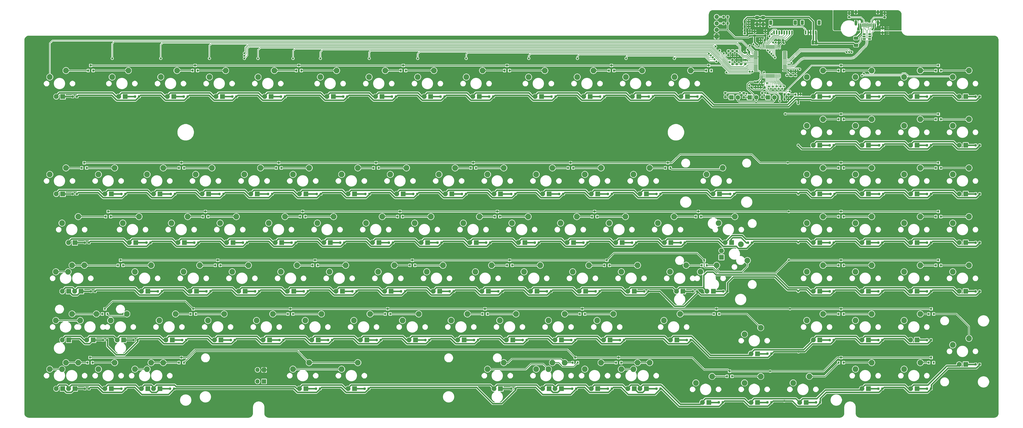
<source format=gbr>
G04 #@! TF.GenerationSoftware,KiCad,Pcbnew,5.1.7*
G04 #@! TF.CreationDate,2020-10-04T23:09:21+02:00*
G04 #@! TF.ProjectId,E80-1800-pcb-universal,4538302d-3138-4303-902d-7063622d756e,rev?*
G04 #@! TF.SameCoordinates,Original*
G04 #@! TF.FileFunction,Copper,L2,Bot*
G04 #@! TF.FilePolarity,Positive*
%FSLAX46Y46*%
G04 Gerber Fmt 4.6, Leading zero omitted, Abs format (unit mm)*
G04 Created by KiCad (PCBNEW 5.1.7) date 2020-10-04 23:09:21*
%MOMM*%
%LPD*%
G01*
G04 APERTURE LIST*
G04 #@! TA.AperFunction,EtchedComponent*
%ADD10C,0.100000*%
G04 #@! TD*
G04 #@! TA.AperFunction,SMDPad,CuDef*
%ADD11R,0.450000X0.600000*%
G04 #@! TD*
G04 #@! TA.AperFunction,ComponentPad*
%ADD12R,1.905000X1.905000*%
G04 #@! TD*
G04 #@! TA.AperFunction,ComponentPad*
%ADD13C,1.905000*%
G04 #@! TD*
G04 #@! TA.AperFunction,ComponentPad*
%ADD14C,2.250000*%
G04 #@! TD*
G04 #@! TA.AperFunction,ComponentPad*
%ADD15R,1.700000X1.700000*%
G04 #@! TD*
G04 #@! TA.AperFunction,ComponentPad*
%ADD16O,1.700000X1.700000*%
G04 #@! TD*
G04 #@! TA.AperFunction,SMDPad,CuDef*
%ADD17R,0.800000X0.900000*%
G04 #@! TD*
G04 #@! TA.AperFunction,SMDPad,CuDef*
%ADD18R,0.900000X0.800000*%
G04 #@! TD*
G04 #@! TA.AperFunction,SMDPad,CuDef*
%ADD19R,1.000000X1.500000*%
G04 #@! TD*
G04 #@! TA.AperFunction,ComponentPad*
%ADD20C,1.800000*%
G04 #@! TD*
G04 #@! TA.AperFunction,ComponentPad*
%ADD21R,1.800000X1.800000*%
G04 #@! TD*
G04 #@! TA.AperFunction,SMDPad,CuDef*
%ADD22R,1.060000X0.650000*%
G04 #@! TD*
G04 #@! TA.AperFunction,SMDPad,CuDef*
%ADD23R,0.600000X1.450000*%
G04 #@! TD*
G04 #@! TA.AperFunction,SMDPad,CuDef*
%ADD24R,0.300000X1.450000*%
G04 #@! TD*
G04 #@! TA.AperFunction,ComponentPad*
%ADD25O,1.000000X2.100000*%
G04 #@! TD*
G04 #@! TA.AperFunction,ComponentPad*
%ADD26O,1.000000X1.600000*%
G04 #@! TD*
G04 #@! TA.AperFunction,ViaPad*
%ADD27C,0.800000*%
G04 #@! TD*
G04 #@! TA.AperFunction,Conductor*
%ADD28C,0.300000*%
G04 #@! TD*
G04 #@! TA.AperFunction,Conductor*
%ADD29C,0.200000*%
G04 #@! TD*
G04 #@! TA.AperFunction,Conductor*
%ADD30C,0.600000*%
G04 #@! TD*
G04 #@! TA.AperFunction,Conductor*
%ADD31C,0.190500*%
G04 #@! TD*
G04 #@! TA.AperFunction,Conductor*
%ADD32C,0.100000*%
G04 #@! TD*
G04 APERTURE END LIST*
D10*
G36*
X295935992Y16600000D02*
G01*
X295435992Y16600000D01*
X295435992Y16200000D01*
X295935992Y16200000D01*
X295935992Y16600000D01*
G37*
G36*
X295935992Y15800000D02*
G01*
X295435992Y15800000D01*
X295435992Y15400000D01*
X295935992Y15400000D01*
X295935992Y15800000D01*
G37*
G04 #@! TA.AperFunction,SMDPad,CuDef*
G36*
G01*
X312576390Y17158000D02*
X311326390Y17158000D01*
G75*
G02*
X311076390Y17408000I0J250000D01*
G01*
X311076390Y18158000D01*
G75*
G02*
X311326390Y18408000I250000J0D01*
G01*
X312576390Y18408000D01*
G75*
G02*
X312826390Y18158000I0J-250000D01*
G01*
X312826390Y17408000D01*
G75*
G02*
X312576390Y17158000I-250000J0D01*
G01*
G37*
G04 #@! TD.AperFunction*
G04 #@! TA.AperFunction,SMDPad,CuDef*
G36*
G01*
X312576390Y14358000D02*
X311326390Y14358000D01*
G75*
G02*
X311076390Y14608000I0J250000D01*
G01*
X311076390Y15358000D01*
G75*
G02*
X311326390Y15608000I250000J0D01*
G01*
X312576390Y15608000D01*
G75*
G02*
X312826390Y15358000I0J-250000D01*
G01*
X312826390Y14608000D01*
G75*
G02*
X312576390Y14358000I-250000J0D01*
G01*
G37*
G04 #@! TD.AperFunction*
D11*
X324391390Y19698500D03*
X324391390Y21798500D03*
D12*
X297735890Y-5080000D03*
D13*
X295195890Y-5080000D03*
D14*
X292655890Y2540000D03*
X299005890Y5080000D03*
D15*
X257341390Y18478500D03*
D16*
X257341390Y21018500D03*
X257341390Y23558500D03*
X257341390Y26098500D03*
G04 #@! TA.AperFunction,SMDPad,CuDef*
G36*
G01*
X288424250Y4368008D02*
X287911750Y4368008D01*
G75*
G02*
X287693000Y4586758I0J218750D01*
G01*
X287693000Y5024258D01*
G75*
G02*
X287911750Y5243008I218750J0D01*
G01*
X288424250Y5243008D01*
G75*
G02*
X288643000Y5024258I0J-218750D01*
G01*
X288643000Y4586758D01*
G75*
G02*
X288424250Y4368008I-218750J0D01*
G01*
G37*
G04 #@! TD.AperFunction*
G04 #@! TA.AperFunction,SMDPad,CuDef*
G36*
G01*
X288424250Y2793008D02*
X287911750Y2793008D01*
G75*
G02*
X287693000Y3011758I0J218750D01*
G01*
X287693000Y3449258D01*
G75*
G02*
X287911750Y3668008I218750J0D01*
G01*
X288424250Y3668008D01*
G75*
G02*
X288643000Y3449258I0J-218750D01*
G01*
X288643000Y3011758D01*
G75*
G02*
X288424250Y2793008I-218750J0D01*
G01*
G37*
G04 #@! TD.AperFunction*
X77560000Y-116550000D03*
D15*
X80100000Y-116550000D03*
D16*
X77560000Y-112001500D03*
D15*
X80100000Y-112001500D03*
D17*
X289232750Y-6265000D03*
X290182750Y-4265000D03*
X288282750Y-4265000D03*
D18*
X268342890Y19613860D03*
X270342890Y18663860D03*
X270342890Y20563860D03*
G04 #@! TA.AperFunction,SMDPad,CuDef*
G36*
G01*
X100853550Y-119124070D02*
X100853550Y-119636570D01*
G75*
G02*
X100634800Y-119855320I-218750J0D01*
G01*
X100197300Y-119855320D01*
G75*
G02*
X99978550Y-119636570I0J218750D01*
G01*
X99978550Y-119124070D01*
G75*
G02*
X100197300Y-118905320I218750J0D01*
G01*
X100634800Y-118905320D01*
G75*
G02*
X100853550Y-119124070I0J-218750D01*
G01*
G37*
G04 #@! TD.AperFunction*
G04 #@! TA.AperFunction,SMDPad,CuDef*
G36*
G01*
X102428550Y-119124070D02*
X102428550Y-119636570D01*
G75*
G02*
X102209800Y-119855320I-218750J0D01*
G01*
X101772300Y-119855320D01*
G75*
G02*
X101553550Y-119636570I0J218750D01*
G01*
X101553550Y-119124070D01*
G75*
G02*
X101772300Y-118905320I218750J0D01*
G01*
X102209800Y-118905320D01*
G75*
G02*
X102428550Y-119124070I0J-218750D01*
G01*
G37*
G04 #@! TD.AperFunction*
G04 #@! TA.AperFunction,SMDPad,CuDef*
G36*
G01*
X119903630Y-119124070D02*
X119903630Y-119636570D01*
G75*
G02*
X119684880Y-119855320I-218750J0D01*
G01*
X119247380Y-119855320D01*
G75*
G02*
X119028630Y-119636570I0J218750D01*
G01*
X119028630Y-119124070D01*
G75*
G02*
X119247380Y-118905320I218750J0D01*
G01*
X119684880Y-118905320D01*
G75*
G02*
X119903630Y-119124070I0J-218750D01*
G01*
G37*
G04 #@! TD.AperFunction*
G04 #@! TA.AperFunction,SMDPad,CuDef*
G36*
G01*
X121478630Y-119124070D02*
X121478630Y-119636570D01*
G75*
G02*
X121259880Y-119855320I-218750J0D01*
G01*
X120822380Y-119855320D01*
G75*
G02*
X120603630Y-119636570I0J218750D01*
G01*
X120603630Y-119124070D01*
G75*
G02*
X120822380Y-118905320I218750J0D01*
G01*
X121259880Y-118905320D01*
G75*
G02*
X121478630Y-119124070I0J-218750D01*
G01*
G37*
G04 #@! TD.AperFunction*
G04 #@! TA.AperFunction,SMDPad,CuDef*
G36*
G01*
X340169200Y-119124230D02*
X340169200Y-119636730D01*
G75*
G02*
X339950450Y-119855480I-218750J0D01*
G01*
X339512950Y-119855480D01*
G75*
G02*
X339294200Y-119636730I0J218750D01*
G01*
X339294200Y-119124230D01*
G75*
G02*
X339512950Y-118905480I218750J0D01*
G01*
X339950450Y-118905480D01*
G75*
G02*
X340169200Y-119124230I0J-218750D01*
G01*
G37*
G04 #@! TD.AperFunction*
G04 #@! TA.AperFunction,SMDPad,CuDef*
G36*
G01*
X341744200Y-119124230D02*
X341744200Y-119636730D01*
G75*
G02*
X341525450Y-119855480I-218750J0D01*
G01*
X341087950Y-119855480D01*
G75*
G02*
X340869200Y-119636730I0J218750D01*
G01*
X340869200Y-119124230D01*
G75*
G02*
X341087950Y-118905480I218750J0D01*
G01*
X341525450Y-118905480D01*
G75*
G02*
X341744200Y-119124230I0J-218750D01*
G01*
G37*
G04 #@! TD.AperFunction*
G04 #@! TA.AperFunction,SMDPad,CuDef*
G36*
G01*
X321119120Y-119124230D02*
X321119120Y-119636730D01*
G75*
G02*
X320900370Y-119855480I-218750J0D01*
G01*
X320462870Y-119855480D01*
G75*
G02*
X320244120Y-119636730I0J218750D01*
G01*
X320244120Y-119124230D01*
G75*
G02*
X320462870Y-118905480I218750J0D01*
G01*
X320900370Y-118905480D01*
G75*
G02*
X321119120Y-119124230I0J-218750D01*
G01*
G37*
G04 #@! TD.AperFunction*
G04 #@! TA.AperFunction,SMDPad,CuDef*
G36*
G01*
X322694120Y-119124230D02*
X322694120Y-119636730D01*
G75*
G02*
X322475370Y-119855480I-218750J0D01*
G01*
X322037870Y-119855480D01*
G75*
G02*
X321819120Y-119636730I0J218750D01*
G01*
X321819120Y-119124230D01*
G75*
G02*
X322037870Y-118905480I218750J0D01*
G01*
X322475370Y-118905480D01*
G75*
G02*
X322694120Y-119124230I0J-218750D01*
G01*
G37*
G04 #@! TD.AperFunction*
G04 #@! TA.AperFunction,SMDPad,CuDef*
G36*
G01*
X296711335Y-124481663D02*
X296711335Y-124994163D01*
G75*
G02*
X296492585Y-125212913I-218750J0D01*
G01*
X296055085Y-125212913D01*
G75*
G02*
X295836335Y-124994163I0J218750D01*
G01*
X295836335Y-124481663D01*
G75*
G02*
X296055085Y-124262913I218750J0D01*
G01*
X296492585Y-124262913D01*
G75*
G02*
X296711335Y-124481663I0J-218750D01*
G01*
G37*
G04 #@! TD.AperFunction*
G04 #@! TA.AperFunction,SMDPad,CuDef*
G36*
G01*
X298286335Y-124481663D02*
X298286335Y-124994163D01*
G75*
G02*
X298067585Y-125212913I-218750J0D01*
G01*
X297630085Y-125212913D01*
G75*
G02*
X297411335Y-124994163I0J218750D01*
G01*
X297411335Y-124481663D01*
G75*
G02*
X297630085Y-124262913I218750J0D01*
G01*
X298067585Y-124262913D01*
G75*
G02*
X298286335Y-124481663I0J-218750D01*
G01*
G37*
G04 #@! TD.AperFunction*
G04 #@! TA.AperFunction,SMDPad,CuDef*
G36*
G01*
X277661255Y-124481663D02*
X277661255Y-124994163D01*
G75*
G02*
X277442505Y-125212913I-218750J0D01*
G01*
X277005005Y-125212913D01*
G75*
G02*
X276786255Y-124994163I0J218750D01*
G01*
X276786255Y-124481663D01*
G75*
G02*
X277005005Y-124262913I218750J0D01*
G01*
X277442505Y-124262913D01*
G75*
G02*
X277661255Y-124481663I0J-218750D01*
G01*
G37*
G04 #@! TD.AperFunction*
G04 #@! TA.AperFunction,SMDPad,CuDef*
G36*
G01*
X279236255Y-124481663D02*
X279236255Y-124994163D01*
G75*
G02*
X279017505Y-125212913I-218750J0D01*
G01*
X278580005Y-125212913D01*
G75*
G02*
X278361255Y-124994163I0J218750D01*
G01*
X278361255Y-124481663D01*
G75*
G02*
X278580005Y-124262913I218750J0D01*
G01*
X279017505Y-124262913D01*
G75*
G02*
X279236255Y-124481663I0J-218750D01*
G01*
G37*
G04 #@! TD.AperFunction*
G04 #@! TA.AperFunction,SMDPad,CuDef*
G36*
G01*
X258611175Y-124481663D02*
X258611175Y-124994163D01*
G75*
G02*
X258392425Y-125212913I-218750J0D01*
G01*
X257954925Y-125212913D01*
G75*
G02*
X257736175Y-124994163I0J218750D01*
G01*
X257736175Y-124481663D01*
G75*
G02*
X257954925Y-124262913I218750J0D01*
G01*
X258392425Y-124262913D01*
G75*
G02*
X258611175Y-124481663I0J-218750D01*
G01*
G37*
G04 #@! TD.AperFunction*
G04 #@! TA.AperFunction,SMDPad,CuDef*
G36*
G01*
X260186175Y-124481663D02*
X260186175Y-124994163D01*
G75*
G02*
X259967425Y-125212913I-218750J0D01*
G01*
X259529925Y-125212913D01*
G75*
G02*
X259311175Y-124994163I0J218750D01*
G01*
X259311175Y-124481663D01*
G75*
G02*
X259529925Y-124262913I218750J0D01*
G01*
X259967425Y-124262913D01*
G75*
G02*
X260186175Y-124481663I0J-218750D01*
G01*
G37*
G04 #@! TD.AperFunction*
G04 #@! TA.AperFunction,SMDPad,CuDef*
G36*
G01*
X234204110Y-119124070D02*
X234204110Y-119636570D01*
G75*
G02*
X233985360Y-119855320I-218750J0D01*
G01*
X233547860Y-119855320D01*
G75*
G02*
X233329110Y-119636570I0J218750D01*
G01*
X233329110Y-119124070D01*
G75*
G02*
X233547860Y-118905320I218750J0D01*
G01*
X233985360Y-118905320D01*
G75*
G02*
X234204110Y-119124070I0J-218750D01*
G01*
G37*
G04 #@! TD.AperFunction*
G04 #@! TA.AperFunction,SMDPad,CuDef*
G36*
G01*
X235779110Y-119124070D02*
X235779110Y-119636570D01*
G75*
G02*
X235560360Y-119855320I-218750J0D01*
G01*
X235122860Y-119855320D01*
G75*
G02*
X234904110Y-119636570I0J218750D01*
G01*
X234904110Y-119124070D01*
G75*
G02*
X235122860Y-118905320I218750J0D01*
G01*
X235560360Y-118905320D01*
G75*
G02*
X235779110Y-119124070I0J-218750D01*
G01*
G37*
G04 #@! TD.AperFunction*
G04 #@! TA.AperFunction,SMDPad,CuDef*
G36*
G01*
X215154030Y-119124070D02*
X215154030Y-119636570D01*
G75*
G02*
X214935280Y-119855320I-218750J0D01*
G01*
X214497780Y-119855320D01*
G75*
G02*
X214279030Y-119636570I0J218750D01*
G01*
X214279030Y-119124070D01*
G75*
G02*
X214497780Y-118905320I218750J0D01*
G01*
X214935280Y-118905320D01*
G75*
G02*
X215154030Y-119124070I0J-218750D01*
G01*
G37*
G04 #@! TD.AperFunction*
G04 #@! TA.AperFunction,SMDPad,CuDef*
G36*
G01*
X216729030Y-119124070D02*
X216729030Y-119636570D01*
G75*
G02*
X216510280Y-119855320I-218750J0D01*
G01*
X216072780Y-119855320D01*
G75*
G02*
X215854030Y-119636570I0J218750D01*
G01*
X215854030Y-119124070D01*
G75*
G02*
X216072780Y-118905320I218750J0D01*
G01*
X216510280Y-118905320D01*
G75*
G02*
X216729030Y-119124070I0J-218750D01*
G01*
G37*
G04 #@! TD.AperFunction*
G04 #@! TA.AperFunction,SMDPad,CuDef*
G36*
G01*
X201182100Y-119124070D02*
X201182100Y-119636570D01*
G75*
G02*
X200963350Y-119855320I-218750J0D01*
G01*
X200525850Y-119855320D01*
G75*
G02*
X200307100Y-119636570I0J218750D01*
G01*
X200307100Y-119124070D01*
G75*
G02*
X200525850Y-118905320I218750J0D01*
G01*
X200963350Y-118905320D01*
G75*
G02*
X201182100Y-119124070I0J-218750D01*
G01*
G37*
G04 #@! TD.AperFunction*
G04 #@! TA.AperFunction,SMDPad,CuDef*
G36*
G01*
X202757100Y-119124070D02*
X202757100Y-119636570D01*
G75*
G02*
X202538350Y-119855320I-218750J0D01*
G01*
X202100850Y-119855320D01*
G75*
G02*
X201882100Y-119636570I0J218750D01*
G01*
X201882100Y-119124070D01*
G75*
G02*
X202100850Y-118905320I218750J0D01*
G01*
X202538350Y-118905320D01*
G75*
G02*
X202757100Y-119124070I0J-218750D01*
G01*
G37*
G04 #@! TD.AperFunction*
G04 #@! TA.AperFunction,SMDPad,CuDef*
G36*
G01*
X177369500Y-119124070D02*
X177369500Y-119636570D01*
G75*
G02*
X177150750Y-119855320I-218750J0D01*
G01*
X176713250Y-119855320D01*
G75*
G02*
X176494500Y-119636570I0J218750D01*
G01*
X176494500Y-119124070D01*
G75*
G02*
X176713250Y-118905320I218750J0D01*
G01*
X177150750Y-118905320D01*
G75*
G02*
X177369500Y-119124070I0J-218750D01*
G01*
G37*
G04 #@! TD.AperFunction*
G04 #@! TA.AperFunction,SMDPad,CuDef*
G36*
G01*
X178944500Y-119124070D02*
X178944500Y-119636570D01*
G75*
G02*
X178725750Y-119855320I-218750J0D01*
G01*
X178288250Y-119855320D01*
G75*
G02*
X178069500Y-119636570I0J218750D01*
G01*
X178069500Y-119124070D01*
G75*
G02*
X178288250Y-118905320I218750J0D01*
G01*
X178725750Y-118905320D01*
G75*
G02*
X178944500Y-119124070I0J-218750D01*
G01*
G37*
G04 #@! TD.AperFunction*
G04 #@! TA.AperFunction,SMDPad,CuDef*
G36*
G01*
X43703310Y-119124070D02*
X43703310Y-119636570D01*
G75*
G02*
X43484560Y-119855320I-218750J0D01*
G01*
X43047060Y-119855320D01*
G75*
G02*
X42828310Y-119636570I0J218750D01*
G01*
X42828310Y-119124070D01*
G75*
G02*
X43047060Y-118905320I218750J0D01*
G01*
X43484560Y-118905320D01*
G75*
G02*
X43703310Y-119124070I0J-218750D01*
G01*
G37*
G04 #@! TD.AperFunction*
G04 #@! TA.AperFunction,SMDPad,CuDef*
G36*
G01*
X45278310Y-119124070D02*
X45278310Y-119636570D01*
G75*
G02*
X45059560Y-119855320I-218750J0D01*
G01*
X44622060Y-119855320D01*
G75*
G02*
X44403310Y-119636570I0J218750D01*
G01*
X44403310Y-119124070D01*
G75*
G02*
X44622060Y-118905320I218750J0D01*
G01*
X45059560Y-118905320D01*
G75*
G02*
X45278310Y-119124070I0J-218750D01*
G01*
G37*
G04 #@! TD.AperFunction*
G04 #@! TA.AperFunction,SMDPad,CuDef*
G36*
G01*
X24653230Y-119124070D02*
X24653230Y-119636570D01*
G75*
G02*
X24434480Y-119855320I-218750J0D01*
G01*
X23996980Y-119855320D01*
G75*
G02*
X23778230Y-119636570I0J218750D01*
G01*
X23778230Y-119124070D01*
G75*
G02*
X23996980Y-118905320I218750J0D01*
G01*
X24434480Y-118905320D01*
G75*
G02*
X24653230Y-119124070I0J-218750D01*
G01*
G37*
G04 #@! TD.AperFunction*
G04 #@! TA.AperFunction,SMDPad,CuDef*
G36*
G01*
X26228230Y-119124070D02*
X26228230Y-119636570D01*
G75*
G02*
X26009480Y-119855320I-218750J0D01*
G01*
X25571980Y-119855320D01*
G75*
G02*
X25353230Y-119636570I0J218750D01*
G01*
X25353230Y-119124070D01*
G75*
G02*
X25571980Y-118905320I218750J0D01*
G01*
X26009480Y-118905320D01*
G75*
G02*
X26228230Y-119124070I0J-218750D01*
G01*
G37*
G04 #@! TD.AperFunction*
G04 #@! TA.AperFunction,SMDPad,CuDef*
G36*
G01*
X10365670Y-119124070D02*
X10365670Y-119636570D01*
G75*
G02*
X10146920Y-119855320I-218750J0D01*
G01*
X9709420Y-119855320D01*
G75*
G02*
X9490670Y-119636570I0J218750D01*
G01*
X9490670Y-119124070D01*
G75*
G02*
X9709420Y-118905320I218750J0D01*
G01*
X10146920Y-118905320D01*
G75*
G02*
X10365670Y-119124070I0J-218750D01*
G01*
G37*
G04 #@! TD.AperFunction*
G04 #@! TA.AperFunction,SMDPad,CuDef*
G36*
G01*
X11940670Y-119124070D02*
X11940670Y-119636570D01*
G75*
G02*
X11721920Y-119855320I-218750J0D01*
G01*
X11284420Y-119855320D01*
G75*
G02*
X11065670Y-119636570I0J218750D01*
G01*
X11065670Y-119124070D01*
G75*
G02*
X11284420Y-118905320I218750J0D01*
G01*
X11721920Y-118905320D01*
G75*
G02*
X11940670Y-119124070I0J-218750D01*
G01*
G37*
G04 #@! TD.AperFunction*
G04 #@! TA.AperFunction,SMDPad,CuDef*
G36*
G01*
X359219280Y-109599190D02*
X359219280Y-110111690D01*
G75*
G02*
X359000530Y-110330440I-218750J0D01*
G01*
X358563030Y-110330440D01*
G75*
G02*
X358344280Y-110111690I0J218750D01*
G01*
X358344280Y-109599190D01*
G75*
G02*
X358563030Y-109380440I218750J0D01*
G01*
X359000530Y-109380440D01*
G75*
G02*
X359219280Y-109599190I0J-218750D01*
G01*
G37*
G04 #@! TD.AperFunction*
G04 #@! TA.AperFunction,SMDPad,CuDef*
G36*
G01*
X360794280Y-109599190D02*
X360794280Y-110111690D01*
G75*
G02*
X360575530Y-110330440I-218750J0D01*
G01*
X360138030Y-110330440D01*
G75*
G02*
X359919280Y-110111690I0J218750D01*
G01*
X359919280Y-109599190D01*
G75*
G02*
X360138030Y-109380440I218750J0D01*
G01*
X360575530Y-109380440D01*
G75*
G02*
X360794280Y-109599190I0J-218750D01*
G01*
G37*
G04 #@! TD.AperFunction*
G04 #@! TA.AperFunction,SMDPad,CuDef*
G36*
G01*
X340169200Y-100074150D02*
X340169200Y-100586650D01*
G75*
G02*
X339950450Y-100805400I-218750J0D01*
G01*
X339512950Y-100805400D01*
G75*
G02*
X339294200Y-100586650I0J218750D01*
G01*
X339294200Y-100074150D01*
G75*
G02*
X339512950Y-99855400I218750J0D01*
G01*
X339950450Y-99855400D01*
G75*
G02*
X340169200Y-100074150I0J-218750D01*
G01*
G37*
G04 #@! TD.AperFunction*
G04 #@! TA.AperFunction,SMDPad,CuDef*
G36*
G01*
X341744200Y-100074150D02*
X341744200Y-100586650D01*
G75*
G02*
X341525450Y-100805400I-218750J0D01*
G01*
X341087950Y-100805400D01*
G75*
G02*
X340869200Y-100586650I0J218750D01*
G01*
X340869200Y-100074150D01*
G75*
G02*
X341087950Y-99855400I218750J0D01*
G01*
X341525450Y-99855400D01*
G75*
G02*
X341744200Y-100074150I0J-218750D01*
G01*
G37*
G04 #@! TD.AperFunction*
G04 #@! TA.AperFunction,SMDPad,CuDef*
G36*
G01*
X321119120Y-100074150D02*
X321119120Y-100586650D01*
G75*
G02*
X320900370Y-100805400I-218750J0D01*
G01*
X320462870Y-100805400D01*
G75*
G02*
X320244120Y-100586650I0J218750D01*
G01*
X320244120Y-100074150D01*
G75*
G02*
X320462870Y-99855400I218750J0D01*
G01*
X320900370Y-99855400D01*
G75*
G02*
X321119120Y-100074150I0J-218750D01*
G01*
G37*
G04 #@! TD.AperFunction*
G04 #@! TA.AperFunction,SMDPad,CuDef*
G36*
G01*
X322694120Y-100074150D02*
X322694120Y-100586650D01*
G75*
G02*
X322475370Y-100805400I-218750J0D01*
G01*
X322037870Y-100805400D01*
G75*
G02*
X321819120Y-100586650I0J218750D01*
G01*
X321819120Y-100074150D01*
G75*
G02*
X322037870Y-99855400I218750J0D01*
G01*
X322475370Y-99855400D01*
G75*
G02*
X322694120Y-100074150I0J-218750D01*
G01*
G37*
G04 #@! TD.AperFunction*
G04 #@! TA.AperFunction,SMDPad,CuDef*
G36*
G01*
X302069040Y-100074150D02*
X302069040Y-100586650D01*
G75*
G02*
X301850290Y-100805400I-218750J0D01*
G01*
X301412790Y-100805400D01*
G75*
G02*
X301194040Y-100586650I0J218750D01*
G01*
X301194040Y-100074150D01*
G75*
G02*
X301412790Y-99855400I218750J0D01*
G01*
X301850290Y-99855400D01*
G75*
G02*
X302069040Y-100074150I0J-218750D01*
G01*
G37*
G04 #@! TD.AperFunction*
G04 #@! TA.AperFunction,SMDPad,CuDef*
G36*
G01*
X303644040Y-100074150D02*
X303644040Y-100586650D01*
G75*
G02*
X303425290Y-100805400I-218750J0D01*
G01*
X302987790Y-100805400D01*
G75*
G02*
X302769040Y-100586650I0J218750D01*
G01*
X302769040Y-100074150D01*
G75*
G02*
X302987790Y-99855400I218750J0D01*
G01*
X303425290Y-99855400D01*
G75*
G02*
X303644040Y-100074150I0J-218750D01*
G01*
G37*
G04 #@! TD.AperFunction*
G04 #@! TA.AperFunction,SMDPad,CuDef*
G36*
G01*
X277661255Y-105431583D02*
X277661255Y-105944083D01*
G75*
G02*
X277442505Y-106162833I-218750J0D01*
G01*
X277005005Y-106162833D01*
G75*
G02*
X276786255Y-105944083I0J218750D01*
G01*
X276786255Y-105431583D01*
G75*
G02*
X277005005Y-105212833I218750J0D01*
G01*
X277442505Y-105212833D01*
G75*
G02*
X277661255Y-105431583I0J-218750D01*
G01*
G37*
G04 #@! TD.AperFunction*
G04 #@! TA.AperFunction,SMDPad,CuDef*
G36*
G01*
X279236255Y-105431583D02*
X279236255Y-105944083D01*
G75*
G02*
X279017505Y-106162833I-218750J0D01*
G01*
X278580005Y-106162833D01*
G75*
G02*
X278361255Y-105944083I0J218750D01*
G01*
X278361255Y-105431583D01*
G75*
G02*
X278580005Y-105212833I218750J0D01*
G01*
X279017505Y-105212833D01*
G75*
G02*
X279236255Y-105431583I0J-218750D01*
G01*
G37*
G04 #@! TD.AperFunction*
G04 #@! TA.AperFunction,SMDPad,CuDef*
G36*
G01*
X246110410Y-100073990D02*
X246110410Y-100586490D01*
G75*
G02*
X245891660Y-100805240I-218750J0D01*
G01*
X245454160Y-100805240D01*
G75*
G02*
X245235410Y-100586490I0J218750D01*
G01*
X245235410Y-100073990D01*
G75*
G02*
X245454160Y-99855240I218750J0D01*
G01*
X245891660Y-99855240D01*
G75*
G02*
X246110410Y-100073990I0J-218750D01*
G01*
G37*
G04 #@! TD.AperFunction*
G04 #@! TA.AperFunction,SMDPad,CuDef*
G36*
G01*
X247685410Y-100073990D02*
X247685410Y-100586490D01*
G75*
G02*
X247466660Y-100805240I-218750J0D01*
G01*
X247029160Y-100805240D01*
G75*
G02*
X246810410Y-100586490I0J218750D01*
G01*
X246810410Y-100073990D01*
G75*
G02*
X247029160Y-99855240I218750J0D01*
G01*
X247466660Y-99855240D01*
G75*
G02*
X247685410Y-100073990I0J-218750D01*
G01*
G37*
G04 #@! TD.AperFunction*
G04 #@! TA.AperFunction,SMDPad,CuDef*
G36*
G01*
X219916550Y-100073990D02*
X219916550Y-100586490D01*
G75*
G02*
X219697800Y-100805240I-218750J0D01*
G01*
X219260300Y-100805240D01*
G75*
G02*
X219041550Y-100586490I0J218750D01*
G01*
X219041550Y-100073990D01*
G75*
G02*
X219260300Y-99855240I218750J0D01*
G01*
X219697800Y-99855240D01*
G75*
G02*
X219916550Y-100073990I0J-218750D01*
G01*
G37*
G04 #@! TD.AperFunction*
G04 #@! TA.AperFunction,SMDPad,CuDef*
G36*
G01*
X221491550Y-100073990D02*
X221491550Y-100586490D01*
G75*
G02*
X221272800Y-100805240I-218750J0D01*
G01*
X220835300Y-100805240D01*
G75*
G02*
X220616550Y-100586490I0J218750D01*
G01*
X220616550Y-100073990D01*
G75*
G02*
X220835300Y-99855240I218750J0D01*
G01*
X221272800Y-99855240D01*
G75*
G02*
X221491550Y-100073990I0J-218750D01*
G01*
G37*
G04 #@! TD.AperFunction*
G04 #@! TA.AperFunction,SMDPad,CuDef*
G36*
G01*
X200866470Y-100073990D02*
X200866470Y-100586490D01*
G75*
G02*
X200647720Y-100805240I-218750J0D01*
G01*
X200210220Y-100805240D01*
G75*
G02*
X199991470Y-100586490I0J218750D01*
G01*
X199991470Y-100073990D01*
G75*
G02*
X200210220Y-99855240I218750J0D01*
G01*
X200647720Y-99855240D01*
G75*
G02*
X200866470Y-100073990I0J-218750D01*
G01*
G37*
G04 #@! TD.AperFunction*
G04 #@! TA.AperFunction,SMDPad,CuDef*
G36*
G01*
X202441470Y-100073990D02*
X202441470Y-100586490D01*
G75*
G02*
X202222720Y-100805240I-218750J0D01*
G01*
X201785220Y-100805240D01*
G75*
G02*
X201566470Y-100586490I0J218750D01*
G01*
X201566470Y-100073990D01*
G75*
G02*
X201785220Y-99855240I218750J0D01*
G01*
X202222720Y-99855240D01*
G75*
G02*
X202441470Y-100073990I0J-218750D01*
G01*
G37*
G04 #@! TD.AperFunction*
G04 #@! TA.AperFunction,SMDPad,CuDef*
G36*
G01*
X181816390Y-100073990D02*
X181816390Y-100586490D01*
G75*
G02*
X181597640Y-100805240I-218750J0D01*
G01*
X181160140Y-100805240D01*
G75*
G02*
X180941390Y-100586490I0J218750D01*
G01*
X180941390Y-100073990D01*
G75*
G02*
X181160140Y-99855240I218750J0D01*
G01*
X181597640Y-99855240D01*
G75*
G02*
X181816390Y-100073990I0J-218750D01*
G01*
G37*
G04 #@! TD.AperFunction*
G04 #@! TA.AperFunction,SMDPad,CuDef*
G36*
G01*
X183391390Y-100073990D02*
X183391390Y-100586490D01*
G75*
G02*
X183172640Y-100805240I-218750J0D01*
G01*
X182735140Y-100805240D01*
G75*
G02*
X182516390Y-100586490I0J218750D01*
G01*
X182516390Y-100073990D01*
G75*
G02*
X182735140Y-99855240I218750J0D01*
G01*
X183172640Y-99855240D01*
G75*
G02*
X183391390Y-100073990I0J-218750D01*
G01*
G37*
G04 #@! TD.AperFunction*
G04 #@! TA.AperFunction,SMDPad,CuDef*
G36*
G01*
X162766310Y-100073990D02*
X162766310Y-100586490D01*
G75*
G02*
X162547560Y-100805240I-218750J0D01*
G01*
X162110060Y-100805240D01*
G75*
G02*
X161891310Y-100586490I0J218750D01*
G01*
X161891310Y-100073990D01*
G75*
G02*
X162110060Y-99855240I218750J0D01*
G01*
X162547560Y-99855240D01*
G75*
G02*
X162766310Y-100073990I0J-218750D01*
G01*
G37*
G04 #@! TD.AperFunction*
G04 #@! TA.AperFunction,SMDPad,CuDef*
G36*
G01*
X164341310Y-100073990D02*
X164341310Y-100586490D01*
G75*
G02*
X164122560Y-100805240I-218750J0D01*
G01*
X163685060Y-100805240D01*
G75*
G02*
X163466310Y-100586490I0J218750D01*
G01*
X163466310Y-100073990D01*
G75*
G02*
X163685060Y-99855240I218750J0D01*
G01*
X164122560Y-99855240D01*
G75*
G02*
X164341310Y-100073990I0J-218750D01*
G01*
G37*
G04 #@! TD.AperFunction*
G04 #@! TA.AperFunction,SMDPad,CuDef*
G36*
G01*
X143716230Y-100073990D02*
X143716230Y-100586490D01*
G75*
G02*
X143497480Y-100805240I-218750J0D01*
G01*
X143059980Y-100805240D01*
G75*
G02*
X142841230Y-100586490I0J218750D01*
G01*
X142841230Y-100073990D01*
G75*
G02*
X143059980Y-99855240I218750J0D01*
G01*
X143497480Y-99855240D01*
G75*
G02*
X143716230Y-100073990I0J-218750D01*
G01*
G37*
G04 #@! TD.AperFunction*
G04 #@! TA.AperFunction,SMDPad,CuDef*
G36*
G01*
X145291230Y-100073990D02*
X145291230Y-100586490D01*
G75*
G02*
X145072480Y-100805240I-218750J0D01*
G01*
X144634980Y-100805240D01*
G75*
G02*
X144416230Y-100586490I0J218750D01*
G01*
X144416230Y-100073990D01*
G75*
G02*
X144634980Y-99855240I218750J0D01*
G01*
X145072480Y-99855240D01*
G75*
G02*
X145291230Y-100073990I0J-218750D01*
G01*
G37*
G04 #@! TD.AperFunction*
G04 #@! TA.AperFunction,SMDPad,CuDef*
G36*
G01*
X124666150Y-100073990D02*
X124666150Y-100586490D01*
G75*
G02*
X124447400Y-100805240I-218750J0D01*
G01*
X124009900Y-100805240D01*
G75*
G02*
X123791150Y-100586490I0J218750D01*
G01*
X123791150Y-100073990D01*
G75*
G02*
X124009900Y-99855240I218750J0D01*
G01*
X124447400Y-99855240D01*
G75*
G02*
X124666150Y-100073990I0J-218750D01*
G01*
G37*
G04 #@! TD.AperFunction*
G04 #@! TA.AperFunction,SMDPad,CuDef*
G36*
G01*
X126241150Y-100073990D02*
X126241150Y-100586490D01*
G75*
G02*
X126022400Y-100805240I-218750J0D01*
G01*
X125584900Y-100805240D01*
G75*
G02*
X125366150Y-100586490I0J218750D01*
G01*
X125366150Y-100073990D01*
G75*
G02*
X125584900Y-99855240I218750J0D01*
G01*
X126022400Y-99855240D01*
G75*
G02*
X126241150Y-100073990I0J-218750D01*
G01*
G37*
G04 #@! TD.AperFunction*
G04 #@! TA.AperFunction,SMDPad,CuDef*
G36*
G01*
X105616070Y-100073990D02*
X105616070Y-100586490D01*
G75*
G02*
X105397320Y-100805240I-218750J0D01*
G01*
X104959820Y-100805240D01*
G75*
G02*
X104741070Y-100586490I0J218750D01*
G01*
X104741070Y-100073990D01*
G75*
G02*
X104959820Y-99855240I218750J0D01*
G01*
X105397320Y-99855240D01*
G75*
G02*
X105616070Y-100073990I0J-218750D01*
G01*
G37*
G04 #@! TD.AperFunction*
G04 #@! TA.AperFunction,SMDPad,CuDef*
G36*
G01*
X107191070Y-100073990D02*
X107191070Y-100586490D01*
G75*
G02*
X106972320Y-100805240I-218750J0D01*
G01*
X106534820Y-100805240D01*
G75*
G02*
X106316070Y-100586490I0J218750D01*
G01*
X106316070Y-100073990D01*
G75*
G02*
X106534820Y-99855240I218750J0D01*
G01*
X106972320Y-99855240D01*
G75*
G02*
X107191070Y-100073990I0J-218750D01*
G01*
G37*
G04 #@! TD.AperFunction*
G04 #@! TA.AperFunction,SMDPad,CuDef*
G36*
G01*
X86565990Y-100073990D02*
X86565990Y-100586490D01*
G75*
G02*
X86347240Y-100805240I-218750J0D01*
G01*
X85909740Y-100805240D01*
G75*
G02*
X85690990Y-100586490I0J218750D01*
G01*
X85690990Y-100073990D01*
G75*
G02*
X85909740Y-99855240I218750J0D01*
G01*
X86347240Y-99855240D01*
G75*
G02*
X86565990Y-100073990I0J-218750D01*
G01*
G37*
G04 #@! TD.AperFunction*
G04 #@! TA.AperFunction,SMDPad,CuDef*
G36*
G01*
X88140990Y-100073990D02*
X88140990Y-100586490D01*
G75*
G02*
X87922240Y-100805240I-218750J0D01*
G01*
X87484740Y-100805240D01*
G75*
G02*
X87265990Y-100586490I0J218750D01*
G01*
X87265990Y-100073990D01*
G75*
G02*
X87484740Y-99855240I218750J0D01*
G01*
X87922240Y-99855240D01*
G75*
G02*
X88140990Y-100073990I0J-218750D01*
G01*
G37*
G04 #@! TD.AperFunction*
G04 #@! TA.AperFunction,SMDPad,CuDef*
G36*
G01*
X67515910Y-100073990D02*
X67515910Y-100586490D01*
G75*
G02*
X67297160Y-100805240I-218750J0D01*
G01*
X66859660Y-100805240D01*
G75*
G02*
X66640910Y-100586490I0J218750D01*
G01*
X66640910Y-100073990D01*
G75*
G02*
X66859660Y-99855240I218750J0D01*
G01*
X67297160Y-99855240D01*
G75*
G02*
X67515910Y-100073990I0J-218750D01*
G01*
G37*
G04 #@! TD.AperFunction*
G04 #@! TA.AperFunction,SMDPad,CuDef*
G36*
G01*
X69090910Y-100073990D02*
X69090910Y-100586490D01*
G75*
G02*
X68872160Y-100805240I-218750J0D01*
G01*
X68434660Y-100805240D01*
G75*
G02*
X68215910Y-100586490I0J218750D01*
G01*
X68215910Y-100073990D01*
G75*
G02*
X68434660Y-99855240I218750J0D01*
G01*
X68872160Y-99855240D01*
G75*
G02*
X69090910Y-100073990I0J-218750D01*
G01*
G37*
G04 #@! TD.AperFunction*
G04 #@! TA.AperFunction,SMDPad,CuDef*
G36*
G01*
X48465830Y-100073990D02*
X48465830Y-100586490D01*
G75*
G02*
X48247080Y-100805240I-218750J0D01*
G01*
X47809580Y-100805240D01*
G75*
G02*
X47590830Y-100586490I0J218750D01*
G01*
X47590830Y-100073990D01*
G75*
G02*
X47809580Y-99855240I218750J0D01*
G01*
X48247080Y-99855240D01*
G75*
G02*
X48465830Y-100073990I0J-218750D01*
G01*
G37*
G04 #@! TD.AperFunction*
G04 #@! TA.AperFunction,SMDPad,CuDef*
G36*
G01*
X50040830Y-100073990D02*
X50040830Y-100586490D01*
G75*
G02*
X49822080Y-100805240I-218750J0D01*
G01*
X49384580Y-100805240D01*
G75*
G02*
X49165830Y-100586490I0J218750D01*
G01*
X49165830Y-100073990D01*
G75*
G02*
X49384580Y-99855240I218750J0D01*
G01*
X49822080Y-99855240D01*
G75*
G02*
X50040830Y-100073990I0J-218750D01*
G01*
G37*
G04 #@! TD.AperFunction*
G04 #@! TA.AperFunction,SMDPad,CuDef*
G36*
G01*
X29415750Y-100073990D02*
X29415750Y-100586490D01*
G75*
G02*
X29197000Y-100805240I-218750J0D01*
G01*
X28759500Y-100805240D01*
G75*
G02*
X28540750Y-100586490I0J218750D01*
G01*
X28540750Y-100073990D01*
G75*
G02*
X28759500Y-99855240I218750J0D01*
G01*
X29197000Y-99855240D01*
G75*
G02*
X29415750Y-100073990I0J-218750D01*
G01*
G37*
G04 #@! TD.AperFunction*
G04 #@! TA.AperFunction,SMDPad,CuDef*
G36*
G01*
X30990750Y-100073990D02*
X30990750Y-100586490D01*
G75*
G02*
X30772000Y-100805240I-218750J0D01*
G01*
X30334500Y-100805240D01*
G75*
G02*
X30115750Y-100586490I0J218750D01*
G01*
X30115750Y-100073990D01*
G75*
G02*
X30334500Y-99855240I218750J0D01*
G01*
X30772000Y-99855240D01*
G75*
G02*
X30990750Y-100073990I0J-218750D01*
G01*
G37*
G04 #@! TD.AperFunction*
G04 #@! TA.AperFunction,SMDPad,CuDef*
G36*
G01*
X17509450Y-100073990D02*
X17509450Y-100586490D01*
G75*
G02*
X17290700Y-100805240I-218750J0D01*
G01*
X16853200Y-100805240D01*
G75*
G02*
X16634450Y-100586490I0J218750D01*
G01*
X16634450Y-100073990D01*
G75*
G02*
X16853200Y-99855240I218750J0D01*
G01*
X17290700Y-99855240D01*
G75*
G02*
X17509450Y-100073990I0J-218750D01*
G01*
G37*
G04 #@! TD.AperFunction*
G04 #@! TA.AperFunction,SMDPad,CuDef*
G36*
G01*
X19084450Y-100073990D02*
X19084450Y-100586490D01*
G75*
G02*
X18865700Y-100805240I-218750J0D01*
G01*
X18428200Y-100805240D01*
G75*
G02*
X18209450Y-100586490I0J218750D01*
G01*
X18209450Y-100073990D01*
G75*
G02*
X18428200Y-99855240I218750J0D01*
G01*
X18865700Y-99855240D01*
G75*
G02*
X19084450Y-100073990I0J-218750D01*
G01*
G37*
G04 #@! TD.AperFunction*
G04 #@! TA.AperFunction,SMDPad,CuDef*
G36*
G01*
X359219280Y-81024070D02*
X359219280Y-81536570D01*
G75*
G02*
X359000530Y-81755320I-218750J0D01*
G01*
X358563030Y-81755320D01*
G75*
G02*
X358344280Y-81536570I0J218750D01*
G01*
X358344280Y-81024070D01*
G75*
G02*
X358563030Y-80805320I218750J0D01*
G01*
X359000530Y-80805320D01*
G75*
G02*
X359219280Y-81024070I0J-218750D01*
G01*
G37*
G04 #@! TD.AperFunction*
G04 #@! TA.AperFunction,SMDPad,CuDef*
G36*
G01*
X360794280Y-81024070D02*
X360794280Y-81536570D01*
G75*
G02*
X360575530Y-81755320I-218750J0D01*
G01*
X360138030Y-81755320D01*
G75*
G02*
X359919280Y-81536570I0J218750D01*
G01*
X359919280Y-81024070D01*
G75*
G02*
X360138030Y-80805320I218750J0D01*
G01*
X360575530Y-80805320D01*
G75*
G02*
X360794280Y-81024070I0J-218750D01*
G01*
G37*
G04 #@! TD.AperFunction*
G04 #@! TA.AperFunction,SMDPad,CuDef*
G36*
G01*
X340169200Y-81024070D02*
X340169200Y-81536570D01*
G75*
G02*
X339950450Y-81755320I-218750J0D01*
G01*
X339512950Y-81755320D01*
G75*
G02*
X339294200Y-81536570I0J218750D01*
G01*
X339294200Y-81024070D01*
G75*
G02*
X339512950Y-80805320I218750J0D01*
G01*
X339950450Y-80805320D01*
G75*
G02*
X340169200Y-81024070I0J-218750D01*
G01*
G37*
G04 #@! TD.AperFunction*
G04 #@! TA.AperFunction,SMDPad,CuDef*
G36*
G01*
X341744200Y-81024070D02*
X341744200Y-81536570D01*
G75*
G02*
X341525450Y-81755320I-218750J0D01*
G01*
X341087950Y-81755320D01*
G75*
G02*
X340869200Y-81536570I0J218750D01*
G01*
X340869200Y-81024070D01*
G75*
G02*
X341087950Y-80805320I218750J0D01*
G01*
X341525450Y-80805320D01*
G75*
G02*
X341744200Y-81024070I0J-218750D01*
G01*
G37*
G04 #@! TD.AperFunction*
G04 #@! TA.AperFunction,SMDPad,CuDef*
G36*
G01*
X321119120Y-81024070D02*
X321119120Y-81536570D01*
G75*
G02*
X320900370Y-81755320I-218750J0D01*
G01*
X320462870Y-81755320D01*
G75*
G02*
X320244120Y-81536570I0J218750D01*
G01*
X320244120Y-81024070D01*
G75*
G02*
X320462870Y-80805320I218750J0D01*
G01*
X320900370Y-80805320D01*
G75*
G02*
X321119120Y-81024070I0J-218750D01*
G01*
G37*
G04 #@! TD.AperFunction*
G04 #@! TA.AperFunction,SMDPad,CuDef*
G36*
G01*
X322694120Y-81024070D02*
X322694120Y-81536570D01*
G75*
G02*
X322475370Y-81755320I-218750J0D01*
G01*
X322037870Y-81755320D01*
G75*
G02*
X321819120Y-81536570I0J218750D01*
G01*
X321819120Y-81024070D01*
G75*
G02*
X322037870Y-80805320I218750J0D01*
G01*
X322475370Y-80805320D01*
G75*
G02*
X322694120Y-81024070I0J-218750D01*
G01*
G37*
G04 #@! TD.AperFunction*
G04 #@! TA.AperFunction,SMDPad,CuDef*
G36*
G01*
X302069040Y-81024070D02*
X302069040Y-81536570D01*
G75*
G02*
X301850290Y-81755320I-218750J0D01*
G01*
X301412790Y-81755320D01*
G75*
G02*
X301194040Y-81536570I0J218750D01*
G01*
X301194040Y-81024070D01*
G75*
G02*
X301412790Y-80805320I218750J0D01*
G01*
X301850290Y-80805320D01*
G75*
G02*
X302069040Y-81024070I0J-218750D01*
G01*
G37*
G04 #@! TD.AperFunction*
G04 #@! TA.AperFunction,SMDPad,CuDef*
G36*
G01*
X303644040Y-81024070D02*
X303644040Y-81536570D01*
G75*
G02*
X303425290Y-81755320I-218750J0D01*
G01*
X302987790Y-81755320D01*
G75*
G02*
X302769040Y-81536570I0J218750D01*
G01*
X302769040Y-81024070D01*
G75*
G02*
X302987790Y-80805320I218750J0D01*
G01*
X303425290Y-80805320D01*
G75*
G02*
X303644040Y-81024070I0J-218750D01*
G01*
G37*
G04 #@! TD.AperFunction*
G04 #@! TA.AperFunction,SMDPad,CuDef*
G36*
G01*
X260397970Y-81023910D02*
X260397970Y-81536410D01*
G75*
G02*
X260179220Y-81755160I-218750J0D01*
G01*
X259741720Y-81755160D01*
G75*
G02*
X259522970Y-81536410I0J218750D01*
G01*
X259522970Y-81023910D01*
G75*
G02*
X259741720Y-80805160I218750J0D01*
G01*
X260179220Y-80805160D01*
G75*
G02*
X260397970Y-81023910I0J-218750D01*
G01*
G37*
G04 #@! TD.AperFunction*
G04 #@! TA.AperFunction,SMDPad,CuDef*
G36*
G01*
X261972970Y-81023910D02*
X261972970Y-81536410D01*
G75*
G02*
X261754220Y-81755160I-218750J0D01*
G01*
X261316720Y-81755160D01*
G75*
G02*
X261097970Y-81536410I0J218750D01*
G01*
X261097970Y-81023910D01*
G75*
G02*
X261316720Y-80805160I218750J0D01*
G01*
X261754220Y-80805160D01*
G75*
G02*
X261972970Y-81023910I0J-218750D01*
G01*
G37*
G04 #@! TD.AperFunction*
G04 #@! TA.AperFunction,SMDPad,CuDef*
G36*
G01*
X248491670Y-81023910D02*
X248491670Y-81536410D01*
G75*
G02*
X248272920Y-81755160I-218750J0D01*
G01*
X247835420Y-81755160D01*
G75*
G02*
X247616670Y-81536410I0J218750D01*
G01*
X247616670Y-81023910D01*
G75*
G02*
X247835420Y-80805160I218750J0D01*
G01*
X248272920Y-80805160D01*
G75*
G02*
X248491670Y-81023910I0J-218750D01*
G01*
G37*
G04 #@! TD.AperFunction*
G04 #@! TA.AperFunction,SMDPad,CuDef*
G36*
G01*
X250066670Y-81023910D02*
X250066670Y-81536410D01*
G75*
G02*
X249847920Y-81755160I-218750J0D01*
G01*
X249410420Y-81755160D01*
G75*
G02*
X249191670Y-81536410I0J218750D01*
G01*
X249191670Y-81023910D01*
G75*
G02*
X249410420Y-80805160I218750J0D01*
G01*
X249847920Y-80805160D01*
G75*
G02*
X250066670Y-81023910I0J-218750D01*
G01*
G37*
G04 #@! TD.AperFunction*
G04 #@! TA.AperFunction,SMDPad,CuDef*
G36*
G01*
X229441590Y-81023910D02*
X229441590Y-81536410D01*
G75*
G02*
X229222840Y-81755160I-218750J0D01*
G01*
X228785340Y-81755160D01*
G75*
G02*
X228566590Y-81536410I0J218750D01*
G01*
X228566590Y-81023910D01*
G75*
G02*
X228785340Y-80805160I218750J0D01*
G01*
X229222840Y-80805160D01*
G75*
G02*
X229441590Y-81023910I0J-218750D01*
G01*
G37*
G04 #@! TD.AperFunction*
G04 #@! TA.AperFunction,SMDPad,CuDef*
G36*
G01*
X231016590Y-81023910D02*
X231016590Y-81536410D01*
G75*
G02*
X230797840Y-81755160I-218750J0D01*
G01*
X230360340Y-81755160D01*
G75*
G02*
X230141590Y-81536410I0J218750D01*
G01*
X230141590Y-81023910D01*
G75*
G02*
X230360340Y-80805160I218750J0D01*
G01*
X230797840Y-80805160D01*
G75*
G02*
X231016590Y-81023910I0J-218750D01*
G01*
G37*
G04 #@! TD.AperFunction*
G04 #@! TA.AperFunction,SMDPad,CuDef*
G36*
G01*
X210391510Y-81023910D02*
X210391510Y-81536410D01*
G75*
G02*
X210172760Y-81755160I-218750J0D01*
G01*
X209735260Y-81755160D01*
G75*
G02*
X209516510Y-81536410I0J218750D01*
G01*
X209516510Y-81023910D01*
G75*
G02*
X209735260Y-80805160I218750J0D01*
G01*
X210172760Y-80805160D01*
G75*
G02*
X210391510Y-81023910I0J-218750D01*
G01*
G37*
G04 #@! TD.AperFunction*
G04 #@! TA.AperFunction,SMDPad,CuDef*
G36*
G01*
X211966510Y-81023910D02*
X211966510Y-81536410D01*
G75*
G02*
X211747760Y-81755160I-218750J0D01*
G01*
X211310260Y-81755160D01*
G75*
G02*
X211091510Y-81536410I0J218750D01*
G01*
X211091510Y-81023910D01*
G75*
G02*
X211310260Y-80805160I218750J0D01*
G01*
X211747760Y-80805160D01*
G75*
G02*
X211966510Y-81023910I0J-218750D01*
G01*
G37*
G04 #@! TD.AperFunction*
G04 #@! TA.AperFunction,SMDPad,CuDef*
G36*
G01*
X191341430Y-81023910D02*
X191341430Y-81536410D01*
G75*
G02*
X191122680Y-81755160I-218750J0D01*
G01*
X190685180Y-81755160D01*
G75*
G02*
X190466430Y-81536410I0J218750D01*
G01*
X190466430Y-81023910D01*
G75*
G02*
X190685180Y-80805160I218750J0D01*
G01*
X191122680Y-80805160D01*
G75*
G02*
X191341430Y-81023910I0J-218750D01*
G01*
G37*
G04 #@! TD.AperFunction*
G04 #@! TA.AperFunction,SMDPad,CuDef*
G36*
G01*
X192916430Y-81023910D02*
X192916430Y-81536410D01*
G75*
G02*
X192697680Y-81755160I-218750J0D01*
G01*
X192260180Y-81755160D01*
G75*
G02*
X192041430Y-81536410I0J218750D01*
G01*
X192041430Y-81023910D01*
G75*
G02*
X192260180Y-80805160I218750J0D01*
G01*
X192697680Y-80805160D01*
G75*
G02*
X192916430Y-81023910I0J-218750D01*
G01*
G37*
G04 #@! TD.AperFunction*
G04 #@! TA.AperFunction,SMDPad,CuDef*
G36*
G01*
X172291350Y-81023910D02*
X172291350Y-81536410D01*
G75*
G02*
X172072600Y-81755160I-218750J0D01*
G01*
X171635100Y-81755160D01*
G75*
G02*
X171416350Y-81536410I0J218750D01*
G01*
X171416350Y-81023910D01*
G75*
G02*
X171635100Y-80805160I218750J0D01*
G01*
X172072600Y-80805160D01*
G75*
G02*
X172291350Y-81023910I0J-218750D01*
G01*
G37*
G04 #@! TD.AperFunction*
G04 #@! TA.AperFunction,SMDPad,CuDef*
G36*
G01*
X173866350Y-81023910D02*
X173866350Y-81536410D01*
G75*
G02*
X173647600Y-81755160I-218750J0D01*
G01*
X173210100Y-81755160D01*
G75*
G02*
X172991350Y-81536410I0J218750D01*
G01*
X172991350Y-81023910D01*
G75*
G02*
X173210100Y-80805160I218750J0D01*
G01*
X173647600Y-80805160D01*
G75*
G02*
X173866350Y-81023910I0J-218750D01*
G01*
G37*
G04 #@! TD.AperFunction*
G04 #@! TA.AperFunction,SMDPad,CuDef*
G36*
G01*
X153241270Y-81023910D02*
X153241270Y-81536410D01*
G75*
G02*
X153022520Y-81755160I-218750J0D01*
G01*
X152585020Y-81755160D01*
G75*
G02*
X152366270Y-81536410I0J218750D01*
G01*
X152366270Y-81023910D01*
G75*
G02*
X152585020Y-80805160I218750J0D01*
G01*
X153022520Y-80805160D01*
G75*
G02*
X153241270Y-81023910I0J-218750D01*
G01*
G37*
G04 #@! TD.AperFunction*
G04 #@! TA.AperFunction,SMDPad,CuDef*
G36*
G01*
X154816270Y-81023910D02*
X154816270Y-81536410D01*
G75*
G02*
X154597520Y-81755160I-218750J0D01*
G01*
X154160020Y-81755160D01*
G75*
G02*
X153941270Y-81536410I0J218750D01*
G01*
X153941270Y-81023910D01*
G75*
G02*
X154160020Y-80805160I218750J0D01*
G01*
X154597520Y-80805160D01*
G75*
G02*
X154816270Y-81023910I0J-218750D01*
G01*
G37*
G04 #@! TD.AperFunction*
G04 #@! TA.AperFunction,SMDPad,CuDef*
G36*
G01*
X134191190Y-81023910D02*
X134191190Y-81536410D01*
G75*
G02*
X133972440Y-81755160I-218750J0D01*
G01*
X133534940Y-81755160D01*
G75*
G02*
X133316190Y-81536410I0J218750D01*
G01*
X133316190Y-81023910D01*
G75*
G02*
X133534940Y-80805160I218750J0D01*
G01*
X133972440Y-80805160D01*
G75*
G02*
X134191190Y-81023910I0J-218750D01*
G01*
G37*
G04 #@! TD.AperFunction*
G04 #@! TA.AperFunction,SMDPad,CuDef*
G36*
G01*
X135766190Y-81023910D02*
X135766190Y-81536410D01*
G75*
G02*
X135547440Y-81755160I-218750J0D01*
G01*
X135109940Y-81755160D01*
G75*
G02*
X134891190Y-81536410I0J218750D01*
G01*
X134891190Y-81023910D01*
G75*
G02*
X135109940Y-80805160I218750J0D01*
G01*
X135547440Y-80805160D01*
G75*
G02*
X135766190Y-81023910I0J-218750D01*
G01*
G37*
G04 #@! TD.AperFunction*
G04 #@! TA.AperFunction,SMDPad,CuDef*
G36*
G01*
X115141110Y-81023910D02*
X115141110Y-81536410D01*
G75*
G02*
X114922360Y-81755160I-218750J0D01*
G01*
X114484860Y-81755160D01*
G75*
G02*
X114266110Y-81536410I0J218750D01*
G01*
X114266110Y-81023910D01*
G75*
G02*
X114484860Y-80805160I218750J0D01*
G01*
X114922360Y-80805160D01*
G75*
G02*
X115141110Y-81023910I0J-218750D01*
G01*
G37*
G04 #@! TD.AperFunction*
G04 #@! TA.AperFunction,SMDPad,CuDef*
G36*
G01*
X116716110Y-81023910D02*
X116716110Y-81536410D01*
G75*
G02*
X116497360Y-81755160I-218750J0D01*
G01*
X116059860Y-81755160D01*
G75*
G02*
X115841110Y-81536410I0J218750D01*
G01*
X115841110Y-81023910D01*
G75*
G02*
X116059860Y-80805160I218750J0D01*
G01*
X116497360Y-80805160D01*
G75*
G02*
X116716110Y-81023910I0J-218750D01*
G01*
G37*
G04 #@! TD.AperFunction*
G04 #@! TA.AperFunction,SMDPad,CuDef*
G36*
G01*
X96091030Y-81023910D02*
X96091030Y-81536410D01*
G75*
G02*
X95872280Y-81755160I-218750J0D01*
G01*
X95434780Y-81755160D01*
G75*
G02*
X95216030Y-81536410I0J218750D01*
G01*
X95216030Y-81023910D01*
G75*
G02*
X95434780Y-80805160I218750J0D01*
G01*
X95872280Y-80805160D01*
G75*
G02*
X96091030Y-81023910I0J-218750D01*
G01*
G37*
G04 #@! TD.AperFunction*
G04 #@! TA.AperFunction,SMDPad,CuDef*
G36*
G01*
X97666030Y-81023910D02*
X97666030Y-81536410D01*
G75*
G02*
X97447280Y-81755160I-218750J0D01*
G01*
X97009780Y-81755160D01*
G75*
G02*
X96791030Y-81536410I0J218750D01*
G01*
X96791030Y-81023910D01*
G75*
G02*
X97009780Y-80805160I218750J0D01*
G01*
X97447280Y-80805160D01*
G75*
G02*
X97666030Y-81023910I0J-218750D01*
G01*
G37*
G04 #@! TD.AperFunction*
G04 #@! TA.AperFunction,SMDPad,CuDef*
G36*
G01*
X77040950Y-81023910D02*
X77040950Y-81536410D01*
G75*
G02*
X76822200Y-81755160I-218750J0D01*
G01*
X76384700Y-81755160D01*
G75*
G02*
X76165950Y-81536410I0J218750D01*
G01*
X76165950Y-81023910D01*
G75*
G02*
X76384700Y-80805160I218750J0D01*
G01*
X76822200Y-80805160D01*
G75*
G02*
X77040950Y-81023910I0J-218750D01*
G01*
G37*
G04 #@! TD.AperFunction*
G04 #@! TA.AperFunction,SMDPad,CuDef*
G36*
G01*
X78615950Y-81023910D02*
X78615950Y-81536410D01*
G75*
G02*
X78397200Y-81755160I-218750J0D01*
G01*
X77959700Y-81755160D01*
G75*
G02*
X77740950Y-81536410I0J218750D01*
G01*
X77740950Y-81023910D01*
G75*
G02*
X77959700Y-80805160I218750J0D01*
G01*
X78397200Y-80805160D01*
G75*
G02*
X78615950Y-81023910I0J-218750D01*
G01*
G37*
G04 #@! TD.AperFunction*
G04 #@! TA.AperFunction,SMDPad,CuDef*
G36*
G01*
X57990870Y-81023910D02*
X57990870Y-81536410D01*
G75*
G02*
X57772120Y-81755160I-218750J0D01*
G01*
X57334620Y-81755160D01*
G75*
G02*
X57115870Y-81536410I0J218750D01*
G01*
X57115870Y-81023910D01*
G75*
G02*
X57334620Y-80805160I218750J0D01*
G01*
X57772120Y-80805160D01*
G75*
G02*
X57990870Y-81023910I0J-218750D01*
G01*
G37*
G04 #@! TD.AperFunction*
G04 #@! TA.AperFunction,SMDPad,CuDef*
G36*
G01*
X59565870Y-81023910D02*
X59565870Y-81536410D01*
G75*
G02*
X59347120Y-81755160I-218750J0D01*
G01*
X58909620Y-81755160D01*
G75*
G02*
X58690870Y-81536410I0J218750D01*
G01*
X58690870Y-81023910D01*
G75*
G02*
X58909620Y-80805160I218750J0D01*
G01*
X59347120Y-80805160D01*
G75*
G02*
X59565870Y-81023910I0J-218750D01*
G01*
G37*
G04 #@! TD.AperFunction*
G04 #@! TA.AperFunction,SMDPad,CuDef*
G36*
G01*
X38940790Y-81023910D02*
X38940790Y-81536410D01*
G75*
G02*
X38722040Y-81755160I-218750J0D01*
G01*
X38284540Y-81755160D01*
G75*
G02*
X38065790Y-81536410I0J218750D01*
G01*
X38065790Y-81023910D01*
G75*
G02*
X38284540Y-80805160I218750J0D01*
G01*
X38722040Y-80805160D01*
G75*
G02*
X38940790Y-81023910I0J-218750D01*
G01*
G37*
G04 #@! TD.AperFunction*
G04 #@! TA.AperFunction,SMDPad,CuDef*
G36*
G01*
X40515790Y-81023910D02*
X40515790Y-81536410D01*
G75*
G02*
X40297040Y-81755160I-218750J0D01*
G01*
X39859540Y-81755160D01*
G75*
G02*
X39640790Y-81536410I0J218750D01*
G01*
X39640790Y-81023910D01*
G75*
G02*
X39859540Y-80805160I218750J0D01*
G01*
X40297040Y-80805160D01*
G75*
G02*
X40515790Y-81023910I0J-218750D01*
G01*
G37*
G04 #@! TD.AperFunction*
G04 #@! TA.AperFunction,SMDPad,CuDef*
G36*
G01*
X12746930Y-81023910D02*
X12746930Y-81536410D01*
G75*
G02*
X12528180Y-81755160I-218750J0D01*
G01*
X12090680Y-81755160D01*
G75*
G02*
X11871930Y-81536410I0J218750D01*
G01*
X11871930Y-81023910D01*
G75*
G02*
X12090680Y-80805160I218750J0D01*
G01*
X12528180Y-80805160D01*
G75*
G02*
X12746930Y-81023910I0J-218750D01*
G01*
G37*
G04 #@! TD.AperFunction*
G04 #@! TA.AperFunction,SMDPad,CuDef*
G36*
G01*
X14321930Y-81023910D02*
X14321930Y-81536410D01*
G75*
G02*
X14103180Y-81755160I-218750J0D01*
G01*
X13665680Y-81755160D01*
G75*
G02*
X13446930Y-81536410I0J218750D01*
G01*
X13446930Y-81023910D01*
G75*
G02*
X13665680Y-80805160I218750J0D01*
G01*
X14103180Y-80805160D01*
G75*
G02*
X14321930Y-81023910I0J-218750D01*
G01*
G37*
G04 #@! TD.AperFunction*
G04 #@! TA.AperFunction,SMDPad,CuDef*
G36*
G01*
X359219280Y-61973990D02*
X359219280Y-62486490D01*
G75*
G02*
X359000530Y-62705240I-218750J0D01*
G01*
X358563030Y-62705240D01*
G75*
G02*
X358344280Y-62486490I0J218750D01*
G01*
X358344280Y-61973990D01*
G75*
G02*
X358563030Y-61755240I218750J0D01*
G01*
X359000530Y-61755240D01*
G75*
G02*
X359219280Y-61973990I0J-218750D01*
G01*
G37*
G04 #@! TD.AperFunction*
G04 #@! TA.AperFunction,SMDPad,CuDef*
G36*
G01*
X360794280Y-61973990D02*
X360794280Y-62486490D01*
G75*
G02*
X360575530Y-62705240I-218750J0D01*
G01*
X360138030Y-62705240D01*
G75*
G02*
X359919280Y-62486490I0J218750D01*
G01*
X359919280Y-61973990D01*
G75*
G02*
X360138030Y-61755240I218750J0D01*
G01*
X360575530Y-61755240D01*
G75*
G02*
X360794280Y-61973990I0J-218750D01*
G01*
G37*
G04 #@! TD.AperFunction*
G04 #@! TA.AperFunction,SMDPad,CuDef*
G36*
G01*
X340169200Y-61973990D02*
X340169200Y-62486490D01*
G75*
G02*
X339950450Y-62705240I-218750J0D01*
G01*
X339512950Y-62705240D01*
G75*
G02*
X339294200Y-62486490I0J218750D01*
G01*
X339294200Y-61973990D01*
G75*
G02*
X339512950Y-61755240I218750J0D01*
G01*
X339950450Y-61755240D01*
G75*
G02*
X340169200Y-61973990I0J-218750D01*
G01*
G37*
G04 #@! TD.AperFunction*
G04 #@! TA.AperFunction,SMDPad,CuDef*
G36*
G01*
X341744200Y-61973990D02*
X341744200Y-62486490D01*
G75*
G02*
X341525450Y-62705240I-218750J0D01*
G01*
X341087950Y-62705240D01*
G75*
G02*
X340869200Y-62486490I0J218750D01*
G01*
X340869200Y-61973990D01*
G75*
G02*
X341087950Y-61755240I218750J0D01*
G01*
X341525450Y-61755240D01*
G75*
G02*
X341744200Y-61973990I0J-218750D01*
G01*
G37*
G04 #@! TD.AperFunction*
G04 #@! TA.AperFunction,SMDPad,CuDef*
G36*
G01*
X321119120Y-61973990D02*
X321119120Y-62486490D01*
G75*
G02*
X320900370Y-62705240I-218750J0D01*
G01*
X320462870Y-62705240D01*
G75*
G02*
X320244120Y-62486490I0J218750D01*
G01*
X320244120Y-61973990D01*
G75*
G02*
X320462870Y-61755240I218750J0D01*
G01*
X320900370Y-61755240D01*
G75*
G02*
X321119120Y-61973990I0J-218750D01*
G01*
G37*
G04 #@! TD.AperFunction*
G04 #@! TA.AperFunction,SMDPad,CuDef*
G36*
G01*
X322694120Y-61973990D02*
X322694120Y-62486490D01*
G75*
G02*
X322475370Y-62705240I-218750J0D01*
G01*
X322037870Y-62705240D01*
G75*
G02*
X321819120Y-62486490I0J218750D01*
G01*
X321819120Y-61973990D01*
G75*
G02*
X322037870Y-61755240I218750J0D01*
G01*
X322475370Y-61755240D01*
G75*
G02*
X322694120Y-61973990I0J-218750D01*
G01*
G37*
G04 #@! TD.AperFunction*
G04 #@! TA.AperFunction,SMDPad,CuDef*
G36*
G01*
X302069040Y-61973990D02*
X302069040Y-62486490D01*
G75*
G02*
X301850290Y-62705240I-218750J0D01*
G01*
X301412790Y-62705240D01*
G75*
G02*
X301194040Y-62486490I0J218750D01*
G01*
X301194040Y-61973990D01*
G75*
G02*
X301412790Y-61755240I218750J0D01*
G01*
X301850290Y-61755240D01*
G75*
G02*
X302069040Y-61973990I0J-218750D01*
G01*
G37*
G04 #@! TD.AperFunction*
G04 #@! TA.AperFunction,SMDPad,CuDef*
G36*
G01*
X303644040Y-61973990D02*
X303644040Y-62486490D01*
G75*
G02*
X303425290Y-62705240I-218750J0D01*
G01*
X302987790Y-62705240D01*
G75*
G02*
X302769040Y-62486490I0J218750D01*
G01*
X302769040Y-61973990D01*
G75*
G02*
X302987790Y-61755240I218750J0D01*
G01*
X303425290Y-61755240D01*
G75*
G02*
X303644040Y-61973990I0J-218750D01*
G01*
G37*
G04 #@! TD.AperFunction*
G04 #@! TA.AperFunction,SMDPad,CuDef*
G36*
G01*
X270071025Y-61997663D02*
X270071025Y-62510163D01*
G75*
G02*
X269852275Y-62728913I-218750J0D01*
G01*
X269414775Y-62728913D01*
G75*
G02*
X269196025Y-62510163I0J218750D01*
G01*
X269196025Y-61997663D01*
G75*
G02*
X269414775Y-61778913I218750J0D01*
G01*
X269852275Y-61778913D01*
G75*
G02*
X270071025Y-61997663I0J-218750D01*
G01*
G37*
G04 #@! TD.AperFunction*
G04 #@! TA.AperFunction,SMDPad,CuDef*
G36*
G01*
X271646025Y-61997663D02*
X271646025Y-62510163D01*
G75*
G02*
X271427275Y-62728913I-218750J0D01*
G01*
X270989775Y-62728913D01*
G75*
G02*
X270771025Y-62510163I0J218750D01*
G01*
X270771025Y-61997663D01*
G75*
G02*
X270989775Y-61778913I218750J0D01*
G01*
X271427275Y-61778913D01*
G75*
G02*
X271646025Y-61997663I0J-218750D01*
G01*
G37*
G04 #@! TD.AperFunction*
G04 #@! TA.AperFunction,SMDPad,CuDef*
G36*
G01*
X243729150Y-61973830D02*
X243729150Y-62486330D01*
G75*
G02*
X243510400Y-62705080I-218750J0D01*
G01*
X243072900Y-62705080D01*
G75*
G02*
X242854150Y-62486330I0J218750D01*
G01*
X242854150Y-61973830D01*
G75*
G02*
X243072900Y-61755080I218750J0D01*
G01*
X243510400Y-61755080D01*
G75*
G02*
X243729150Y-61973830I0J-218750D01*
G01*
G37*
G04 #@! TD.AperFunction*
G04 #@! TA.AperFunction,SMDPad,CuDef*
G36*
G01*
X245304150Y-61973830D02*
X245304150Y-62486330D01*
G75*
G02*
X245085400Y-62705080I-218750J0D01*
G01*
X244647900Y-62705080D01*
G75*
G02*
X244429150Y-62486330I0J218750D01*
G01*
X244429150Y-61973830D01*
G75*
G02*
X244647900Y-61755080I218750J0D01*
G01*
X245085400Y-61755080D01*
G75*
G02*
X245304150Y-61973830I0J-218750D01*
G01*
G37*
G04 #@! TD.AperFunction*
G04 #@! TA.AperFunction,SMDPad,CuDef*
G36*
G01*
X224679070Y-61973830D02*
X224679070Y-62486330D01*
G75*
G02*
X224460320Y-62705080I-218750J0D01*
G01*
X224022820Y-62705080D01*
G75*
G02*
X223804070Y-62486330I0J218750D01*
G01*
X223804070Y-61973830D01*
G75*
G02*
X224022820Y-61755080I218750J0D01*
G01*
X224460320Y-61755080D01*
G75*
G02*
X224679070Y-61973830I0J-218750D01*
G01*
G37*
G04 #@! TD.AperFunction*
G04 #@! TA.AperFunction,SMDPad,CuDef*
G36*
G01*
X226254070Y-61973830D02*
X226254070Y-62486330D01*
G75*
G02*
X226035320Y-62705080I-218750J0D01*
G01*
X225597820Y-62705080D01*
G75*
G02*
X225379070Y-62486330I0J218750D01*
G01*
X225379070Y-61973830D01*
G75*
G02*
X225597820Y-61755080I218750J0D01*
G01*
X226035320Y-61755080D01*
G75*
G02*
X226254070Y-61973830I0J-218750D01*
G01*
G37*
G04 #@! TD.AperFunction*
G04 #@! TA.AperFunction,SMDPad,CuDef*
G36*
G01*
X205628990Y-61973830D02*
X205628990Y-62486330D01*
G75*
G02*
X205410240Y-62705080I-218750J0D01*
G01*
X204972740Y-62705080D01*
G75*
G02*
X204753990Y-62486330I0J218750D01*
G01*
X204753990Y-61973830D01*
G75*
G02*
X204972740Y-61755080I218750J0D01*
G01*
X205410240Y-61755080D01*
G75*
G02*
X205628990Y-61973830I0J-218750D01*
G01*
G37*
G04 #@! TD.AperFunction*
G04 #@! TA.AperFunction,SMDPad,CuDef*
G36*
G01*
X207203990Y-61973830D02*
X207203990Y-62486330D01*
G75*
G02*
X206985240Y-62705080I-218750J0D01*
G01*
X206547740Y-62705080D01*
G75*
G02*
X206328990Y-62486330I0J218750D01*
G01*
X206328990Y-61973830D01*
G75*
G02*
X206547740Y-61755080I218750J0D01*
G01*
X206985240Y-61755080D01*
G75*
G02*
X207203990Y-61973830I0J-218750D01*
G01*
G37*
G04 #@! TD.AperFunction*
G04 #@! TA.AperFunction,SMDPad,CuDef*
G36*
G01*
X186578910Y-61973830D02*
X186578910Y-62486330D01*
G75*
G02*
X186360160Y-62705080I-218750J0D01*
G01*
X185922660Y-62705080D01*
G75*
G02*
X185703910Y-62486330I0J218750D01*
G01*
X185703910Y-61973830D01*
G75*
G02*
X185922660Y-61755080I218750J0D01*
G01*
X186360160Y-61755080D01*
G75*
G02*
X186578910Y-61973830I0J-218750D01*
G01*
G37*
G04 #@! TD.AperFunction*
G04 #@! TA.AperFunction,SMDPad,CuDef*
G36*
G01*
X188153910Y-61973830D02*
X188153910Y-62486330D01*
G75*
G02*
X187935160Y-62705080I-218750J0D01*
G01*
X187497660Y-62705080D01*
G75*
G02*
X187278910Y-62486330I0J218750D01*
G01*
X187278910Y-61973830D01*
G75*
G02*
X187497660Y-61755080I218750J0D01*
G01*
X187935160Y-61755080D01*
G75*
G02*
X188153910Y-61973830I0J-218750D01*
G01*
G37*
G04 #@! TD.AperFunction*
G04 #@! TA.AperFunction,SMDPad,CuDef*
G36*
G01*
X167528830Y-61973830D02*
X167528830Y-62486330D01*
G75*
G02*
X167310080Y-62705080I-218750J0D01*
G01*
X166872580Y-62705080D01*
G75*
G02*
X166653830Y-62486330I0J218750D01*
G01*
X166653830Y-61973830D01*
G75*
G02*
X166872580Y-61755080I218750J0D01*
G01*
X167310080Y-61755080D01*
G75*
G02*
X167528830Y-61973830I0J-218750D01*
G01*
G37*
G04 #@! TD.AperFunction*
G04 #@! TA.AperFunction,SMDPad,CuDef*
G36*
G01*
X169103830Y-61973830D02*
X169103830Y-62486330D01*
G75*
G02*
X168885080Y-62705080I-218750J0D01*
G01*
X168447580Y-62705080D01*
G75*
G02*
X168228830Y-62486330I0J218750D01*
G01*
X168228830Y-61973830D01*
G75*
G02*
X168447580Y-61755080I218750J0D01*
G01*
X168885080Y-61755080D01*
G75*
G02*
X169103830Y-61973830I0J-218750D01*
G01*
G37*
G04 #@! TD.AperFunction*
G04 #@! TA.AperFunction,SMDPad,CuDef*
G36*
G01*
X148478750Y-61973830D02*
X148478750Y-62486330D01*
G75*
G02*
X148260000Y-62705080I-218750J0D01*
G01*
X147822500Y-62705080D01*
G75*
G02*
X147603750Y-62486330I0J218750D01*
G01*
X147603750Y-61973830D01*
G75*
G02*
X147822500Y-61755080I218750J0D01*
G01*
X148260000Y-61755080D01*
G75*
G02*
X148478750Y-61973830I0J-218750D01*
G01*
G37*
G04 #@! TD.AperFunction*
G04 #@! TA.AperFunction,SMDPad,CuDef*
G36*
G01*
X150053750Y-61973830D02*
X150053750Y-62486330D01*
G75*
G02*
X149835000Y-62705080I-218750J0D01*
G01*
X149397500Y-62705080D01*
G75*
G02*
X149178750Y-62486330I0J218750D01*
G01*
X149178750Y-61973830D01*
G75*
G02*
X149397500Y-61755080I218750J0D01*
G01*
X149835000Y-61755080D01*
G75*
G02*
X150053750Y-61973830I0J-218750D01*
G01*
G37*
G04 #@! TD.AperFunction*
G04 #@! TA.AperFunction,SMDPad,CuDef*
G36*
G01*
X129428670Y-61973830D02*
X129428670Y-62486330D01*
G75*
G02*
X129209920Y-62705080I-218750J0D01*
G01*
X128772420Y-62705080D01*
G75*
G02*
X128553670Y-62486330I0J218750D01*
G01*
X128553670Y-61973830D01*
G75*
G02*
X128772420Y-61755080I218750J0D01*
G01*
X129209920Y-61755080D01*
G75*
G02*
X129428670Y-61973830I0J-218750D01*
G01*
G37*
G04 #@! TD.AperFunction*
G04 #@! TA.AperFunction,SMDPad,CuDef*
G36*
G01*
X131003670Y-61973830D02*
X131003670Y-62486330D01*
G75*
G02*
X130784920Y-62705080I-218750J0D01*
G01*
X130347420Y-62705080D01*
G75*
G02*
X130128670Y-62486330I0J218750D01*
G01*
X130128670Y-61973830D01*
G75*
G02*
X130347420Y-61755080I218750J0D01*
G01*
X130784920Y-61755080D01*
G75*
G02*
X131003670Y-61973830I0J-218750D01*
G01*
G37*
G04 #@! TD.AperFunction*
G04 #@! TA.AperFunction,SMDPad,CuDef*
G36*
G01*
X110378590Y-61973830D02*
X110378590Y-62486330D01*
G75*
G02*
X110159840Y-62705080I-218750J0D01*
G01*
X109722340Y-62705080D01*
G75*
G02*
X109503590Y-62486330I0J218750D01*
G01*
X109503590Y-61973830D01*
G75*
G02*
X109722340Y-61755080I218750J0D01*
G01*
X110159840Y-61755080D01*
G75*
G02*
X110378590Y-61973830I0J-218750D01*
G01*
G37*
G04 #@! TD.AperFunction*
G04 #@! TA.AperFunction,SMDPad,CuDef*
G36*
G01*
X111953590Y-61973830D02*
X111953590Y-62486330D01*
G75*
G02*
X111734840Y-62705080I-218750J0D01*
G01*
X111297340Y-62705080D01*
G75*
G02*
X111078590Y-62486330I0J218750D01*
G01*
X111078590Y-61973830D01*
G75*
G02*
X111297340Y-61755080I218750J0D01*
G01*
X111734840Y-61755080D01*
G75*
G02*
X111953590Y-61973830I0J-218750D01*
G01*
G37*
G04 #@! TD.AperFunction*
G04 #@! TA.AperFunction,SMDPad,CuDef*
G36*
G01*
X91328510Y-61973830D02*
X91328510Y-62486330D01*
G75*
G02*
X91109760Y-62705080I-218750J0D01*
G01*
X90672260Y-62705080D01*
G75*
G02*
X90453510Y-62486330I0J218750D01*
G01*
X90453510Y-61973830D01*
G75*
G02*
X90672260Y-61755080I218750J0D01*
G01*
X91109760Y-61755080D01*
G75*
G02*
X91328510Y-61973830I0J-218750D01*
G01*
G37*
G04 #@! TD.AperFunction*
G04 #@! TA.AperFunction,SMDPad,CuDef*
G36*
G01*
X92903510Y-61973830D02*
X92903510Y-62486330D01*
G75*
G02*
X92684760Y-62705080I-218750J0D01*
G01*
X92247260Y-62705080D01*
G75*
G02*
X92028510Y-62486330I0J218750D01*
G01*
X92028510Y-61973830D01*
G75*
G02*
X92247260Y-61755080I218750J0D01*
G01*
X92684760Y-61755080D01*
G75*
G02*
X92903510Y-61973830I0J-218750D01*
G01*
G37*
G04 #@! TD.AperFunction*
G04 #@! TA.AperFunction,SMDPad,CuDef*
G36*
G01*
X72278430Y-61973830D02*
X72278430Y-62486330D01*
G75*
G02*
X72059680Y-62705080I-218750J0D01*
G01*
X71622180Y-62705080D01*
G75*
G02*
X71403430Y-62486330I0J218750D01*
G01*
X71403430Y-61973830D01*
G75*
G02*
X71622180Y-61755080I218750J0D01*
G01*
X72059680Y-61755080D01*
G75*
G02*
X72278430Y-61973830I0J-218750D01*
G01*
G37*
G04 #@! TD.AperFunction*
G04 #@! TA.AperFunction,SMDPad,CuDef*
G36*
G01*
X73853430Y-61973830D02*
X73853430Y-62486330D01*
G75*
G02*
X73634680Y-62705080I-218750J0D01*
G01*
X73197180Y-62705080D01*
G75*
G02*
X72978430Y-62486330I0J218750D01*
G01*
X72978430Y-61973830D01*
G75*
G02*
X73197180Y-61755080I218750J0D01*
G01*
X73634680Y-61755080D01*
G75*
G02*
X73853430Y-61973830I0J-218750D01*
G01*
G37*
G04 #@! TD.AperFunction*
G04 #@! TA.AperFunction,SMDPad,CuDef*
G36*
G01*
X53228350Y-61973830D02*
X53228350Y-62486330D01*
G75*
G02*
X53009600Y-62705080I-218750J0D01*
G01*
X52572100Y-62705080D01*
G75*
G02*
X52353350Y-62486330I0J218750D01*
G01*
X52353350Y-61973830D01*
G75*
G02*
X52572100Y-61755080I218750J0D01*
G01*
X53009600Y-61755080D01*
G75*
G02*
X53228350Y-61973830I0J-218750D01*
G01*
G37*
G04 #@! TD.AperFunction*
G04 #@! TA.AperFunction,SMDPad,CuDef*
G36*
G01*
X54803350Y-61973830D02*
X54803350Y-62486330D01*
G75*
G02*
X54584600Y-62705080I-218750J0D01*
G01*
X54147100Y-62705080D01*
G75*
G02*
X53928350Y-62486330I0J218750D01*
G01*
X53928350Y-61973830D01*
G75*
G02*
X54147100Y-61755080I218750J0D01*
G01*
X54584600Y-61755080D01*
G75*
G02*
X54803350Y-61973830I0J-218750D01*
G01*
G37*
G04 #@! TD.AperFunction*
G04 #@! TA.AperFunction,SMDPad,CuDef*
G36*
G01*
X34493900Y-61973830D02*
X34493900Y-62486330D01*
G75*
G02*
X34275150Y-62705080I-218750J0D01*
G01*
X33837650Y-62705080D01*
G75*
G02*
X33618900Y-62486330I0J218750D01*
G01*
X33618900Y-61973830D01*
G75*
G02*
X33837650Y-61755080I218750J0D01*
G01*
X34275150Y-61755080D01*
G75*
G02*
X34493900Y-61973830I0J-218750D01*
G01*
G37*
G04 #@! TD.AperFunction*
G04 #@! TA.AperFunction,SMDPad,CuDef*
G36*
G01*
X36068900Y-61973830D02*
X36068900Y-62486330D01*
G75*
G02*
X35850150Y-62705080I-218750J0D01*
G01*
X35412650Y-62705080D01*
G75*
G02*
X35193900Y-62486330I0J218750D01*
G01*
X35193900Y-61973830D01*
G75*
G02*
X35412650Y-61755080I218750J0D01*
G01*
X35850150Y-61755080D01*
G75*
G02*
X36068900Y-61973830I0J-218750D01*
G01*
G37*
G04 #@! TD.AperFunction*
G04 #@! TA.AperFunction,SMDPad,CuDef*
G36*
G01*
X10365670Y-61973830D02*
X10365670Y-62486330D01*
G75*
G02*
X10146920Y-62705080I-218750J0D01*
G01*
X9709420Y-62705080D01*
G75*
G02*
X9490670Y-62486330I0J218750D01*
G01*
X9490670Y-61973830D01*
G75*
G02*
X9709420Y-61755080I218750J0D01*
G01*
X10146920Y-61755080D01*
G75*
G02*
X10365670Y-61973830I0J-218750D01*
G01*
G37*
G04 #@! TD.AperFunction*
G04 #@! TA.AperFunction,SMDPad,CuDef*
G36*
G01*
X11940670Y-61973830D02*
X11940670Y-62486330D01*
G75*
G02*
X11721920Y-62705080I-218750J0D01*
G01*
X11284420Y-62705080D01*
G75*
G02*
X11065670Y-62486330I0J218750D01*
G01*
X11065670Y-61973830D01*
G75*
G02*
X11284420Y-61755080I218750J0D01*
G01*
X11721920Y-61755080D01*
G75*
G02*
X11940670Y-61973830I0J-218750D01*
G01*
G37*
G04 #@! TD.AperFunction*
G04 #@! TA.AperFunction,SMDPad,CuDef*
G36*
G01*
X359219280Y-42923750D02*
X359219280Y-43436250D01*
G75*
G02*
X359000530Y-43655000I-218750J0D01*
G01*
X358563030Y-43655000D01*
G75*
G02*
X358344280Y-43436250I0J218750D01*
G01*
X358344280Y-42923750D01*
G75*
G02*
X358563030Y-42705000I218750J0D01*
G01*
X359000530Y-42705000D01*
G75*
G02*
X359219280Y-42923750I0J-218750D01*
G01*
G37*
G04 #@! TD.AperFunction*
G04 #@! TA.AperFunction,SMDPad,CuDef*
G36*
G01*
X360794280Y-42923750D02*
X360794280Y-43436250D01*
G75*
G02*
X360575530Y-43655000I-218750J0D01*
G01*
X360138030Y-43655000D01*
G75*
G02*
X359919280Y-43436250I0J218750D01*
G01*
X359919280Y-42923750D01*
G75*
G02*
X360138030Y-42705000I218750J0D01*
G01*
X360575530Y-42705000D01*
G75*
G02*
X360794280Y-42923750I0J-218750D01*
G01*
G37*
G04 #@! TD.AperFunction*
G04 #@! TA.AperFunction,SMDPad,CuDef*
G36*
G01*
X340169015Y-42923750D02*
X340169015Y-43436250D01*
G75*
G02*
X339950265Y-43655000I-218750J0D01*
G01*
X339512765Y-43655000D01*
G75*
G02*
X339294015Y-43436250I0J218750D01*
G01*
X339294015Y-42923750D01*
G75*
G02*
X339512765Y-42705000I218750J0D01*
G01*
X339950265Y-42705000D01*
G75*
G02*
X340169015Y-42923750I0J-218750D01*
G01*
G37*
G04 #@! TD.AperFunction*
G04 #@! TA.AperFunction,SMDPad,CuDef*
G36*
G01*
X341744015Y-42923750D02*
X341744015Y-43436250D01*
G75*
G02*
X341525265Y-43655000I-218750J0D01*
G01*
X341087765Y-43655000D01*
G75*
G02*
X340869015Y-43436250I0J218750D01*
G01*
X340869015Y-42923750D01*
G75*
G02*
X341087765Y-42705000I218750J0D01*
G01*
X341525265Y-42705000D01*
G75*
G02*
X341744015Y-42923750I0J-218750D01*
G01*
G37*
G04 #@! TD.AperFunction*
G04 #@! TA.AperFunction,SMDPad,CuDef*
G36*
G01*
X321434640Y-42923750D02*
X321434640Y-43436250D01*
G75*
G02*
X321215890Y-43655000I-218750J0D01*
G01*
X320778390Y-43655000D01*
G75*
G02*
X320559640Y-43436250I0J218750D01*
G01*
X320559640Y-42923750D01*
G75*
G02*
X320778390Y-42705000I218750J0D01*
G01*
X321215890Y-42705000D01*
G75*
G02*
X321434640Y-42923750I0J-218750D01*
G01*
G37*
G04 #@! TD.AperFunction*
G04 #@! TA.AperFunction,SMDPad,CuDef*
G36*
G01*
X323009640Y-42923750D02*
X323009640Y-43436250D01*
G75*
G02*
X322790890Y-43655000I-218750J0D01*
G01*
X322353390Y-43655000D01*
G75*
G02*
X322134640Y-43436250I0J218750D01*
G01*
X322134640Y-42923750D01*
G75*
G02*
X322353390Y-42705000I218750J0D01*
G01*
X322790890Y-42705000D01*
G75*
G02*
X323009640Y-42923750I0J-218750D01*
G01*
G37*
G04 #@! TD.AperFunction*
G04 #@! TA.AperFunction,SMDPad,CuDef*
G36*
G01*
X302384640Y-42923750D02*
X302384640Y-43436250D01*
G75*
G02*
X302165890Y-43655000I-218750J0D01*
G01*
X301728390Y-43655000D01*
G75*
G02*
X301509640Y-43436250I0J218750D01*
G01*
X301509640Y-42923750D01*
G75*
G02*
X301728390Y-42705000I218750J0D01*
G01*
X302165890Y-42705000D01*
G75*
G02*
X302384640Y-42923750I0J-218750D01*
G01*
G37*
G04 #@! TD.AperFunction*
G04 #@! TA.AperFunction,SMDPad,CuDef*
G36*
G01*
X303959640Y-42923750D02*
X303959640Y-43436250D01*
G75*
G02*
X303740890Y-43655000I-218750J0D01*
G01*
X303303390Y-43655000D01*
G75*
G02*
X303084640Y-43436250I0J218750D01*
G01*
X303084640Y-42923750D01*
G75*
G02*
X303303390Y-42705000I218750J0D01*
G01*
X303740890Y-42705000D01*
G75*
G02*
X303959640Y-42923750I0J-218750D01*
G01*
G37*
G04 #@! TD.AperFunction*
G04 #@! TA.AperFunction,SMDPad,CuDef*
G36*
G01*
X263093750Y-42923750D02*
X263093750Y-43436250D01*
G75*
G02*
X262875000Y-43655000I-218750J0D01*
G01*
X262437500Y-43655000D01*
G75*
G02*
X262218750Y-43436250I0J218750D01*
G01*
X262218750Y-42923750D01*
G75*
G02*
X262437500Y-42705000I218750J0D01*
G01*
X262875000Y-42705000D01*
G75*
G02*
X263093750Y-42923750I0J-218750D01*
G01*
G37*
G04 #@! TD.AperFunction*
G04 #@! TA.AperFunction,SMDPad,CuDef*
G36*
G01*
X264668750Y-42923750D02*
X264668750Y-43436250D01*
G75*
G02*
X264450000Y-43655000I-218750J0D01*
G01*
X264012500Y-43655000D01*
G75*
G02*
X263793750Y-43436250I0J218750D01*
G01*
X263793750Y-42923750D01*
G75*
G02*
X264012500Y-42705000I218750J0D01*
G01*
X264450000Y-42705000D01*
G75*
G02*
X264668750Y-42923750I0J-218750D01*
G01*
G37*
G04 #@! TD.AperFunction*
G04 #@! TA.AperFunction,SMDPad,CuDef*
G36*
G01*
X234203125Y-42923750D02*
X234203125Y-43436250D01*
G75*
G02*
X233984375Y-43655000I-218750J0D01*
G01*
X233546875Y-43655000D01*
G75*
G02*
X233328125Y-43436250I0J218750D01*
G01*
X233328125Y-42923750D01*
G75*
G02*
X233546875Y-42705000I218750J0D01*
G01*
X233984375Y-42705000D01*
G75*
G02*
X234203125Y-42923750I0J-218750D01*
G01*
G37*
G04 #@! TD.AperFunction*
G04 #@! TA.AperFunction,SMDPad,CuDef*
G36*
G01*
X235778125Y-42923750D02*
X235778125Y-43436250D01*
G75*
G02*
X235559375Y-43655000I-218750J0D01*
G01*
X235121875Y-43655000D01*
G75*
G02*
X234903125Y-43436250I0J218750D01*
G01*
X234903125Y-42923750D01*
G75*
G02*
X235121875Y-42705000I218750J0D01*
G01*
X235559375Y-42705000D01*
G75*
G02*
X235778125Y-42923750I0J-218750D01*
G01*
G37*
G04 #@! TD.AperFunction*
G04 #@! TA.AperFunction,SMDPad,CuDef*
G36*
G01*
X215153125Y-42923750D02*
X215153125Y-43436250D01*
G75*
G02*
X214934375Y-43655000I-218750J0D01*
G01*
X214496875Y-43655000D01*
G75*
G02*
X214278125Y-43436250I0J218750D01*
G01*
X214278125Y-42923750D01*
G75*
G02*
X214496875Y-42705000I218750J0D01*
G01*
X214934375Y-42705000D01*
G75*
G02*
X215153125Y-42923750I0J-218750D01*
G01*
G37*
G04 #@! TD.AperFunction*
G04 #@! TA.AperFunction,SMDPad,CuDef*
G36*
G01*
X216728125Y-42923750D02*
X216728125Y-43436250D01*
G75*
G02*
X216509375Y-43655000I-218750J0D01*
G01*
X216071875Y-43655000D01*
G75*
G02*
X215853125Y-43436250I0J218750D01*
G01*
X215853125Y-42923750D01*
G75*
G02*
X216071875Y-42705000I218750J0D01*
G01*
X216509375Y-42705000D01*
G75*
G02*
X216728125Y-42923750I0J-218750D01*
G01*
G37*
G04 #@! TD.AperFunction*
G04 #@! TA.AperFunction,SMDPad,CuDef*
G36*
G01*
X196103125Y-42923750D02*
X196103125Y-43436250D01*
G75*
G02*
X195884375Y-43655000I-218750J0D01*
G01*
X195446875Y-43655000D01*
G75*
G02*
X195228125Y-43436250I0J218750D01*
G01*
X195228125Y-42923750D01*
G75*
G02*
X195446875Y-42705000I218750J0D01*
G01*
X195884375Y-42705000D01*
G75*
G02*
X196103125Y-42923750I0J-218750D01*
G01*
G37*
G04 #@! TD.AperFunction*
G04 #@! TA.AperFunction,SMDPad,CuDef*
G36*
G01*
X197678125Y-42923750D02*
X197678125Y-43436250D01*
G75*
G02*
X197459375Y-43655000I-218750J0D01*
G01*
X197021875Y-43655000D01*
G75*
G02*
X196803125Y-43436250I0J218750D01*
G01*
X196803125Y-42923750D01*
G75*
G02*
X197021875Y-42705000I218750J0D01*
G01*
X197459375Y-42705000D01*
G75*
G02*
X197678125Y-42923750I0J-218750D01*
G01*
G37*
G04 #@! TD.AperFunction*
G04 #@! TA.AperFunction,SMDPad,CuDef*
G36*
G01*
X177368750Y-42923750D02*
X177368750Y-43436250D01*
G75*
G02*
X177150000Y-43655000I-218750J0D01*
G01*
X176712500Y-43655000D01*
G75*
G02*
X176493750Y-43436250I0J218750D01*
G01*
X176493750Y-42923750D01*
G75*
G02*
X176712500Y-42705000I218750J0D01*
G01*
X177150000Y-42705000D01*
G75*
G02*
X177368750Y-42923750I0J-218750D01*
G01*
G37*
G04 #@! TD.AperFunction*
G04 #@! TA.AperFunction,SMDPad,CuDef*
G36*
G01*
X178943750Y-42923750D02*
X178943750Y-43436250D01*
G75*
G02*
X178725000Y-43655000I-218750J0D01*
G01*
X178287500Y-43655000D01*
G75*
G02*
X178068750Y-43436250I0J218750D01*
G01*
X178068750Y-42923750D01*
G75*
G02*
X178287500Y-42705000I218750J0D01*
G01*
X178725000Y-42705000D01*
G75*
G02*
X178943750Y-42923750I0J-218750D01*
G01*
G37*
G04 #@! TD.AperFunction*
G04 #@! TA.AperFunction,SMDPad,CuDef*
G36*
G01*
X158003125Y-42923750D02*
X158003125Y-43436250D01*
G75*
G02*
X157784375Y-43655000I-218750J0D01*
G01*
X157346875Y-43655000D01*
G75*
G02*
X157128125Y-43436250I0J218750D01*
G01*
X157128125Y-42923750D01*
G75*
G02*
X157346875Y-42705000I218750J0D01*
G01*
X157784375Y-42705000D01*
G75*
G02*
X158003125Y-42923750I0J-218750D01*
G01*
G37*
G04 #@! TD.AperFunction*
G04 #@! TA.AperFunction,SMDPad,CuDef*
G36*
G01*
X159578125Y-42923750D02*
X159578125Y-43436250D01*
G75*
G02*
X159359375Y-43655000I-218750J0D01*
G01*
X158921875Y-43655000D01*
G75*
G02*
X158703125Y-43436250I0J218750D01*
G01*
X158703125Y-42923750D01*
G75*
G02*
X158921875Y-42705000I218750J0D01*
G01*
X159359375Y-42705000D01*
G75*
G02*
X159578125Y-42923750I0J-218750D01*
G01*
G37*
G04 #@! TD.AperFunction*
G04 #@! TA.AperFunction,SMDPad,CuDef*
G36*
G01*
X138953125Y-42923750D02*
X138953125Y-43436250D01*
G75*
G02*
X138734375Y-43655000I-218750J0D01*
G01*
X138296875Y-43655000D01*
G75*
G02*
X138078125Y-43436250I0J218750D01*
G01*
X138078125Y-42923750D01*
G75*
G02*
X138296875Y-42705000I218750J0D01*
G01*
X138734375Y-42705000D01*
G75*
G02*
X138953125Y-42923750I0J-218750D01*
G01*
G37*
G04 #@! TD.AperFunction*
G04 #@! TA.AperFunction,SMDPad,CuDef*
G36*
G01*
X140528125Y-42923750D02*
X140528125Y-43436250D01*
G75*
G02*
X140309375Y-43655000I-218750J0D01*
G01*
X139871875Y-43655000D01*
G75*
G02*
X139653125Y-43436250I0J218750D01*
G01*
X139653125Y-42923750D01*
G75*
G02*
X139871875Y-42705000I218750J0D01*
G01*
X140309375Y-42705000D01*
G75*
G02*
X140528125Y-42923750I0J-218750D01*
G01*
G37*
G04 #@! TD.AperFunction*
G04 #@! TA.AperFunction,SMDPad,CuDef*
G36*
G01*
X120218750Y-42923750D02*
X120218750Y-43436250D01*
G75*
G02*
X120000000Y-43655000I-218750J0D01*
G01*
X119562500Y-43655000D01*
G75*
G02*
X119343750Y-43436250I0J218750D01*
G01*
X119343750Y-42923750D01*
G75*
G02*
X119562500Y-42705000I218750J0D01*
G01*
X120000000Y-42705000D01*
G75*
G02*
X120218750Y-42923750I0J-218750D01*
G01*
G37*
G04 #@! TD.AperFunction*
G04 #@! TA.AperFunction,SMDPad,CuDef*
G36*
G01*
X121793750Y-42923750D02*
X121793750Y-43436250D01*
G75*
G02*
X121575000Y-43655000I-218750J0D01*
G01*
X121137500Y-43655000D01*
G75*
G02*
X120918750Y-43436250I0J218750D01*
G01*
X120918750Y-42923750D01*
G75*
G02*
X121137500Y-42705000I218750J0D01*
G01*
X121575000Y-42705000D01*
G75*
G02*
X121793750Y-42923750I0J-218750D01*
G01*
G37*
G04 #@! TD.AperFunction*
G04 #@! TA.AperFunction,SMDPad,CuDef*
G36*
G01*
X101168750Y-42923750D02*
X101168750Y-43436250D01*
G75*
G02*
X100950000Y-43655000I-218750J0D01*
G01*
X100512500Y-43655000D01*
G75*
G02*
X100293750Y-43436250I0J218750D01*
G01*
X100293750Y-42923750D01*
G75*
G02*
X100512500Y-42705000I218750J0D01*
G01*
X100950000Y-42705000D01*
G75*
G02*
X101168750Y-42923750I0J-218750D01*
G01*
G37*
G04 #@! TD.AperFunction*
G04 #@! TA.AperFunction,SMDPad,CuDef*
G36*
G01*
X102743750Y-42923750D02*
X102743750Y-43436250D01*
G75*
G02*
X102525000Y-43655000I-218750J0D01*
G01*
X102087500Y-43655000D01*
G75*
G02*
X101868750Y-43436250I0J218750D01*
G01*
X101868750Y-42923750D01*
G75*
G02*
X102087500Y-42705000I218750J0D01*
G01*
X102525000Y-42705000D01*
G75*
G02*
X102743750Y-42923750I0J-218750D01*
G01*
G37*
G04 #@! TD.AperFunction*
G04 #@! TA.AperFunction,SMDPad,CuDef*
G36*
G01*
X82118750Y-42923750D02*
X82118750Y-43436250D01*
G75*
G02*
X81900000Y-43655000I-218750J0D01*
G01*
X81462500Y-43655000D01*
G75*
G02*
X81243750Y-43436250I0J218750D01*
G01*
X81243750Y-42923750D01*
G75*
G02*
X81462500Y-42705000I218750J0D01*
G01*
X81900000Y-42705000D01*
G75*
G02*
X82118750Y-42923750I0J-218750D01*
G01*
G37*
G04 #@! TD.AperFunction*
G04 #@! TA.AperFunction,SMDPad,CuDef*
G36*
G01*
X83693750Y-42923750D02*
X83693750Y-43436250D01*
G75*
G02*
X83475000Y-43655000I-218750J0D01*
G01*
X83037500Y-43655000D01*
G75*
G02*
X82818750Y-43436250I0J218750D01*
G01*
X82818750Y-42923750D01*
G75*
G02*
X83037500Y-42705000I218750J0D01*
G01*
X83475000Y-42705000D01*
G75*
G02*
X83693750Y-42923750I0J-218750D01*
G01*
G37*
G04 #@! TD.AperFunction*
G04 #@! TA.AperFunction,SMDPad,CuDef*
G36*
G01*
X63068750Y-42923750D02*
X63068750Y-43436250D01*
G75*
G02*
X62850000Y-43655000I-218750J0D01*
G01*
X62412500Y-43655000D01*
G75*
G02*
X62193750Y-43436250I0J218750D01*
G01*
X62193750Y-42923750D01*
G75*
G02*
X62412500Y-42705000I218750J0D01*
G01*
X62850000Y-42705000D01*
G75*
G02*
X63068750Y-42923750I0J-218750D01*
G01*
G37*
G04 #@! TD.AperFunction*
G04 #@! TA.AperFunction,SMDPad,CuDef*
G36*
G01*
X64643750Y-42923750D02*
X64643750Y-43436250D01*
G75*
G02*
X64425000Y-43655000I-218750J0D01*
G01*
X63987500Y-43655000D01*
G75*
G02*
X63768750Y-43436250I0J218750D01*
G01*
X63768750Y-42923750D01*
G75*
G02*
X63987500Y-42705000I218750J0D01*
G01*
X64425000Y-42705000D01*
G75*
G02*
X64643750Y-42923750I0J-218750D01*
G01*
G37*
G04 #@! TD.AperFunction*
G04 #@! TA.AperFunction,SMDPad,CuDef*
G36*
G01*
X44018750Y-42923750D02*
X44018750Y-43436250D01*
G75*
G02*
X43800000Y-43655000I-218750J0D01*
G01*
X43362500Y-43655000D01*
G75*
G02*
X43143750Y-43436250I0J218750D01*
G01*
X43143750Y-42923750D01*
G75*
G02*
X43362500Y-42705000I218750J0D01*
G01*
X43800000Y-42705000D01*
G75*
G02*
X44018750Y-42923750I0J-218750D01*
G01*
G37*
G04 #@! TD.AperFunction*
G04 #@! TA.AperFunction,SMDPad,CuDef*
G36*
G01*
X45593750Y-42923750D02*
X45593750Y-43436250D01*
G75*
G02*
X45375000Y-43655000I-218750J0D01*
G01*
X44937500Y-43655000D01*
G75*
G02*
X44718750Y-43436250I0J218750D01*
G01*
X44718750Y-42923750D01*
G75*
G02*
X44937500Y-42705000I218750J0D01*
G01*
X45375000Y-42705000D01*
G75*
G02*
X45593750Y-42923750I0J-218750D01*
G01*
G37*
G04 #@! TD.AperFunction*
G04 #@! TA.AperFunction,SMDPad,CuDef*
G36*
G01*
X24653125Y-42923750D02*
X24653125Y-43436250D01*
G75*
G02*
X24434375Y-43655000I-218750J0D01*
G01*
X23996875Y-43655000D01*
G75*
G02*
X23778125Y-43436250I0J218750D01*
G01*
X23778125Y-42923750D01*
G75*
G02*
X23996875Y-42705000I218750J0D01*
G01*
X24434375Y-42705000D01*
G75*
G02*
X24653125Y-42923750I0J-218750D01*
G01*
G37*
G04 #@! TD.AperFunction*
G04 #@! TA.AperFunction,SMDPad,CuDef*
G36*
G01*
X26228125Y-42923750D02*
X26228125Y-43436250D01*
G75*
G02*
X26009375Y-43655000I-218750J0D01*
G01*
X25571875Y-43655000D01*
G75*
G02*
X25353125Y-43436250I0J218750D01*
G01*
X25353125Y-42923750D01*
G75*
G02*
X25571875Y-42705000I218750J0D01*
G01*
X26009375Y-42705000D01*
G75*
G02*
X26228125Y-42923750I0J-218750D01*
G01*
G37*
G04 #@! TD.AperFunction*
G04 #@! TA.AperFunction,SMDPad,CuDef*
G36*
G01*
X5603125Y-42923750D02*
X5603125Y-43436250D01*
G75*
G02*
X5384375Y-43655000I-218750J0D01*
G01*
X4946875Y-43655000D01*
G75*
G02*
X4728125Y-43436250I0J218750D01*
G01*
X4728125Y-42923750D01*
G75*
G02*
X4946875Y-42705000I218750J0D01*
G01*
X5384375Y-42705000D01*
G75*
G02*
X5603125Y-42923750I0J-218750D01*
G01*
G37*
G04 #@! TD.AperFunction*
G04 #@! TA.AperFunction,SMDPad,CuDef*
G36*
G01*
X7178125Y-42923750D02*
X7178125Y-43436250D01*
G75*
G02*
X6959375Y-43655000I-218750J0D01*
G01*
X6521875Y-43655000D01*
G75*
G02*
X6303125Y-43436250I0J218750D01*
G01*
X6303125Y-42923750D01*
G75*
G02*
X6521875Y-42705000I218750J0D01*
G01*
X6959375Y-42705000D01*
G75*
G02*
X7178125Y-42923750I0J-218750D01*
G01*
G37*
G04 #@! TD.AperFunction*
G04 #@! TA.AperFunction,SMDPad,CuDef*
G36*
G01*
X359219280Y-23873670D02*
X359219280Y-24386170D01*
G75*
G02*
X359000530Y-24604920I-218750J0D01*
G01*
X358563030Y-24604920D01*
G75*
G02*
X358344280Y-24386170I0J218750D01*
G01*
X358344280Y-23873670D01*
G75*
G02*
X358563030Y-23654920I218750J0D01*
G01*
X359000530Y-23654920D01*
G75*
G02*
X359219280Y-23873670I0J-218750D01*
G01*
G37*
G04 #@! TD.AperFunction*
G04 #@! TA.AperFunction,SMDPad,CuDef*
G36*
G01*
X360794280Y-23873670D02*
X360794280Y-24386170D01*
G75*
G02*
X360575530Y-24604920I-218750J0D01*
G01*
X360138030Y-24604920D01*
G75*
G02*
X359919280Y-24386170I0J218750D01*
G01*
X359919280Y-23873670D01*
G75*
G02*
X360138030Y-23654920I218750J0D01*
G01*
X360575530Y-23654920D01*
G75*
G02*
X360794280Y-23873670I0J-218750D01*
G01*
G37*
G04 #@! TD.AperFunction*
G04 #@! TA.AperFunction,SMDPad,CuDef*
G36*
G01*
X340169015Y-23873750D02*
X340169015Y-24386250D01*
G75*
G02*
X339950265Y-24605000I-218750J0D01*
G01*
X339512765Y-24605000D01*
G75*
G02*
X339294015Y-24386250I0J218750D01*
G01*
X339294015Y-23873750D01*
G75*
G02*
X339512765Y-23655000I218750J0D01*
G01*
X339950265Y-23655000D01*
G75*
G02*
X340169015Y-23873750I0J-218750D01*
G01*
G37*
G04 #@! TD.AperFunction*
G04 #@! TA.AperFunction,SMDPad,CuDef*
G36*
G01*
X341744015Y-23873750D02*
X341744015Y-24386250D01*
G75*
G02*
X341525265Y-24605000I-218750J0D01*
G01*
X341087765Y-24605000D01*
G75*
G02*
X340869015Y-24386250I0J218750D01*
G01*
X340869015Y-23873750D01*
G75*
G02*
X341087765Y-23655000I218750J0D01*
G01*
X341525265Y-23655000D01*
G75*
G02*
X341744015Y-23873750I0J-218750D01*
G01*
G37*
G04 #@! TD.AperFunction*
G04 #@! TA.AperFunction,SMDPad,CuDef*
G36*
G01*
X321434640Y-23873750D02*
X321434640Y-24386250D01*
G75*
G02*
X321215890Y-24605000I-218750J0D01*
G01*
X320778390Y-24605000D01*
G75*
G02*
X320559640Y-24386250I0J218750D01*
G01*
X320559640Y-23873750D01*
G75*
G02*
X320778390Y-23655000I218750J0D01*
G01*
X321215890Y-23655000D01*
G75*
G02*
X321434640Y-23873750I0J-218750D01*
G01*
G37*
G04 #@! TD.AperFunction*
G04 #@! TA.AperFunction,SMDPad,CuDef*
G36*
G01*
X323009640Y-23873750D02*
X323009640Y-24386250D01*
G75*
G02*
X322790890Y-24605000I-218750J0D01*
G01*
X322353390Y-24605000D01*
G75*
G02*
X322134640Y-24386250I0J218750D01*
G01*
X322134640Y-23873750D01*
G75*
G02*
X322353390Y-23655000I218750J0D01*
G01*
X322790890Y-23655000D01*
G75*
G02*
X323009640Y-23873750I0J-218750D01*
G01*
G37*
G04 #@! TD.AperFunction*
G04 #@! TA.AperFunction,SMDPad,CuDef*
G36*
G01*
X302069015Y-23873750D02*
X302069015Y-24386250D01*
G75*
G02*
X301850265Y-24605000I-218750J0D01*
G01*
X301412765Y-24605000D01*
G75*
G02*
X301194015Y-24386250I0J218750D01*
G01*
X301194015Y-23873750D01*
G75*
G02*
X301412765Y-23655000I218750J0D01*
G01*
X301850265Y-23655000D01*
G75*
G02*
X302069015Y-23873750I0J-218750D01*
G01*
G37*
G04 #@! TD.AperFunction*
G04 #@! TA.AperFunction,SMDPad,CuDef*
G36*
G01*
X303644015Y-23873750D02*
X303644015Y-24386250D01*
G75*
G02*
X303425265Y-24605000I-218750J0D01*
G01*
X302987765Y-24605000D01*
G75*
G02*
X302769015Y-24386250I0J218750D01*
G01*
X302769015Y-23873750D01*
G75*
G02*
X302987765Y-23655000I218750J0D01*
G01*
X303425265Y-23655000D01*
G75*
G02*
X303644015Y-23873750I0J-218750D01*
G01*
G37*
G04 #@! TD.AperFunction*
G04 #@! TA.AperFunction,SMDPad,CuDef*
G36*
G01*
X359219280Y-4823590D02*
X359219280Y-5336090D01*
G75*
G02*
X359000530Y-5554840I-218750J0D01*
G01*
X358563030Y-5554840D01*
G75*
G02*
X358344280Y-5336090I0J218750D01*
G01*
X358344280Y-4823590D01*
G75*
G02*
X358563030Y-4604840I218750J0D01*
G01*
X359000530Y-4604840D01*
G75*
G02*
X359219280Y-4823590I0J-218750D01*
G01*
G37*
G04 #@! TD.AperFunction*
G04 #@! TA.AperFunction,SMDPad,CuDef*
G36*
G01*
X360794280Y-4823590D02*
X360794280Y-5336090D01*
G75*
G02*
X360575530Y-5554840I-218750J0D01*
G01*
X360138030Y-5554840D01*
G75*
G02*
X359919280Y-5336090I0J218750D01*
G01*
X359919280Y-4823590D01*
G75*
G02*
X360138030Y-4604840I218750J0D01*
G01*
X360575530Y-4604840D01*
G75*
G02*
X360794280Y-4823590I0J-218750D01*
G01*
G37*
G04 #@! TD.AperFunction*
G04 #@! TA.AperFunction,SMDPad,CuDef*
G36*
G01*
X340169015Y-4823750D02*
X340169015Y-5336250D01*
G75*
G02*
X339950265Y-5555000I-218750J0D01*
G01*
X339512765Y-5555000D01*
G75*
G02*
X339294015Y-5336250I0J218750D01*
G01*
X339294015Y-4823750D01*
G75*
G02*
X339512765Y-4605000I218750J0D01*
G01*
X339950265Y-4605000D01*
G75*
G02*
X340169015Y-4823750I0J-218750D01*
G01*
G37*
G04 #@! TD.AperFunction*
G04 #@! TA.AperFunction,SMDPad,CuDef*
G36*
G01*
X341744015Y-4823750D02*
X341744015Y-5336250D01*
G75*
G02*
X341525265Y-5555000I-218750J0D01*
G01*
X341087765Y-5555000D01*
G75*
G02*
X340869015Y-5336250I0J218750D01*
G01*
X340869015Y-4823750D01*
G75*
G02*
X341087765Y-4605000I218750J0D01*
G01*
X341525265Y-4605000D01*
G75*
G02*
X341744015Y-4823750I0J-218750D01*
G01*
G37*
G04 #@! TD.AperFunction*
G04 #@! TA.AperFunction,SMDPad,CuDef*
G36*
G01*
X321434640Y-4823750D02*
X321434640Y-5336250D01*
G75*
G02*
X321215890Y-5555000I-218750J0D01*
G01*
X320778390Y-5555000D01*
G75*
G02*
X320559640Y-5336250I0J218750D01*
G01*
X320559640Y-4823750D01*
G75*
G02*
X320778390Y-4605000I218750J0D01*
G01*
X321215890Y-4605000D01*
G75*
G02*
X321434640Y-4823750I0J-218750D01*
G01*
G37*
G04 #@! TD.AperFunction*
G04 #@! TA.AperFunction,SMDPad,CuDef*
G36*
G01*
X323009640Y-4823750D02*
X323009640Y-5336250D01*
G75*
G02*
X322790890Y-5555000I-218750J0D01*
G01*
X322353390Y-5555000D01*
G75*
G02*
X322134640Y-5336250I0J218750D01*
G01*
X322134640Y-4823750D01*
G75*
G02*
X322353390Y-4605000I218750J0D01*
G01*
X322790890Y-4605000D01*
G75*
G02*
X323009640Y-4823750I0J-218750D01*
G01*
G37*
G04 #@! TD.AperFunction*
G04 #@! TA.AperFunction,SMDPad,CuDef*
G36*
G01*
X302069015Y-4823750D02*
X302069015Y-5336250D01*
G75*
G02*
X301850265Y-5555000I-218750J0D01*
G01*
X301412765Y-5555000D01*
G75*
G02*
X301194015Y-5336250I0J218750D01*
G01*
X301194015Y-4823750D01*
G75*
G02*
X301412765Y-4605000I218750J0D01*
G01*
X301850265Y-4605000D01*
G75*
G02*
X302069015Y-4823750I0J-218750D01*
G01*
G37*
G04 #@! TD.AperFunction*
G04 #@! TA.AperFunction,SMDPad,CuDef*
G36*
G01*
X303644015Y-4823750D02*
X303644015Y-5336250D01*
G75*
G02*
X303425265Y-5555000I-218750J0D01*
G01*
X302987765Y-5555000D01*
G75*
G02*
X302769015Y-5336250I0J218750D01*
G01*
X302769015Y-4823750D01*
G75*
G02*
X302987765Y-4605000I218750J0D01*
G01*
X303425265Y-4605000D01*
G75*
G02*
X303644015Y-4823750I0J-218750D01*
G01*
G37*
G04 #@! TD.AperFunction*
G04 #@! TA.AperFunction,SMDPad,CuDef*
G36*
G01*
X250276720Y-4823750D02*
X250276720Y-5336250D01*
G75*
G02*
X250057970Y-5555000I-218750J0D01*
G01*
X249620470Y-5555000D01*
G75*
G02*
X249401720Y-5336250I0J218750D01*
G01*
X249401720Y-4823750D01*
G75*
G02*
X249620470Y-4605000I218750J0D01*
G01*
X250057970Y-4605000D01*
G75*
G02*
X250276720Y-4823750I0J-218750D01*
G01*
G37*
G04 #@! TD.AperFunction*
G04 #@! TA.AperFunction,SMDPad,CuDef*
G36*
G01*
X251851720Y-4823750D02*
X251851720Y-5336250D01*
G75*
G02*
X251632970Y-5555000I-218750J0D01*
G01*
X251195470Y-5555000D01*
G75*
G02*
X250976720Y-5336250I0J218750D01*
G01*
X250976720Y-4823750D01*
G75*
G02*
X251195470Y-4605000I218750J0D01*
G01*
X251632970Y-4605000D01*
G75*
G02*
X251851720Y-4823750I0J-218750D01*
G01*
G37*
G04 #@! TD.AperFunction*
G04 #@! TA.AperFunction,SMDPad,CuDef*
G36*
G01*
X231226720Y-4823750D02*
X231226720Y-5336250D01*
G75*
G02*
X231007970Y-5555000I-218750J0D01*
G01*
X230570470Y-5555000D01*
G75*
G02*
X230351720Y-5336250I0J218750D01*
G01*
X230351720Y-4823750D01*
G75*
G02*
X230570470Y-4605000I218750J0D01*
G01*
X231007970Y-4605000D01*
G75*
G02*
X231226720Y-4823750I0J-218750D01*
G01*
G37*
G04 #@! TD.AperFunction*
G04 #@! TA.AperFunction,SMDPad,CuDef*
G36*
G01*
X232801720Y-4823750D02*
X232801720Y-5336250D01*
G75*
G02*
X232582970Y-5555000I-218750J0D01*
G01*
X232145470Y-5555000D01*
G75*
G02*
X231926720Y-5336250I0J218750D01*
G01*
X231926720Y-4823750D01*
G75*
G02*
X232145470Y-4605000I218750J0D01*
G01*
X232582970Y-4605000D01*
G75*
G02*
X232801720Y-4823750I0J-218750D01*
G01*
G37*
G04 #@! TD.AperFunction*
G04 #@! TA.AperFunction,SMDPad,CuDef*
G36*
G01*
X212176720Y-4823750D02*
X212176720Y-5336250D01*
G75*
G02*
X211957970Y-5555000I-218750J0D01*
G01*
X211520470Y-5555000D01*
G75*
G02*
X211301720Y-5336250I0J218750D01*
G01*
X211301720Y-4823750D01*
G75*
G02*
X211520470Y-4605000I218750J0D01*
G01*
X211957970Y-4605000D01*
G75*
G02*
X212176720Y-4823750I0J-218750D01*
G01*
G37*
G04 #@! TD.AperFunction*
G04 #@! TA.AperFunction,SMDPad,CuDef*
G36*
G01*
X213751720Y-4823750D02*
X213751720Y-5336250D01*
G75*
G02*
X213532970Y-5555000I-218750J0D01*
G01*
X213095470Y-5555000D01*
G75*
G02*
X212876720Y-5336250I0J218750D01*
G01*
X212876720Y-4823750D01*
G75*
G02*
X213095470Y-4605000I218750J0D01*
G01*
X213532970Y-4605000D01*
G75*
G02*
X213751720Y-4823750I0J-218750D01*
G01*
G37*
G04 #@! TD.AperFunction*
G04 #@! TA.AperFunction,SMDPad,CuDef*
G36*
G01*
X193126720Y-4823750D02*
X193126720Y-5336250D01*
G75*
G02*
X192907970Y-5555000I-218750J0D01*
G01*
X192470470Y-5555000D01*
G75*
G02*
X192251720Y-5336250I0J218750D01*
G01*
X192251720Y-4823750D01*
G75*
G02*
X192470470Y-4605000I218750J0D01*
G01*
X192907970Y-4605000D01*
G75*
G02*
X193126720Y-4823750I0J-218750D01*
G01*
G37*
G04 #@! TD.AperFunction*
G04 #@! TA.AperFunction,SMDPad,CuDef*
G36*
G01*
X194701720Y-4823750D02*
X194701720Y-5336250D01*
G75*
G02*
X194482970Y-5555000I-218750J0D01*
G01*
X194045470Y-5555000D01*
G75*
G02*
X193826720Y-5336250I0J218750D01*
G01*
X193826720Y-4823750D01*
G75*
G02*
X194045470Y-4605000I218750J0D01*
G01*
X194482970Y-4605000D01*
G75*
G02*
X194701720Y-4823750I0J-218750D01*
G01*
G37*
G04 #@! TD.AperFunction*
G04 #@! TA.AperFunction,SMDPad,CuDef*
G36*
G01*
X168718839Y-4823750D02*
X168718839Y-5336250D01*
G75*
G02*
X168500089Y-5555000I-218750J0D01*
G01*
X168062589Y-5555000D01*
G75*
G02*
X167843839Y-5336250I0J218750D01*
G01*
X167843839Y-4823750D01*
G75*
G02*
X168062589Y-4605000I218750J0D01*
G01*
X168500089Y-4605000D01*
G75*
G02*
X168718839Y-4823750I0J-218750D01*
G01*
G37*
G04 #@! TD.AperFunction*
G04 #@! TA.AperFunction,SMDPad,CuDef*
G36*
G01*
X170293839Y-4823750D02*
X170293839Y-5336250D01*
G75*
G02*
X170075089Y-5555000I-218750J0D01*
G01*
X169637589Y-5555000D01*
G75*
G02*
X169418839Y-5336250I0J218750D01*
G01*
X169418839Y-4823750D01*
G75*
G02*
X169637589Y-4605000I218750J0D01*
G01*
X170075089Y-4605000D01*
G75*
G02*
X170293839Y-4823750I0J-218750D01*
G01*
G37*
G04 #@! TD.AperFunction*
G04 #@! TA.AperFunction,SMDPad,CuDef*
G36*
G01*
X149668839Y-4823750D02*
X149668839Y-5336250D01*
G75*
G02*
X149450089Y-5555000I-218750J0D01*
G01*
X149012589Y-5555000D01*
G75*
G02*
X148793839Y-5336250I0J218750D01*
G01*
X148793839Y-4823750D01*
G75*
G02*
X149012589Y-4605000I218750J0D01*
G01*
X149450089Y-4605000D01*
G75*
G02*
X149668839Y-4823750I0J-218750D01*
G01*
G37*
G04 #@! TD.AperFunction*
G04 #@! TA.AperFunction,SMDPad,CuDef*
G36*
G01*
X151243839Y-4823750D02*
X151243839Y-5336250D01*
G75*
G02*
X151025089Y-5555000I-218750J0D01*
G01*
X150587589Y-5555000D01*
G75*
G02*
X150368839Y-5336250I0J218750D01*
G01*
X150368839Y-4823750D01*
G75*
G02*
X150587589Y-4605000I218750J0D01*
G01*
X151025089Y-4605000D01*
G75*
G02*
X151243839Y-4823750I0J-218750D01*
G01*
G37*
G04 #@! TD.AperFunction*
G04 #@! TA.AperFunction,SMDPad,CuDef*
G36*
G01*
X130618839Y-4823750D02*
X130618839Y-5336250D01*
G75*
G02*
X130400089Y-5555000I-218750J0D01*
G01*
X129962589Y-5555000D01*
G75*
G02*
X129743839Y-5336250I0J218750D01*
G01*
X129743839Y-4823750D01*
G75*
G02*
X129962589Y-4605000I218750J0D01*
G01*
X130400089Y-4605000D01*
G75*
G02*
X130618839Y-4823750I0J-218750D01*
G01*
G37*
G04 #@! TD.AperFunction*
G04 #@! TA.AperFunction,SMDPad,CuDef*
G36*
G01*
X132193839Y-4823750D02*
X132193839Y-5336250D01*
G75*
G02*
X131975089Y-5555000I-218750J0D01*
G01*
X131537589Y-5555000D01*
G75*
G02*
X131318839Y-5336250I0J218750D01*
G01*
X131318839Y-4823750D01*
G75*
G02*
X131537589Y-4605000I218750J0D01*
G01*
X131975089Y-4605000D01*
G75*
G02*
X132193839Y-4823750I0J-218750D01*
G01*
G37*
G04 #@! TD.AperFunction*
G04 #@! TA.AperFunction,SMDPad,CuDef*
G36*
G01*
X111568839Y-4823750D02*
X111568839Y-5336250D01*
G75*
G02*
X111350089Y-5555000I-218750J0D01*
G01*
X110912589Y-5555000D01*
G75*
G02*
X110693839Y-5336250I0J218750D01*
G01*
X110693839Y-4823750D01*
G75*
G02*
X110912589Y-4605000I218750J0D01*
G01*
X111350089Y-4605000D01*
G75*
G02*
X111568839Y-4823750I0J-218750D01*
G01*
G37*
G04 #@! TD.AperFunction*
G04 #@! TA.AperFunction,SMDPad,CuDef*
G36*
G01*
X113143839Y-4823750D02*
X113143839Y-5336250D01*
G75*
G02*
X112925089Y-5555000I-218750J0D01*
G01*
X112487589Y-5555000D01*
G75*
G02*
X112268839Y-5336250I0J218750D01*
G01*
X112268839Y-4823750D01*
G75*
G02*
X112487589Y-4605000I218750J0D01*
G01*
X112925089Y-4605000D01*
G75*
G02*
X113143839Y-4823750I0J-218750D01*
G01*
G37*
G04 #@! TD.AperFunction*
G04 #@! TA.AperFunction,SMDPad,CuDef*
G36*
G01*
X87160958Y-4823750D02*
X87160958Y-5336250D01*
G75*
G02*
X86942208Y-5555000I-218750J0D01*
G01*
X86504708Y-5555000D01*
G75*
G02*
X86285958Y-5336250I0J218750D01*
G01*
X86285958Y-4823750D01*
G75*
G02*
X86504708Y-4605000I218750J0D01*
G01*
X86942208Y-4605000D01*
G75*
G02*
X87160958Y-4823750I0J-218750D01*
G01*
G37*
G04 #@! TD.AperFunction*
G04 #@! TA.AperFunction,SMDPad,CuDef*
G36*
G01*
X88735958Y-4823750D02*
X88735958Y-5336250D01*
G75*
G02*
X88517208Y-5555000I-218750J0D01*
G01*
X88079708Y-5555000D01*
G75*
G02*
X87860958Y-5336250I0J218750D01*
G01*
X87860958Y-4823750D01*
G75*
G02*
X88079708Y-4605000I218750J0D01*
G01*
X88517208Y-4605000D01*
G75*
G02*
X88735958Y-4823750I0J-218750D01*
G01*
G37*
G04 #@! TD.AperFunction*
G04 #@! TA.AperFunction,SMDPad,CuDef*
G36*
G01*
X68110958Y-4823750D02*
X68110958Y-5336250D01*
G75*
G02*
X67892208Y-5555000I-218750J0D01*
G01*
X67454708Y-5555000D01*
G75*
G02*
X67235958Y-5336250I0J218750D01*
G01*
X67235958Y-4823750D01*
G75*
G02*
X67454708Y-4605000I218750J0D01*
G01*
X67892208Y-4605000D01*
G75*
G02*
X68110958Y-4823750I0J-218750D01*
G01*
G37*
G04 #@! TD.AperFunction*
G04 #@! TA.AperFunction,SMDPad,CuDef*
G36*
G01*
X69685958Y-4823750D02*
X69685958Y-5336250D01*
G75*
G02*
X69467208Y-5555000I-218750J0D01*
G01*
X69029708Y-5555000D01*
G75*
G02*
X68810958Y-5336250I0J218750D01*
G01*
X68810958Y-4823750D01*
G75*
G02*
X69029708Y-4605000I218750J0D01*
G01*
X69467208Y-4605000D01*
G75*
G02*
X69685958Y-4823750I0J-218750D01*
G01*
G37*
G04 #@! TD.AperFunction*
G04 #@! TA.AperFunction,SMDPad,CuDef*
G36*
G01*
X49060958Y-4823750D02*
X49060958Y-5336250D01*
G75*
G02*
X48842208Y-5555000I-218750J0D01*
G01*
X48404708Y-5555000D01*
G75*
G02*
X48185958Y-5336250I0J218750D01*
G01*
X48185958Y-4823750D01*
G75*
G02*
X48404708Y-4605000I218750J0D01*
G01*
X48842208Y-4605000D01*
G75*
G02*
X49060958Y-4823750I0J-218750D01*
G01*
G37*
G04 #@! TD.AperFunction*
G04 #@! TA.AperFunction,SMDPad,CuDef*
G36*
G01*
X50635958Y-4823750D02*
X50635958Y-5336250D01*
G75*
G02*
X50417208Y-5555000I-218750J0D01*
G01*
X49979708Y-5555000D01*
G75*
G02*
X49760958Y-5336250I0J218750D01*
G01*
X49760958Y-4823750D01*
G75*
G02*
X49979708Y-4605000I218750J0D01*
G01*
X50417208Y-4605000D01*
G75*
G02*
X50635958Y-4823750I0J-218750D01*
G01*
G37*
G04 #@! TD.AperFunction*
G04 #@! TA.AperFunction,SMDPad,CuDef*
G36*
G01*
X30010958Y-4823750D02*
X30010958Y-5336250D01*
G75*
G02*
X29792208Y-5555000I-218750J0D01*
G01*
X29354708Y-5555000D01*
G75*
G02*
X29135958Y-5336250I0J218750D01*
G01*
X29135958Y-4823750D01*
G75*
G02*
X29354708Y-4605000I218750J0D01*
G01*
X29792208Y-4605000D01*
G75*
G02*
X30010958Y-4823750I0J-218750D01*
G01*
G37*
G04 #@! TD.AperFunction*
G04 #@! TA.AperFunction,SMDPad,CuDef*
G36*
G01*
X31585958Y-4823750D02*
X31585958Y-5336250D01*
G75*
G02*
X31367208Y-5555000I-218750J0D01*
G01*
X30929708Y-5555000D01*
G75*
G02*
X30710958Y-5336250I0J218750D01*
G01*
X30710958Y-4823750D01*
G75*
G02*
X30929708Y-4605000I218750J0D01*
G01*
X31367208Y-4605000D01*
G75*
G02*
X31585958Y-4823750I0J-218750D01*
G01*
G37*
G04 #@! TD.AperFunction*
G04 #@! TA.AperFunction,SMDPad,CuDef*
G36*
G01*
X5603125Y-4823750D02*
X5603125Y-5336250D01*
G75*
G02*
X5384375Y-5555000I-218750J0D01*
G01*
X4946875Y-5555000D01*
G75*
G02*
X4728125Y-5336250I0J218750D01*
G01*
X4728125Y-4823750D01*
G75*
G02*
X4946875Y-4605000I218750J0D01*
G01*
X5384375Y-4605000D01*
G75*
G02*
X5603125Y-4823750I0J-218750D01*
G01*
G37*
G04 #@! TD.AperFunction*
G04 #@! TA.AperFunction,SMDPad,CuDef*
G36*
G01*
X7178125Y-4823750D02*
X7178125Y-5336250D01*
G75*
G02*
X6959375Y-5555000I-218750J0D01*
G01*
X6521875Y-5555000D01*
G75*
G02*
X6303125Y-5336250I0J218750D01*
G01*
X6303125Y-4823750D01*
G75*
G02*
X6521875Y-4605000I218750J0D01*
G01*
X6959375Y-4605000D01*
G75*
G02*
X7178125Y-4823750I0J-218750D01*
G01*
G37*
G04 #@! TD.AperFunction*
G04 #@! TA.AperFunction,SMDPad,CuDef*
G36*
G01*
X263340242Y11588000D02*
X263852742Y11588000D01*
G75*
G02*
X264071492Y11369250I0J-218750D01*
G01*
X264071492Y10931750D01*
G75*
G02*
X263852742Y10713000I-218750J0D01*
G01*
X263340242Y10713000D01*
G75*
G02*
X263121492Y10931750I0J218750D01*
G01*
X263121492Y11369250D01*
G75*
G02*
X263340242Y11588000I218750J0D01*
G01*
G37*
G04 #@! TD.AperFunction*
G04 #@! TA.AperFunction,SMDPad,CuDef*
G36*
G01*
X263340242Y13163000D02*
X263852742Y13163000D01*
G75*
G02*
X264071492Y12944250I0J-218750D01*
G01*
X264071492Y12506750D01*
G75*
G02*
X263852742Y12288000I-218750J0D01*
G01*
X263340242Y12288000D01*
G75*
G02*
X263121492Y12506750I0J218750D01*
G01*
X263121492Y12944250D01*
G75*
G02*
X263340242Y13163000I218750J0D01*
G01*
G37*
G04 #@! TD.AperFunction*
G04 #@! TA.AperFunction,SMDPad,CuDef*
G36*
G01*
X262201742Y12288000D02*
X261689242Y12288000D01*
G75*
G02*
X261470492Y12506750I0J218750D01*
G01*
X261470492Y12944250D01*
G75*
G02*
X261689242Y13163000I218750J0D01*
G01*
X262201742Y13163000D01*
G75*
G02*
X262420492Y12944250I0J-218750D01*
G01*
X262420492Y12506750D01*
G75*
G02*
X262201742Y12288000I-218750J0D01*
G01*
G37*
G04 #@! TD.AperFunction*
G04 #@! TA.AperFunction,SMDPad,CuDef*
G36*
G01*
X262201742Y10713000D02*
X261689242Y10713000D01*
G75*
G02*
X261470492Y10931750I0J218750D01*
G01*
X261470492Y11369250D01*
G75*
G02*
X261689242Y11588000I218750J0D01*
G01*
X262201742Y11588000D01*
G75*
G02*
X262420492Y11369250I0J-218750D01*
G01*
X262420492Y10931750D01*
G75*
G02*
X262201742Y10713000I-218750J0D01*
G01*
G37*
G04 #@! TD.AperFunction*
G04 #@! TA.AperFunction,SMDPad,CuDef*
G36*
G01*
X265503742Y8795500D02*
X264991242Y8795500D01*
G75*
G02*
X264772492Y9014250I0J218750D01*
G01*
X264772492Y9451750D01*
G75*
G02*
X264991242Y9670500I218750J0D01*
G01*
X265503742Y9670500D01*
G75*
G02*
X265722492Y9451750I0J-218750D01*
G01*
X265722492Y9014250D01*
G75*
G02*
X265503742Y8795500I-218750J0D01*
G01*
G37*
G04 #@! TD.AperFunction*
G04 #@! TA.AperFunction,SMDPad,CuDef*
G36*
G01*
X265503742Y7220500D02*
X264991242Y7220500D01*
G75*
G02*
X264772492Y7439250I0J218750D01*
G01*
X264772492Y7876750D01*
G75*
G02*
X264991242Y8095500I218750J0D01*
G01*
X265503742Y8095500D01*
G75*
G02*
X265722492Y7876750I0J-218750D01*
G01*
X265722492Y7439250D01*
G75*
G02*
X265503742Y7220500I-218750J0D01*
G01*
G37*
G04 #@! TD.AperFunction*
G04 #@! TA.AperFunction,SMDPad,CuDef*
G36*
G01*
X263340242Y8095500D02*
X263852742Y8095500D01*
G75*
G02*
X264071492Y7876750I0J-218750D01*
G01*
X264071492Y7439250D01*
G75*
G02*
X263852742Y7220500I-218750J0D01*
G01*
X263340242Y7220500D01*
G75*
G02*
X263121492Y7439250I0J218750D01*
G01*
X263121492Y7876750D01*
G75*
G02*
X263340242Y8095500I218750J0D01*
G01*
G37*
G04 #@! TD.AperFunction*
G04 #@! TA.AperFunction,SMDPad,CuDef*
G36*
G01*
X263340242Y9670500D02*
X263852742Y9670500D01*
G75*
G02*
X264071492Y9451750I0J-218750D01*
G01*
X264071492Y9014250D01*
G75*
G02*
X263852742Y8795500I-218750J0D01*
G01*
X263340242Y8795500D01*
G75*
G02*
X263121492Y9014250I0J218750D01*
G01*
X263121492Y9451750D01*
G75*
G02*
X263340242Y9670500I218750J0D01*
G01*
G37*
G04 #@! TD.AperFunction*
G04 #@! TA.AperFunction,SMDPad,CuDef*
G36*
G01*
X275415740Y-4120400D02*
X274903240Y-4120400D01*
G75*
G02*
X274684490Y-3901650I0J218750D01*
G01*
X274684490Y-3464150D01*
G75*
G02*
X274903240Y-3245400I218750J0D01*
G01*
X275415740Y-3245400D01*
G75*
G02*
X275634490Y-3464150I0J-218750D01*
G01*
X275634490Y-3901650D01*
G75*
G02*
X275415740Y-4120400I-218750J0D01*
G01*
G37*
G04 #@! TD.AperFunction*
G04 #@! TA.AperFunction,SMDPad,CuDef*
G36*
G01*
X275415740Y-5695400D02*
X274903240Y-5695400D01*
G75*
G02*
X274684490Y-5476650I0J218750D01*
G01*
X274684490Y-5039150D01*
G75*
G02*
X274903240Y-4820400I218750J0D01*
G01*
X275415740Y-4820400D01*
G75*
G02*
X275634490Y-5039150I0J-218750D01*
G01*
X275634490Y-5476650D01*
G75*
G02*
X275415740Y-5695400I-218750J0D01*
G01*
G37*
G04 #@! TD.AperFunction*
G04 #@! TA.AperFunction,SMDPad,CuDef*
G36*
G01*
X268202140Y-4144500D02*
X267689640Y-4144500D01*
G75*
G02*
X267470890Y-3925750I0J218750D01*
G01*
X267470890Y-3488250D01*
G75*
G02*
X267689640Y-3269500I218750J0D01*
G01*
X268202140Y-3269500D01*
G75*
G02*
X268420890Y-3488250I0J-218750D01*
G01*
X268420890Y-3925750D01*
G75*
G02*
X268202140Y-4144500I-218750J0D01*
G01*
G37*
G04 #@! TD.AperFunction*
G04 #@! TA.AperFunction,SMDPad,CuDef*
G36*
G01*
X268202140Y-5719500D02*
X267689640Y-5719500D01*
G75*
G02*
X267470890Y-5500750I0J218750D01*
G01*
X267470890Y-5063250D01*
G75*
G02*
X267689640Y-4844500I218750J0D01*
G01*
X268202140Y-4844500D01*
G75*
G02*
X268420890Y-5063250I0J-218750D01*
G01*
X268420890Y-5500750D01*
G75*
G02*
X268202140Y-5719500I-218750J0D01*
G01*
G37*
G04 #@! TD.AperFunction*
G04 #@! TA.AperFunction,SMDPad,CuDef*
G36*
G01*
X260988540Y-4120400D02*
X260476040Y-4120400D01*
G75*
G02*
X260257290Y-3901650I0J218750D01*
G01*
X260257290Y-3464150D01*
G75*
G02*
X260476040Y-3245400I218750J0D01*
G01*
X260988540Y-3245400D01*
G75*
G02*
X261207290Y-3464150I0J-218750D01*
G01*
X261207290Y-3901650D01*
G75*
G02*
X260988540Y-4120400I-218750J0D01*
G01*
G37*
G04 #@! TD.AperFunction*
G04 #@! TA.AperFunction,SMDPad,CuDef*
G36*
G01*
X260988540Y-5695400D02*
X260476040Y-5695400D01*
G75*
G02*
X260257290Y-5476650I0J218750D01*
G01*
X260257290Y-5039150D01*
G75*
G02*
X260476040Y-4820400I218750J0D01*
G01*
X260988540Y-4820400D01*
G75*
G02*
X261207290Y-5039150I0J-218750D01*
G01*
X261207290Y-5476650D01*
G75*
G02*
X260988540Y-5695400I-218750J0D01*
G01*
G37*
G04 #@! TD.AperFunction*
G04 #@! TA.AperFunction,SMDPad,CuDef*
G36*
G01*
X272165750Y-1792750D02*
X272165750Y-1280250D01*
G75*
G02*
X272384500Y-1061500I218750J0D01*
G01*
X272822000Y-1061500D01*
G75*
G02*
X273040750Y-1280250I0J-218750D01*
G01*
X273040750Y-1792750D01*
G75*
G02*
X272822000Y-2011500I-218750J0D01*
G01*
X272384500Y-2011500D01*
G75*
G02*
X272165750Y-1792750I0J218750D01*
G01*
G37*
G04 #@! TD.AperFunction*
G04 #@! TA.AperFunction,SMDPad,CuDef*
G36*
G01*
X270590750Y-1792750D02*
X270590750Y-1280250D01*
G75*
G02*
X270809500Y-1061500I218750J0D01*
G01*
X271247000Y-1061500D01*
G75*
G02*
X271465750Y-1280250I0J-218750D01*
G01*
X271465750Y-1792750D01*
G75*
G02*
X271247000Y-2011500I-218750J0D01*
G01*
X270809500Y-2011500D01*
G75*
G02*
X270590750Y-1792750I0J218750D01*
G01*
G37*
G04 #@! TD.AperFunction*
G04 #@! TA.AperFunction,SMDPad,CuDef*
G36*
G01*
X308988750Y26449000D02*
X309501250Y26449000D01*
G75*
G02*
X309720000Y26230250I0J-218750D01*
G01*
X309720000Y25792750D01*
G75*
G02*
X309501250Y25574000I-218750J0D01*
G01*
X308988750Y25574000D01*
G75*
G02*
X308770000Y25792750I0J218750D01*
G01*
X308770000Y26230250D01*
G75*
G02*
X308988750Y26449000I218750J0D01*
G01*
G37*
G04 #@! TD.AperFunction*
G04 #@! TA.AperFunction,SMDPad,CuDef*
G36*
G01*
X308988750Y28024000D02*
X309501250Y28024000D01*
G75*
G02*
X309720000Y27805250I0J-218750D01*
G01*
X309720000Y27367750D01*
G75*
G02*
X309501250Y27149000I-218750J0D01*
G01*
X308988750Y27149000D01*
G75*
G02*
X308770000Y27367750I0J218750D01*
G01*
X308770000Y27805250D01*
G75*
G02*
X308988750Y28024000I218750J0D01*
G01*
G37*
G04 #@! TD.AperFunction*
G04 #@! TA.AperFunction,SMDPad,CuDef*
G36*
G01*
X322858440Y26421600D02*
X323370940Y26421600D01*
G75*
G02*
X323589690Y26202850I0J-218750D01*
G01*
X323589690Y25765350D01*
G75*
G02*
X323370940Y25546600I-218750J0D01*
G01*
X322858440Y25546600D01*
G75*
G02*
X322639690Y25765350I0J218750D01*
G01*
X322639690Y26202850D01*
G75*
G02*
X322858440Y26421600I218750J0D01*
G01*
G37*
G04 #@! TD.AperFunction*
G04 #@! TA.AperFunction,SMDPad,CuDef*
G36*
G01*
X322858440Y27996600D02*
X323370940Y27996600D01*
G75*
G02*
X323589690Y27777850I0J-218750D01*
G01*
X323589690Y27340350D01*
G75*
G02*
X323370940Y27121600I-218750J0D01*
G01*
X322858440Y27121600D01*
G75*
G02*
X322639690Y27340350I0J218750D01*
G01*
X322639690Y27777850D01*
G75*
G02*
X322858440Y27996600I218750J0D01*
G01*
G37*
G04 #@! TD.AperFunction*
G04 #@! TA.AperFunction,SMDPad,CuDef*
G36*
G01*
X285059890Y-6415750D02*
X285059890Y-5903250D01*
G75*
G02*
X285278640Y-5684500I218750J0D01*
G01*
X285716140Y-5684500D01*
G75*
G02*
X285934890Y-5903250I0J-218750D01*
G01*
X285934890Y-6415750D01*
G75*
G02*
X285716140Y-6634500I-218750J0D01*
G01*
X285278640Y-6634500D01*
G75*
G02*
X285059890Y-6415750I0J218750D01*
G01*
G37*
G04 #@! TD.AperFunction*
G04 #@! TA.AperFunction,SMDPad,CuDef*
G36*
G01*
X283484890Y-6415750D02*
X283484890Y-5903250D01*
G75*
G02*
X283703640Y-5684500I218750J0D01*
G01*
X284141140Y-5684500D01*
G75*
G02*
X284359890Y-5903250I0J-218750D01*
G01*
X284359890Y-6415750D01*
G75*
G02*
X284141140Y-6634500I-218750J0D01*
G01*
X283703640Y-6634500D01*
G75*
G02*
X283484890Y-6415750I0J218750D01*
G01*
G37*
G04 #@! TD.AperFunction*
G04 #@! TA.AperFunction,SMDPad,CuDef*
G36*
G01*
X285059890Y-4521250D02*
X285059890Y-4008750D01*
G75*
G02*
X285278640Y-3790000I218750J0D01*
G01*
X285716140Y-3790000D01*
G75*
G02*
X285934890Y-4008750I0J-218750D01*
G01*
X285934890Y-4521250D01*
G75*
G02*
X285716140Y-4740000I-218750J0D01*
G01*
X285278640Y-4740000D01*
G75*
G02*
X285059890Y-4521250I0J218750D01*
G01*
G37*
G04 #@! TD.AperFunction*
G04 #@! TA.AperFunction,SMDPad,CuDef*
G36*
G01*
X283484890Y-4521250D02*
X283484890Y-4008750D01*
G75*
G02*
X283703640Y-3790000I218750J0D01*
G01*
X284141140Y-3790000D01*
G75*
G02*
X284359890Y-4008750I0J-218750D01*
G01*
X284359890Y-4521250D01*
G75*
G02*
X284141140Y-4740000I-218750J0D01*
G01*
X283703640Y-4740000D01*
G75*
G02*
X283484890Y-4521250I0J218750D01*
G01*
G37*
G04 #@! TD.AperFunction*
G04 #@! TA.AperFunction,SMDPad,CuDef*
G36*
G01*
X260535992Y26354750D02*
X260535992Y25842250D01*
G75*
G02*
X260317242Y25623500I-218750J0D01*
G01*
X259879742Y25623500D01*
G75*
G02*
X259660992Y25842250I0J218750D01*
G01*
X259660992Y26354750D01*
G75*
G02*
X259879742Y26573500I218750J0D01*
G01*
X260317242Y26573500D01*
G75*
G02*
X260535992Y26354750I0J-218750D01*
G01*
G37*
G04 #@! TD.AperFunction*
G04 #@! TA.AperFunction,SMDPad,CuDef*
G36*
G01*
X262110992Y26354750D02*
X262110992Y25842250D01*
G75*
G02*
X261892242Y25623500I-218750J0D01*
G01*
X261454742Y25623500D01*
G75*
G02*
X261235992Y25842250I0J218750D01*
G01*
X261235992Y26354750D01*
G75*
G02*
X261454742Y26573500I218750J0D01*
G01*
X261892242Y26573500D01*
G75*
G02*
X262110992Y26354750I0J-218750D01*
G01*
G37*
G04 #@! TD.AperFunction*
G04 #@! TA.AperFunction,SMDPad,CuDef*
G36*
G01*
X260535992Y23814750D02*
X260535992Y23302250D01*
G75*
G02*
X260317242Y23083500I-218750J0D01*
G01*
X259879742Y23083500D01*
G75*
G02*
X259660992Y23302250I0J218750D01*
G01*
X259660992Y23814750D01*
G75*
G02*
X259879742Y24033500I218750J0D01*
G01*
X260317242Y24033500D01*
G75*
G02*
X260535992Y23814750I0J-218750D01*
G01*
G37*
G04 #@! TD.AperFunction*
G04 #@! TA.AperFunction,SMDPad,CuDef*
G36*
G01*
X262110992Y23814750D02*
X262110992Y23302250D01*
G75*
G02*
X261892242Y23083500I-218750J0D01*
G01*
X261454742Y23083500D01*
G75*
G02*
X261235992Y23302250I0J218750D01*
G01*
X261235992Y23814750D01*
G75*
G02*
X261454742Y24033500I218750J0D01*
G01*
X261892242Y24033500D01*
G75*
G02*
X262110992Y23814750I0J-218750D01*
G01*
G37*
G04 #@! TD.AperFunction*
D17*
X341376000Y-107204000D03*
X340426000Y-109204000D03*
X342326000Y-109204000D03*
X306070000Y-107204000D03*
X305120000Y-109204000D03*
X307020000Y-109204000D03*
X262382000Y-112538000D03*
X261432000Y-114538000D03*
X263332000Y-114538000D03*
X218948000Y-107204000D03*
X217998000Y-109204000D03*
X219898000Y-109204000D03*
X201930000Y-107204000D03*
X200980000Y-109204000D03*
X202880000Y-109204000D03*
X47752000Y-107204000D03*
X46802000Y-109204000D03*
X48702000Y-109204000D03*
X11938000Y-107204000D03*
X10988000Y-109204000D03*
X12888000Y-109204000D03*
X341376000Y-88154000D03*
X340426000Y-90154000D03*
X342326000Y-90154000D03*
X306070000Y-88154000D03*
X305120000Y-90154000D03*
X307020000Y-90154000D03*
X257302000Y-88154000D03*
X256352000Y-90154000D03*
X258252000Y-90154000D03*
X204724000Y-88154000D03*
X203774000Y-90154000D03*
X205674000Y-90154000D03*
X166624000Y-88154000D03*
X165674000Y-90154000D03*
X167574000Y-90154000D03*
X128524000Y-88154000D03*
X127574000Y-90154000D03*
X129474000Y-90154000D03*
X90424000Y-88154000D03*
X89474000Y-90154000D03*
X91374000Y-90154000D03*
X52324000Y-88154000D03*
X51374000Y-90154000D03*
X53274000Y-90154000D03*
X17780000Y-88154000D03*
X16830000Y-90154000D03*
X18730000Y-90154000D03*
X344170000Y-69104000D03*
X343220000Y-71104000D03*
X345120000Y-71104000D03*
X306070000Y-69104000D03*
X305120000Y-71104000D03*
X307020000Y-71104000D03*
X252476000Y-69104000D03*
X251526000Y-71104000D03*
X253426000Y-71104000D03*
X214376000Y-69104000D03*
X213426000Y-71104000D03*
X215326000Y-71104000D03*
X176276000Y-69104000D03*
X175326000Y-71104000D03*
X177226000Y-71104000D03*
X138176000Y-69104000D03*
X137226000Y-71104000D03*
X139126000Y-71104000D03*
X100076000Y-69104000D03*
X99126000Y-71104000D03*
X101026000Y-71104000D03*
X61976000Y-69104000D03*
X61026000Y-71104000D03*
X62926000Y-71104000D03*
X23876000Y-69104000D03*
X22926000Y-71104000D03*
X24826000Y-71104000D03*
X344170000Y-50054000D03*
X343220000Y-52054000D03*
X345120000Y-52054000D03*
X306070000Y-50054000D03*
X305120000Y-52054000D03*
X307020000Y-52054000D03*
X250190000Y-50054000D03*
X249240000Y-52054000D03*
X251140000Y-52054000D03*
X209550000Y-50054000D03*
X208600000Y-52054000D03*
X210500000Y-52054000D03*
X171450000Y-50054000D03*
X170500000Y-52054000D03*
X172400000Y-52054000D03*
X133350000Y-50054000D03*
X132400000Y-52054000D03*
X134300000Y-52054000D03*
X95250000Y-50054000D03*
X94300000Y-52054000D03*
X96200000Y-52054000D03*
X57150000Y-50054000D03*
X56200000Y-52054000D03*
X58100000Y-52054000D03*
X19050000Y-50054000D03*
X18100000Y-52054000D03*
X20000000Y-52054000D03*
X344170000Y-31004000D03*
X343220000Y-33004000D03*
X345120000Y-33004000D03*
X306070000Y-31004000D03*
X305120000Y-33004000D03*
X307020000Y-33004000D03*
X238252000Y-31004000D03*
X237302000Y-33004000D03*
X239202000Y-33004000D03*
X200152000Y-31004000D03*
X199202000Y-33004000D03*
X201102000Y-33004000D03*
X162052000Y-31004000D03*
X161102000Y-33004000D03*
X163002000Y-33004000D03*
X123952000Y-31004000D03*
X123002000Y-33004000D03*
X124902000Y-33004000D03*
X85852000Y-31004000D03*
X84902000Y-33004000D03*
X86802000Y-33004000D03*
X47752000Y-31004000D03*
X46802000Y-33004000D03*
X48702000Y-33004000D03*
X9652000Y-31004000D03*
X8702000Y-33004000D03*
X10602000Y-33004000D03*
X344170000Y-11954000D03*
X343220000Y-13954000D03*
X345120000Y-13954000D03*
X306070000Y-11954000D03*
X305120000Y-13954000D03*
X307020000Y-13954000D03*
X344170000Y7096000D03*
X343220000Y5096000D03*
X345120000Y5096000D03*
X306070000Y7096000D03*
X305120000Y5096000D03*
X307020000Y5096000D03*
X254254000Y7096000D03*
X253304000Y5096000D03*
X255204000Y5096000D03*
X216154000Y7096000D03*
X215204000Y5096000D03*
X217104000Y5096000D03*
X175260000Y7096000D03*
X174310000Y5096000D03*
X176210000Y5096000D03*
X134620000Y7096000D03*
X133670000Y5096000D03*
X135570000Y5096000D03*
X93726000Y7096000D03*
X92776000Y5096000D03*
X94676000Y5096000D03*
X53086000Y7096000D03*
X52136000Y5096000D03*
X54036000Y5096000D03*
X12192000Y7096000D03*
X11242000Y5096000D03*
X13142000Y5096000D03*
G04 #@! TA.AperFunction,SMDPad,CuDef*
G36*
G01*
X264991242Y11588000D02*
X265503742Y11588000D01*
G75*
G02*
X265722492Y11369250I0J-218750D01*
G01*
X265722492Y10931750D01*
G75*
G02*
X265503742Y10713000I-218750J0D01*
G01*
X264991242Y10713000D01*
G75*
G02*
X264772492Y10931750I0J218750D01*
G01*
X264772492Y11369250D01*
G75*
G02*
X264991242Y11588000I218750J0D01*
G01*
G37*
G04 #@! TD.AperFunction*
G04 #@! TA.AperFunction,SMDPad,CuDef*
G36*
G01*
X264991242Y13163000D02*
X265503742Y13163000D01*
G75*
G02*
X265722492Y12944250I0J-218750D01*
G01*
X265722492Y12506750D01*
G75*
G02*
X265503742Y12288000I-218750J0D01*
G01*
X264991242Y12288000D01*
G75*
G02*
X264772492Y12506750I0J218750D01*
G01*
X264772492Y12944250D01*
G75*
G02*
X264991242Y13163000I218750J0D01*
G01*
G37*
G04 #@! TD.AperFunction*
G04 #@! TA.AperFunction,SMDPad,CuDef*
G36*
G01*
X266642242Y8095500D02*
X267154742Y8095500D01*
G75*
G02*
X267373492Y7876750I0J-218750D01*
G01*
X267373492Y7439250D01*
G75*
G02*
X267154742Y7220500I-218750J0D01*
G01*
X266642242Y7220500D01*
G75*
G02*
X266423492Y7439250I0J218750D01*
G01*
X266423492Y7876750D01*
G75*
G02*
X266642242Y8095500I218750J0D01*
G01*
G37*
G04 #@! TD.AperFunction*
G04 #@! TA.AperFunction,SMDPad,CuDef*
G36*
G01*
X266642242Y9670500D02*
X267154742Y9670500D01*
G75*
G02*
X267373492Y9451750I0J-218750D01*
G01*
X267373492Y9014250D01*
G75*
G02*
X267154742Y8795500I-218750J0D01*
G01*
X266642242Y8795500D01*
G75*
G02*
X266423492Y9014250I0J218750D01*
G01*
X266423492Y9451750D01*
G75*
G02*
X266642242Y9670500I218750J0D01*
G01*
G37*
G04 #@! TD.AperFunction*
G04 #@! TA.AperFunction,SMDPad,CuDef*
G36*
G01*
X274965750Y-1280250D02*
X274965750Y-1792750D01*
G75*
G02*
X274747000Y-2011500I-218750J0D01*
G01*
X274309500Y-2011500D01*
G75*
G02*
X274090750Y-1792750I0J218750D01*
G01*
X274090750Y-1280250D01*
G75*
G02*
X274309500Y-1061500I218750J0D01*
G01*
X274747000Y-1061500D01*
G75*
G02*
X274965750Y-1280250I0J-218750D01*
G01*
G37*
G04 #@! TD.AperFunction*
G04 #@! TA.AperFunction,SMDPad,CuDef*
G36*
G01*
X276540750Y-1280250D02*
X276540750Y-1792750D01*
G75*
G02*
X276322000Y-2011500I-218750J0D01*
G01*
X275884500Y-2011500D01*
G75*
G02*
X275665750Y-1792750I0J218750D01*
G01*
X275665750Y-1280250D01*
G75*
G02*
X275884500Y-1061500I218750J0D01*
G01*
X276322000Y-1061500D01*
G75*
G02*
X276540750Y-1280250I0J-218750D01*
G01*
G37*
G04 #@! TD.AperFunction*
G04 #@! TA.AperFunction,SMDPad,CuDef*
G36*
G01*
X268805742Y8795500D02*
X268293242Y8795500D01*
G75*
G02*
X268074492Y9014250I0J218750D01*
G01*
X268074492Y9451750D01*
G75*
G02*
X268293242Y9670500I218750J0D01*
G01*
X268805742Y9670500D01*
G75*
G02*
X269024492Y9451750I0J-218750D01*
G01*
X269024492Y9014250D01*
G75*
G02*
X268805742Y8795500I-218750J0D01*
G01*
G37*
G04 #@! TD.AperFunction*
G04 #@! TA.AperFunction,SMDPad,CuDef*
G36*
G01*
X268805742Y7220500D02*
X268293242Y7220500D01*
G75*
G02*
X268074492Y7439250I0J218750D01*
G01*
X268074492Y7876750D01*
G75*
G02*
X268293242Y8095500I218750J0D01*
G01*
X268805742Y8095500D01*
G75*
G02*
X269024492Y7876750I0J-218750D01*
G01*
X269024492Y7439250D01*
G75*
G02*
X268805742Y7220500I-218750J0D01*
G01*
G37*
G04 #@! TD.AperFunction*
G04 #@! TA.AperFunction,SMDPad,CuDef*
G36*
G01*
X276664140Y19996140D02*
X276151640Y19996140D01*
G75*
G02*
X275932890Y20214890I0J218750D01*
G01*
X275932890Y20652390D01*
G75*
G02*
X276151640Y20871140I218750J0D01*
G01*
X276664140Y20871140D01*
G75*
G02*
X276882890Y20652390I0J-218750D01*
G01*
X276882890Y20214890D01*
G75*
G02*
X276664140Y19996140I-218750J0D01*
G01*
G37*
G04 #@! TD.AperFunction*
G04 #@! TA.AperFunction,SMDPad,CuDef*
G36*
G01*
X276664140Y18421140D02*
X276151640Y18421140D01*
G75*
G02*
X275932890Y18639890I0J218750D01*
G01*
X275932890Y19077390D01*
G75*
G02*
X276151640Y19296140I218750J0D01*
G01*
X276664140Y19296140D01*
G75*
G02*
X276882890Y19077390I0J-218750D01*
G01*
X276882890Y18639890D01*
G75*
G02*
X276664140Y18421140I-218750J0D01*
G01*
G37*
G04 #@! TD.AperFunction*
G04 #@! TA.AperFunction,SMDPad,CuDef*
G36*
G01*
X274564250Y315250D02*
X274564250Y827750D01*
G75*
G02*
X274783000Y1046500I218750J0D01*
G01*
X275220500Y1046500D01*
G75*
G02*
X275439250Y827750I0J-218750D01*
G01*
X275439250Y315250D01*
G75*
G02*
X275220500Y96500I-218750J0D01*
G01*
X274783000Y96500D01*
G75*
G02*
X274564250Y315250I0J218750D01*
G01*
G37*
G04 #@! TD.AperFunction*
G04 #@! TA.AperFunction,SMDPad,CuDef*
G36*
G01*
X272989250Y315250D02*
X272989250Y827750D01*
G75*
G02*
X273208000Y1046500I218750J0D01*
G01*
X273645500Y1046500D01*
G75*
G02*
X273864250Y827750I0J-218750D01*
G01*
X273864250Y315250D01*
G75*
G02*
X273645500Y96500I-218750J0D01*
G01*
X273208000Y96500D01*
G75*
G02*
X272989250Y315250I0J218750D01*
G01*
G37*
G04 #@! TD.AperFunction*
G04 #@! TA.AperFunction,SMDPad,CuDef*
G36*
G01*
X282137390Y17227750D02*
X282137390Y16715250D01*
G75*
G02*
X281918640Y16496500I-218750J0D01*
G01*
X281481140Y16496500D01*
G75*
G02*
X281262390Y16715250I0J218750D01*
G01*
X281262390Y17227750D01*
G75*
G02*
X281481140Y17446500I218750J0D01*
G01*
X281918640Y17446500D01*
G75*
G02*
X282137390Y17227750I0J-218750D01*
G01*
G37*
G04 #@! TD.AperFunction*
G04 #@! TA.AperFunction,SMDPad,CuDef*
G36*
G01*
X283712390Y17227750D02*
X283712390Y16715250D01*
G75*
G02*
X283493640Y16496500I-218750J0D01*
G01*
X283056140Y16496500D01*
G75*
G02*
X282837390Y16715250I0J218750D01*
G01*
X282837390Y17227750D01*
G75*
G02*
X283056140Y17446500I218750J0D01*
G01*
X283493640Y17446500D01*
G75*
G02*
X283712390Y17227750I0J-218750D01*
G01*
G37*
G04 #@! TD.AperFunction*
G04 #@! TA.AperFunction,SMDPad,CuDef*
G36*
G01*
X275000750Y17227750D02*
X275000750Y16715250D01*
G75*
G02*
X274782000Y16496500I-218750J0D01*
G01*
X274344500Y16496500D01*
G75*
G02*
X274125750Y16715250I0J218750D01*
G01*
X274125750Y17227750D01*
G75*
G02*
X274344500Y17446500I218750J0D01*
G01*
X274782000Y17446500D01*
G75*
G02*
X275000750Y17227750I0J-218750D01*
G01*
G37*
G04 #@! TD.AperFunction*
G04 #@! TA.AperFunction,SMDPad,CuDef*
G36*
G01*
X276575750Y17227750D02*
X276575750Y16715250D01*
G75*
G02*
X276357000Y16496500I-218750J0D01*
G01*
X275919500Y16496500D01*
G75*
G02*
X275700750Y16715250I0J218750D01*
G01*
X275700750Y17227750D01*
G75*
G02*
X275919500Y17446500I218750J0D01*
G01*
X276357000Y17446500D01*
G75*
G02*
X276575750Y17227750I0J-218750D01*
G01*
G37*
G04 #@! TD.AperFunction*
G04 #@! TA.AperFunction,SMDPad,CuDef*
G36*
G01*
X268890000Y12385258D02*
X268890000Y11872758D01*
G75*
G02*
X268671250Y11654008I-218750J0D01*
G01*
X268233750Y11654008D01*
G75*
G02*
X268015000Y11872758I0J218750D01*
G01*
X268015000Y12385258D01*
G75*
G02*
X268233750Y12604008I218750J0D01*
G01*
X268671250Y12604008D01*
G75*
G02*
X268890000Y12385258I0J-218750D01*
G01*
G37*
G04 #@! TD.AperFunction*
G04 #@! TA.AperFunction,SMDPad,CuDef*
G36*
G01*
X270465000Y12385258D02*
X270465000Y11872758D01*
G75*
G02*
X270246250Y11654008I-218750J0D01*
G01*
X269808750Y11654008D01*
G75*
G02*
X269590000Y11872758I0J218750D01*
G01*
X269590000Y12385258D01*
G75*
G02*
X269808750Y12604008I218750J0D01*
G01*
X270246250Y12604008D01*
G75*
G02*
X270465000Y12385258I0J-218750D01*
G01*
G37*
G04 #@! TD.AperFunction*
G04 #@! TA.AperFunction,SMDPad,CuDef*
G36*
G01*
X286704750Y4368008D02*
X286192250Y4368008D01*
G75*
G02*
X285973500Y4586758I0J218750D01*
G01*
X285973500Y5024258D01*
G75*
G02*
X286192250Y5243008I218750J0D01*
G01*
X286704750Y5243008D01*
G75*
G02*
X286923500Y5024258I0J-218750D01*
G01*
X286923500Y4586758D01*
G75*
G02*
X286704750Y4368008I-218750J0D01*
G01*
G37*
G04 #@! TD.AperFunction*
G04 #@! TA.AperFunction,SMDPad,CuDef*
G36*
G01*
X286704750Y2793008D02*
X286192250Y2793008D01*
G75*
G02*
X285973500Y3011758I0J218750D01*
G01*
X285973500Y3449258D01*
G75*
G02*
X286192250Y3668008I218750J0D01*
G01*
X286704750Y3668008D01*
G75*
G02*
X286923500Y3449258I0J-218750D01*
G01*
X286923500Y3011758D01*
G75*
G02*
X286704750Y2793008I-218750J0D01*
G01*
G37*
G04 #@! TD.AperFunction*
G04 #@! TA.AperFunction,SMDPad,CuDef*
G36*
G01*
X272456640Y19971500D02*
X271944140Y19971500D01*
G75*
G02*
X271725390Y20190250I0J218750D01*
G01*
X271725390Y20627750D01*
G75*
G02*
X271944140Y20846500I218750J0D01*
G01*
X272456640Y20846500D01*
G75*
G02*
X272675390Y20627750I0J-218750D01*
G01*
X272675390Y20190250D01*
G75*
G02*
X272456640Y19971500I-218750J0D01*
G01*
G37*
G04 #@! TD.AperFunction*
G04 #@! TA.AperFunction,SMDPad,CuDef*
G36*
G01*
X272456640Y18396500D02*
X271944140Y18396500D01*
G75*
G02*
X271725390Y18615250I0J218750D01*
G01*
X271725390Y19052750D01*
G75*
G02*
X271944140Y19271500I218750J0D01*
G01*
X272456640Y19271500D01*
G75*
G02*
X272675390Y19052750I0J-218750D01*
G01*
X272675390Y18615250D01*
G75*
G02*
X272456640Y18396500I-218750J0D01*
G01*
G37*
G04 #@! TD.AperFunction*
G04 #@! TA.AperFunction,SMDPad,CuDef*
G36*
G01*
X269478890Y23942250D02*
X269478890Y24454750D01*
G75*
G02*
X269697640Y24673500I218750J0D01*
G01*
X270135140Y24673500D01*
G75*
G02*
X270353890Y24454750I0J-218750D01*
G01*
X270353890Y23942250D01*
G75*
G02*
X270135140Y23723500I-218750J0D01*
G01*
X269697640Y23723500D01*
G75*
G02*
X269478890Y23942250I0J218750D01*
G01*
G37*
G04 #@! TD.AperFunction*
G04 #@! TA.AperFunction,SMDPad,CuDef*
G36*
G01*
X267903890Y23942250D02*
X267903890Y24454750D01*
G75*
G02*
X268122640Y24673500I218750J0D01*
G01*
X268560140Y24673500D01*
G75*
G02*
X268778890Y24454750I0J-218750D01*
G01*
X268778890Y23942250D01*
G75*
G02*
X268560140Y23723500I-218750J0D01*
G01*
X268122640Y23723500D01*
G75*
G02*
X267903890Y23942250I0J218750D01*
G01*
G37*
G04 #@! TD.AperFunction*
G04 #@! TA.AperFunction,SMDPad,CuDef*
G36*
G01*
X269480390Y22042250D02*
X269480390Y22554750D01*
G75*
G02*
X269699140Y22773500I218750J0D01*
G01*
X270136640Y22773500D01*
G75*
G02*
X270355390Y22554750I0J-218750D01*
G01*
X270355390Y22042250D01*
G75*
G02*
X270136640Y21823500I-218750J0D01*
G01*
X269699140Y21823500D01*
G75*
G02*
X269480390Y22042250I0J218750D01*
G01*
G37*
G04 #@! TD.AperFunction*
G04 #@! TA.AperFunction,SMDPad,CuDef*
G36*
G01*
X267905390Y22042250D02*
X267905390Y22554750D01*
G75*
G02*
X268124140Y22773500I218750J0D01*
G01*
X268561640Y22773500D01*
G75*
G02*
X268780390Y22554750I0J-218750D01*
G01*
X268780390Y22042250D01*
G75*
G02*
X268561640Y21823500I-218750J0D01*
G01*
X268124140Y21823500D01*
G75*
G02*
X267905390Y22042250I0J218750D01*
G01*
G37*
G04 #@! TD.AperFunction*
G04 #@! TA.AperFunction,SMDPad,CuDef*
G36*
G01*
X272727889Y23861000D02*
X273577891Y23861000D01*
G75*
G02*
X273827890Y23611001I0J-249999D01*
G01*
X273827890Y22710999D01*
G75*
G02*
X273577891Y22461000I-249999J0D01*
G01*
X272727889Y22461000D01*
G75*
G02*
X272477890Y22710999I0J249999D01*
G01*
X272477890Y23611001D01*
G75*
G02*
X272727889Y23861000I249999J0D01*
G01*
G37*
G04 #@! TD.AperFunction*
G04 #@! TA.AperFunction,SMDPad,CuDef*
G36*
G01*
X272727889Y26561000D02*
X273577891Y26561000D01*
G75*
G02*
X273827890Y26311001I0J-249999D01*
G01*
X273827890Y25410999D01*
G75*
G02*
X273577891Y25161000I-249999J0D01*
G01*
X272727889Y25161000D01*
G75*
G02*
X272477890Y25410999I0J249999D01*
G01*
X272477890Y26311001D01*
G75*
G02*
X272727889Y26561000I249999J0D01*
G01*
G37*
G04 #@! TD.AperFunction*
G04 #@! TA.AperFunction,SMDPad,CuDef*
G36*
G01*
X275116389Y23861000D02*
X275966391Y23861000D01*
G75*
G02*
X276216390Y23611001I0J-249999D01*
G01*
X276216390Y22710999D01*
G75*
G02*
X275966391Y22461000I-249999J0D01*
G01*
X275116389Y22461000D01*
G75*
G02*
X274866390Y22710999I0J249999D01*
G01*
X274866390Y23611001D01*
G75*
G02*
X275116389Y23861000I249999J0D01*
G01*
G37*
G04 #@! TD.AperFunction*
G04 #@! TA.AperFunction,SMDPad,CuDef*
G36*
G01*
X275116389Y26561000D02*
X275966391Y26561000D01*
G75*
G02*
X276216390Y26311001I0J-249999D01*
G01*
X276216390Y25410999D01*
G75*
G02*
X275966391Y25161000I-249999J0D01*
G01*
X275116389Y25161000D01*
G75*
G02*
X274866390Y25410999I0J249999D01*
G01*
X274866390Y26311001D01*
G75*
G02*
X275116389Y26561000I249999J0D01*
G01*
G37*
G04 #@! TD.AperFunction*
D19*
X295035992Y16000000D03*
X296335992Y16000000D03*
G04 #@! TA.AperFunction,SMDPad,CuDef*
G36*
G01*
X296885992Y23224600D02*
X296885992Y24525400D01*
G75*
G02*
X297135592Y24775000I249600J0D01*
G01*
X297836392Y24775000D01*
G75*
G02*
X298085992Y24525400I0J-249600D01*
G01*
X298085992Y23224600D01*
G75*
G02*
X297836392Y22975000I-249600J0D01*
G01*
X297135592Y22975000D01*
G75*
G02*
X296885992Y23224600I0J249600D01*
G01*
G37*
G04 #@! TD.AperFunction*
G04 #@! TA.AperFunction,SMDPad,CuDef*
G36*
G01*
X290285992Y23224600D02*
X290285992Y24525400D01*
G75*
G02*
X290535592Y24775000I249600J0D01*
G01*
X291236392Y24775000D01*
G75*
G02*
X291485992Y24525400I0J-249600D01*
G01*
X291485992Y23224600D01*
G75*
G02*
X291236392Y22975000I-249600J0D01*
G01*
X290535592Y22975000D01*
G75*
G02*
X290285992Y23224600I0J249600D01*
G01*
G37*
G04 #@! TD.AperFunction*
G04 #@! TA.AperFunction,SMDPad,CuDef*
G36*
G01*
X295885992Y19375000D02*
X295885992Y20625000D01*
G75*
G02*
X296035992Y20775000I150000J0D01*
G01*
X296335992Y20775000D01*
G75*
G02*
X296485992Y20625000I0J-150000D01*
G01*
X296485992Y19375000D01*
G75*
G02*
X296335992Y19225000I-150000J0D01*
G01*
X296035992Y19225000D01*
G75*
G02*
X295885992Y19375000I0J150000D01*
G01*
G37*
G04 #@! TD.AperFunction*
G04 #@! TA.AperFunction,SMDPad,CuDef*
G36*
G01*
X294885992Y19375000D02*
X294885992Y20625000D01*
G75*
G02*
X295035992Y20775000I150000J0D01*
G01*
X295335992Y20775000D01*
G75*
G02*
X295485992Y20625000I0J-150000D01*
G01*
X295485992Y19375000D01*
G75*
G02*
X295335992Y19225000I-150000J0D01*
G01*
X295035992Y19225000D01*
G75*
G02*
X294885992Y19375000I0J150000D01*
G01*
G37*
G04 #@! TD.AperFunction*
G04 #@! TA.AperFunction,SMDPad,CuDef*
G36*
G01*
X293885992Y19375000D02*
X293885992Y20625000D01*
G75*
G02*
X294035992Y20775000I150000J0D01*
G01*
X294335992Y20775000D01*
G75*
G02*
X294485992Y20625000I0J-150000D01*
G01*
X294485992Y19375000D01*
G75*
G02*
X294335992Y19225000I-150000J0D01*
G01*
X294035992Y19225000D01*
G75*
G02*
X293885992Y19375000I0J150000D01*
G01*
G37*
G04 #@! TD.AperFunction*
G04 #@! TA.AperFunction,SMDPad,CuDef*
G36*
G01*
X292885992Y19375000D02*
X292885992Y20625000D01*
G75*
G02*
X293035992Y20775000I150000J0D01*
G01*
X293335992Y20775000D01*
G75*
G02*
X293485992Y20625000I0J-150000D01*
G01*
X293485992Y19375000D01*
G75*
G02*
X293335992Y19225000I-150000J0D01*
G01*
X293035992Y19225000D01*
G75*
G02*
X292885992Y19375000I0J150000D01*
G01*
G37*
G04 #@! TD.AperFunction*
G04 #@! TA.AperFunction,SMDPad,CuDef*
G36*
G01*
X291885992Y19375000D02*
X291885992Y20625000D01*
G75*
G02*
X292035992Y20775000I150000J0D01*
G01*
X292335992Y20775000D01*
G75*
G02*
X292485992Y20625000I0J-150000D01*
G01*
X292485992Y19375000D01*
G75*
G02*
X292335992Y19225000I-150000J0D01*
G01*
X292035992Y19225000D01*
G75*
G02*
X291885992Y19375000I0J150000D01*
G01*
G37*
G04 #@! TD.AperFunction*
D20*
X279955992Y-5357792D03*
D21*
X277415992Y-5357792D03*
D20*
X272811992Y-5357792D03*
D21*
X270271992Y-5357792D03*
D20*
X265667992Y-5357792D03*
D21*
X263127992Y-5357792D03*
G04 #@! TA.AperFunction,SMDPad,CuDef*
G36*
G01*
X322539390Y21098500D02*
X322064390Y21098500D01*
G75*
G02*
X321826890Y21336000I0J237500D01*
G01*
X321826890Y21911000D01*
G75*
G02*
X322064390Y22148500I237500J0D01*
G01*
X322539390Y22148500D01*
G75*
G02*
X322776890Y21911000I0J-237500D01*
G01*
X322776890Y21336000D01*
G75*
G02*
X322539390Y21098500I-237500J0D01*
G01*
G37*
G04 #@! TD.AperFunction*
G04 #@! TA.AperFunction,SMDPad,CuDef*
G36*
G01*
X322539390Y19348500D02*
X322064390Y19348500D01*
G75*
G02*
X321826890Y19586000I0J237500D01*
G01*
X321826890Y20161000D01*
G75*
G02*
X322064390Y20398500I237500J0D01*
G01*
X322539390Y20398500D01*
G75*
G02*
X322776890Y20161000I0J-237500D01*
G01*
X322776890Y19586000D01*
G75*
G02*
X322539390Y19348500I-237500J0D01*
G01*
G37*
G04 #@! TD.AperFunction*
D22*
X315105890Y18417000D03*
X315105890Y19367000D03*
X315105890Y17467000D03*
X317305890Y17467000D03*
X317305890Y18417000D03*
X317305890Y19367000D03*
D23*
X319455890Y22855000D03*
X318655890Y22855000D03*
X313755890Y22855000D03*
X312955890Y22855000D03*
X312955890Y22855000D03*
X313755890Y22855000D03*
X318655890Y22855000D03*
X319455890Y22855000D03*
D24*
X314455890Y22855000D03*
X314955890Y22855000D03*
X315455890Y22855000D03*
X316455890Y22855000D03*
X316955890Y22855000D03*
X317455890Y22855000D03*
X317955890Y22855000D03*
X315955890Y22855000D03*
D25*
X320525890Y23770000D03*
X311885890Y23770000D03*
D26*
X311885890Y27950000D03*
X320525890Y27950000D03*
D12*
X3651250Y-81280000D03*
D13*
X1111250Y-81280000D03*
D14*
X-1428750Y-73660000D03*
X4921250Y-71120000D03*
D12*
X115570000Y-119380000D03*
D13*
X113030000Y-119380000D03*
D14*
X110490000Y-111760000D03*
X116840000Y-109220000D03*
D12*
X96520100Y-119380120D03*
D13*
X93980100Y-119380120D03*
D14*
X91440100Y-111760120D03*
X97790100Y-109220120D03*
D12*
X225107500Y-119380000D03*
D13*
X222567500Y-119380000D03*
D14*
X220027500Y-111760000D03*
X226377500Y-109220000D03*
D12*
X196532500Y-119380000D03*
D13*
X193992500Y-119380000D03*
D14*
X191452500Y-111760000D03*
X197802500Y-109220000D03*
D12*
X34607500Y-119380000D03*
D13*
X32067500Y-119380000D03*
D14*
X29527500Y-111760000D03*
X35877500Y-109220000D03*
D12*
X6032500Y-119380000D03*
D13*
X3492500Y-119380000D03*
D14*
X952500Y-111760000D03*
X7302500Y-109220000D03*
D12*
X259238750Y-67945000D03*
D13*
X259238750Y-65405000D03*
D14*
X266858750Y-62865000D03*
X269398750Y-69215000D03*
D12*
X354885890Y-109855000D03*
D13*
X352345890Y-109855000D03*
D14*
X349805890Y-102235000D03*
X356155890Y-99695000D03*
D12*
X6032500Y-62230000D03*
D13*
X3492500Y-62230000D03*
D14*
X952500Y-54610000D03*
X7302500Y-52070000D03*
D12*
X8413750Y-81280000D03*
D13*
X5873750Y-81280000D03*
D14*
X3333750Y-73660000D03*
X9683750Y-71120000D03*
D12*
X241776250Y-100330000D03*
D13*
X239236250Y-100330000D03*
D14*
X236696250Y-92710000D03*
X243046250Y-90170000D03*
G04 #@! TA.AperFunction,SMDPad,CuDef*
G36*
G01*
X274452250Y2324500D02*
X274452250Y3724500D01*
G75*
G02*
X274527250Y3799500I75000J0D01*
G01*
X274677250Y3799500D01*
G75*
G02*
X274752250Y3724500I0J-75000D01*
G01*
X274752250Y2324500D01*
G75*
G02*
X274677250Y2249500I-75000J0D01*
G01*
X274527250Y2249500D01*
G75*
G02*
X274452250Y2324500I0J75000D01*
G01*
G37*
G04 #@! TD.AperFunction*
G04 #@! TA.AperFunction,SMDPad,CuDef*
G36*
G01*
X274952250Y2324500D02*
X274952250Y3724500D01*
G75*
G02*
X275027250Y3799500I75000J0D01*
G01*
X275177250Y3799500D01*
G75*
G02*
X275252250Y3724500I0J-75000D01*
G01*
X275252250Y2324500D01*
G75*
G02*
X275177250Y2249500I-75000J0D01*
G01*
X275027250Y2249500D01*
G75*
G02*
X274952250Y2324500I0J75000D01*
G01*
G37*
G04 #@! TD.AperFunction*
G04 #@! TA.AperFunction,SMDPad,CuDef*
G36*
G01*
X275452250Y2324500D02*
X275452250Y3724500D01*
G75*
G02*
X275527250Y3799500I75000J0D01*
G01*
X275677250Y3799500D01*
G75*
G02*
X275752250Y3724500I0J-75000D01*
G01*
X275752250Y2324500D01*
G75*
G02*
X275677250Y2249500I-75000J0D01*
G01*
X275527250Y2249500D01*
G75*
G02*
X275452250Y2324500I0J75000D01*
G01*
G37*
G04 #@! TD.AperFunction*
G04 #@! TA.AperFunction,SMDPad,CuDef*
G36*
G01*
X275952250Y2324500D02*
X275952250Y3724500D01*
G75*
G02*
X276027250Y3799500I75000J0D01*
G01*
X276177250Y3799500D01*
G75*
G02*
X276252250Y3724500I0J-75000D01*
G01*
X276252250Y2324500D01*
G75*
G02*
X276177250Y2249500I-75000J0D01*
G01*
X276027250Y2249500D01*
G75*
G02*
X275952250Y2324500I0J75000D01*
G01*
G37*
G04 #@! TD.AperFunction*
G04 #@! TA.AperFunction,SMDPad,CuDef*
G36*
G01*
X276452250Y2324500D02*
X276452250Y3724500D01*
G75*
G02*
X276527250Y3799500I75000J0D01*
G01*
X276677250Y3799500D01*
G75*
G02*
X276752250Y3724500I0J-75000D01*
G01*
X276752250Y2324500D01*
G75*
G02*
X276677250Y2249500I-75000J0D01*
G01*
X276527250Y2249500D01*
G75*
G02*
X276452250Y2324500I0J75000D01*
G01*
G37*
G04 #@! TD.AperFunction*
G04 #@! TA.AperFunction,SMDPad,CuDef*
G36*
G01*
X276952250Y2324500D02*
X276952250Y3724500D01*
G75*
G02*
X277027250Y3799500I75000J0D01*
G01*
X277177250Y3799500D01*
G75*
G02*
X277252250Y3724500I0J-75000D01*
G01*
X277252250Y2324500D01*
G75*
G02*
X277177250Y2249500I-75000J0D01*
G01*
X277027250Y2249500D01*
G75*
G02*
X276952250Y2324500I0J75000D01*
G01*
G37*
G04 #@! TD.AperFunction*
G04 #@! TA.AperFunction,SMDPad,CuDef*
G36*
G01*
X277452250Y2324500D02*
X277452250Y3724500D01*
G75*
G02*
X277527250Y3799500I75000J0D01*
G01*
X277677250Y3799500D01*
G75*
G02*
X277752250Y3724500I0J-75000D01*
G01*
X277752250Y2324500D01*
G75*
G02*
X277677250Y2249500I-75000J0D01*
G01*
X277527250Y2249500D01*
G75*
G02*
X277452250Y2324500I0J75000D01*
G01*
G37*
G04 #@! TD.AperFunction*
G04 #@! TA.AperFunction,SMDPad,CuDef*
G36*
G01*
X277952250Y2324500D02*
X277952250Y3724500D01*
G75*
G02*
X278027250Y3799500I75000J0D01*
G01*
X278177250Y3799500D01*
G75*
G02*
X278252250Y3724500I0J-75000D01*
G01*
X278252250Y2324500D01*
G75*
G02*
X278177250Y2249500I-75000J0D01*
G01*
X278027250Y2249500D01*
G75*
G02*
X277952250Y2324500I0J75000D01*
G01*
G37*
G04 #@! TD.AperFunction*
G04 #@! TA.AperFunction,SMDPad,CuDef*
G36*
G01*
X278452250Y2324500D02*
X278452250Y3724500D01*
G75*
G02*
X278527250Y3799500I75000J0D01*
G01*
X278677250Y3799500D01*
G75*
G02*
X278752250Y3724500I0J-75000D01*
G01*
X278752250Y2324500D01*
G75*
G02*
X278677250Y2249500I-75000J0D01*
G01*
X278527250Y2249500D01*
G75*
G02*
X278452250Y2324500I0J75000D01*
G01*
G37*
G04 #@! TD.AperFunction*
G04 #@! TA.AperFunction,SMDPad,CuDef*
G36*
G01*
X278952250Y2324500D02*
X278952250Y3724500D01*
G75*
G02*
X279027250Y3799500I75000J0D01*
G01*
X279177250Y3799500D01*
G75*
G02*
X279252250Y3724500I0J-75000D01*
G01*
X279252250Y2324500D01*
G75*
G02*
X279177250Y2249500I-75000J0D01*
G01*
X279027250Y2249500D01*
G75*
G02*
X278952250Y2324500I0J75000D01*
G01*
G37*
G04 #@! TD.AperFunction*
G04 #@! TA.AperFunction,SMDPad,CuDef*
G36*
G01*
X279452250Y2324500D02*
X279452250Y3724500D01*
G75*
G02*
X279527250Y3799500I75000J0D01*
G01*
X279677250Y3799500D01*
G75*
G02*
X279752250Y3724500I0J-75000D01*
G01*
X279752250Y2324500D01*
G75*
G02*
X279677250Y2249500I-75000J0D01*
G01*
X279527250Y2249500D01*
G75*
G02*
X279452250Y2324500I0J75000D01*
G01*
G37*
G04 #@! TD.AperFunction*
G04 #@! TA.AperFunction,SMDPad,CuDef*
G36*
G01*
X279952250Y2324500D02*
X279952250Y3724500D01*
G75*
G02*
X280027250Y3799500I75000J0D01*
G01*
X280177250Y3799500D01*
G75*
G02*
X280252250Y3724500I0J-75000D01*
G01*
X280252250Y2324500D01*
G75*
G02*
X280177250Y2249500I-75000J0D01*
G01*
X280027250Y2249500D01*
G75*
G02*
X279952250Y2324500I0J75000D01*
G01*
G37*
G04 #@! TD.AperFunction*
G04 #@! TA.AperFunction,SMDPad,CuDef*
G36*
G01*
X280452250Y2324500D02*
X280452250Y3724500D01*
G75*
G02*
X280527250Y3799500I75000J0D01*
G01*
X280677250Y3799500D01*
G75*
G02*
X280752250Y3724500I0J-75000D01*
G01*
X280752250Y2324500D01*
G75*
G02*
X280677250Y2249500I-75000J0D01*
G01*
X280527250Y2249500D01*
G75*
G02*
X280452250Y2324500I0J75000D01*
G01*
G37*
G04 #@! TD.AperFunction*
G04 #@! TA.AperFunction,SMDPad,CuDef*
G36*
G01*
X280952250Y2324500D02*
X280952250Y3724500D01*
G75*
G02*
X281027250Y3799500I75000J0D01*
G01*
X281177250Y3799500D01*
G75*
G02*
X281252250Y3724500I0J-75000D01*
G01*
X281252250Y2324500D01*
G75*
G02*
X281177250Y2249500I-75000J0D01*
G01*
X281027250Y2249500D01*
G75*
G02*
X280952250Y2324500I0J75000D01*
G01*
G37*
G04 #@! TD.AperFunction*
G04 #@! TA.AperFunction,SMDPad,CuDef*
G36*
G01*
X281452250Y2324500D02*
X281452250Y3724500D01*
G75*
G02*
X281527250Y3799500I75000J0D01*
G01*
X281677250Y3799500D01*
G75*
G02*
X281752250Y3724500I0J-75000D01*
G01*
X281752250Y2324500D01*
G75*
G02*
X281677250Y2249500I-75000J0D01*
G01*
X281527250Y2249500D01*
G75*
G02*
X281452250Y2324500I0J75000D01*
G01*
G37*
G04 #@! TD.AperFunction*
G04 #@! TA.AperFunction,SMDPad,CuDef*
G36*
G01*
X281952250Y2324500D02*
X281952250Y3724500D01*
G75*
G02*
X282027250Y3799500I75000J0D01*
G01*
X282177250Y3799500D01*
G75*
G02*
X282252250Y3724500I0J-75000D01*
G01*
X282252250Y2324500D01*
G75*
G02*
X282177250Y2249500I-75000J0D01*
G01*
X282027250Y2249500D01*
G75*
G02*
X281952250Y2324500I0J75000D01*
G01*
G37*
G04 #@! TD.AperFunction*
G04 #@! TA.AperFunction,SMDPad,CuDef*
G36*
G01*
X283252250Y4874500D02*
X283252250Y5024500D01*
G75*
G02*
X283327250Y5099500I75000J0D01*
G01*
X284727250Y5099500D01*
G75*
G02*
X284802250Y5024500I0J-75000D01*
G01*
X284802250Y4874500D01*
G75*
G02*
X284727250Y4799500I-75000J0D01*
G01*
X283327250Y4799500D01*
G75*
G02*
X283252250Y4874500I0J75000D01*
G01*
G37*
G04 #@! TD.AperFunction*
G04 #@! TA.AperFunction,SMDPad,CuDef*
G36*
G01*
X283252250Y5374500D02*
X283252250Y5524500D01*
G75*
G02*
X283327250Y5599500I75000J0D01*
G01*
X284727250Y5599500D01*
G75*
G02*
X284802250Y5524500I0J-75000D01*
G01*
X284802250Y5374500D01*
G75*
G02*
X284727250Y5299500I-75000J0D01*
G01*
X283327250Y5299500D01*
G75*
G02*
X283252250Y5374500I0J75000D01*
G01*
G37*
G04 #@! TD.AperFunction*
G04 #@! TA.AperFunction,SMDPad,CuDef*
G36*
G01*
X283252250Y5874500D02*
X283252250Y6024500D01*
G75*
G02*
X283327250Y6099500I75000J0D01*
G01*
X284727250Y6099500D01*
G75*
G02*
X284802250Y6024500I0J-75000D01*
G01*
X284802250Y5874500D01*
G75*
G02*
X284727250Y5799500I-75000J0D01*
G01*
X283327250Y5799500D01*
G75*
G02*
X283252250Y5874500I0J75000D01*
G01*
G37*
G04 #@! TD.AperFunction*
G04 #@! TA.AperFunction,SMDPad,CuDef*
G36*
G01*
X283252250Y6374500D02*
X283252250Y6524500D01*
G75*
G02*
X283327250Y6599500I75000J0D01*
G01*
X284727250Y6599500D01*
G75*
G02*
X284802250Y6524500I0J-75000D01*
G01*
X284802250Y6374500D01*
G75*
G02*
X284727250Y6299500I-75000J0D01*
G01*
X283327250Y6299500D01*
G75*
G02*
X283252250Y6374500I0J75000D01*
G01*
G37*
G04 #@! TD.AperFunction*
G04 #@! TA.AperFunction,SMDPad,CuDef*
G36*
G01*
X283252250Y6874500D02*
X283252250Y7024500D01*
G75*
G02*
X283327250Y7099500I75000J0D01*
G01*
X284727250Y7099500D01*
G75*
G02*
X284802250Y7024500I0J-75000D01*
G01*
X284802250Y6874500D01*
G75*
G02*
X284727250Y6799500I-75000J0D01*
G01*
X283327250Y6799500D01*
G75*
G02*
X283252250Y6874500I0J75000D01*
G01*
G37*
G04 #@! TD.AperFunction*
G04 #@! TA.AperFunction,SMDPad,CuDef*
G36*
G01*
X283252250Y7374500D02*
X283252250Y7524500D01*
G75*
G02*
X283327250Y7599500I75000J0D01*
G01*
X284727250Y7599500D01*
G75*
G02*
X284802250Y7524500I0J-75000D01*
G01*
X284802250Y7374500D01*
G75*
G02*
X284727250Y7299500I-75000J0D01*
G01*
X283327250Y7299500D01*
G75*
G02*
X283252250Y7374500I0J75000D01*
G01*
G37*
G04 #@! TD.AperFunction*
G04 #@! TA.AperFunction,SMDPad,CuDef*
G36*
G01*
X283252250Y7874500D02*
X283252250Y8024500D01*
G75*
G02*
X283327250Y8099500I75000J0D01*
G01*
X284727250Y8099500D01*
G75*
G02*
X284802250Y8024500I0J-75000D01*
G01*
X284802250Y7874500D01*
G75*
G02*
X284727250Y7799500I-75000J0D01*
G01*
X283327250Y7799500D01*
G75*
G02*
X283252250Y7874500I0J75000D01*
G01*
G37*
G04 #@! TD.AperFunction*
G04 #@! TA.AperFunction,SMDPad,CuDef*
G36*
G01*
X283252250Y8374500D02*
X283252250Y8524500D01*
G75*
G02*
X283327250Y8599500I75000J0D01*
G01*
X284727250Y8599500D01*
G75*
G02*
X284802250Y8524500I0J-75000D01*
G01*
X284802250Y8374500D01*
G75*
G02*
X284727250Y8299500I-75000J0D01*
G01*
X283327250Y8299500D01*
G75*
G02*
X283252250Y8374500I0J75000D01*
G01*
G37*
G04 #@! TD.AperFunction*
G04 #@! TA.AperFunction,SMDPad,CuDef*
G36*
G01*
X283252250Y8874500D02*
X283252250Y9024500D01*
G75*
G02*
X283327250Y9099500I75000J0D01*
G01*
X284727250Y9099500D01*
G75*
G02*
X284802250Y9024500I0J-75000D01*
G01*
X284802250Y8874500D01*
G75*
G02*
X284727250Y8799500I-75000J0D01*
G01*
X283327250Y8799500D01*
G75*
G02*
X283252250Y8874500I0J75000D01*
G01*
G37*
G04 #@! TD.AperFunction*
G04 #@! TA.AperFunction,SMDPad,CuDef*
G36*
G01*
X283252250Y9374500D02*
X283252250Y9524500D01*
G75*
G02*
X283327250Y9599500I75000J0D01*
G01*
X284727250Y9599500D01*
G75*
G02*
X284802250Y9524500I0J-75000D01*
G01*
X284802250Y9374500D01*
G75*
G02*
X284727250Y9299500I-75000J0D01*
G01*
X283327250Y9299500D01*
G75*
G02*
X283252250Y9374500I0J75000D01*
G01*
G37*
G04 #@! TD.AperFunction*
G04 #@! TA.AperFunction,SMDPad,CuDef*
G36*
G01*
X283252250Y9874500D02*
X283252250Y10024500D01*
G75*
G02*
X283327250Y10099500I75000J0D01*
G01*
X284727250Y10099500D01*
G75*
G02*
X284802250Y10024500I0J-75000D01*
G01*
X284802250Y9874500D01*
G75*
G02*
X284727250Y9799500I-75000J0D01*
G01*
X283327250Y9799500D01*
G75*
G02*
X283252250Y9874500I0J75000D01*
G01*
G37*
G04 #@! TD.AperFunction*
G04 #@! TA.AperFunction,SMDPad,CuDef*
G36*
G01*
X283252250Y10374500D02*
X283252250Y10524500D01*
G75*
G02*
X283327250Y10599500I75000J0D01*
G01*
X284727250Y10599500D01*
G75*
G02*
X284802250Y10524500I0J-75000D01*
G01*
X284802250Y10374500D01*
G75*
G02*
X284727250Y10299500I-75000J0D01*
G01*
X283327250Y10299500D01*
G75*
G02*
X283252250Y10374500I0J75000D01*
G01*
G37*
G04 #@! TD.AperFunction*
G04 #@! TA.AperFunction,SMDPad,CuDef*
G36*
G01*
X283252250Y10874500D02*
X283252250Y11024500D01*
G75*
G02*
X283327250Y11099500I75000J0D01*
G01*
X284727250Y11099500D01*
G75*
G02*
X284802250Y11024500I0J-75000D01*
G01*
X284802250Y10874500D01*
G75*
G02*
X284727250Y10799500I-75000J0D01*
G01*
X283327250Y10799500D01*
G75*
G02*
X283252250Y10874500I0J75000D01*
G01*
G37*
G04 #@! TD.AperFunction*
G04 #@! TA.AperFunction,SMDPad,CuDef*
G36*
G01*
X283252250Y11374500D02*
X283252250Y11524500D01*
G75*
G02*
X283327250Y11599500I75000J0D01*
G01*
X284727250Y11599500D01*
G75*
G02*
X284802250Y11524500I0J-75000D01*
G01*
X284802250Y11374500D01*
G75*
G02*
X284727250Y11299500I-75000J0D01*
G01*
X283327250Y11299500D01*
G75*
G02*
X283252250Y11374500I0J75000D01*
G01*
G37*
G04 #@! TD.AperFunction*
G04 #@! TA.AperFunction,SMDPad,CuDef*
G36*
G01*
X283252250Y11874500D02*
X283252250Y12024500D01*
G75*
G02*
X283327250Y12099500I75000J0D01*
G01*
X284727250Y12099500D01*
G75*
G02*
X284802250Y12024500I0J-75000D01*
G01*
X284802250Y11874500D01*
G75*
G02*
X284727250Y11799500I-75000J0D01*
G01*
X283327250Y11799500D01*
G75*
G02*
X283252250Y11874500I0J75000D01*
G01*
G37*
G04 #@! TD.AperFunction*
G04 #@! TA.AperFunction,SMDPad,CuDef*
G36*
G01*
X283252250Y12374500D02*
X283252250Y12524500D01*
G75*
G02*
X283327250Y12599500I75000J0D01*
G01*
X284727250Y12599500D01*
G75*
G02*
X284802250Y12524500I0J-75000D01*
G01*
X284802250Y12374500D01*
G75*
G02*
X284727250Y12299500I-75000J0D01*
G01*
X283327250Y12299500D01*
G75*
G02*
X283252250Y12374500I0J75000D01*
G01*
G37*
G04 #@! TD.AperFunction*
G04 #@! TA.AperFunction,SMDPad,CuDef*
G36*
G01*
X281952250Y13674500D02*
X281952250Y15074500D01*
G75*
G02*
X282027250Y15149500I75000J0D01*
G01*
X282177250Y15149500D01*
G75*
G02*
X282252250Y15074500I0J-75000D01*
G01*
X282252250Y13674500D01*
G75*
G02*
X282177250Y13599500I-75000J0D01*
G01*
X282027250Y13599500D01*
G75*
G02*
X281952250Y13674500I0J75000D01*
G01*
G37*
G04 #@! TD.AperFunction*
G04 #@! TA.AperFunction,SMDPad,CuDef*
G36*
G01*
X281452250Y13674500D02*
X281452250Y15074500D01*
G75*
G02*
X281527250Y15149500I75000J0D01*
G01*
X281677250Y15149500D01*
G75*
G02*
X281752250Y15074500I0J-75000D01*
G01*
X281752250Y13674500D01*
G75*
G02*
X281677250Y13599500I-75000J0D01*
G01*
X281527250Y13599500D01*
G75*
G02*
X281452250Y13674500I0J75000D01*
G01*
G37*
G04 #@! TD.AperFunction*
G04 #@! TA.AperFunction,SMDPad,CuDef*
G36*
G01*
X280952250Y13674500D02*
X280952250Y15074500D01*
G75*
G02*
X281027250Y15149500I75000J0D01*
G01*
X281177250Y15149500D01*
G75*
G02*
X281252250Y15074500I0J-75000D01*
G01*
X281252250Y13674500D01*
G75*
G02*
X281177250Y13599500I-75000J0D01*
G01*
X281027250Y13599500D01*
G75*
G02*
X280952250Y13674500I0J75000D01*
G01*
G37*
G04 #@! TD.AperFunction*
G04 #@! TA.AperFunction,SMDPad,CuDef*
G36*
G01*
X280452250Y13674500D02*
X280452250Y15074500D01*
G75*
G02*
X280527250Y15149500I75000J0D01*
G01*
X280677250Y15149500D01*
G75*
G02*
X280752250Y15074500I0J-75000D01*
G01*
X280752250Y13674500D01*
G75*
G02*
X280677250Y13599500I-75000J0D01*
G01*
X280527250Y13599500D01*
G75*
G02*
X280452250Y13674500I0J75000D01*
G01*
G37*
G04 #@! TD.AperFunction*
G04 #@! TA.AperFunction,SMDPad,CuDef*
G36*
G01*
X279952250Y13674500D02*
X279952250Y15074500D01*
G75*
G02*
X280027250Y15149500I75000J0D01*
G01*
X280177250Y15149500D01*
G75*
G02*
X280252250Y15074500I0J-75000D01*
G01*
X280252250Y13674500D01*
G75*
G02*
X280177250Y13599500I-75000J0D01*
G01*
X280027250Y13599500D01*
G75*
G02*
X279952250Y13674500I0J75000D01*
G01*
G37*
G04 #@! TD.AperFunction*
G04 #@! TA.AperFunction,SMDPad,CuDef*
G36*
G01*
X279452250Y13674500D02*
X279452250Y15074500D01*
G75*
G02*
X279527250Y15149500I75000J0D01*
G01*
X279677250Y15149500D01*
G75*
G02*
X279752250Y15074500I0J-75000D01*
G01*
X279752250Y13674500D01*
G75*
G02*
X279677250Y13599500I-75000J0D01*
G01*
X279527250Y13599500D01*
G75*
G02*
X279452250Y13674500I0J75000D01*
G01*
G37*
G04 #@! TD.AperFunction*
G04 #@! TA.AperFunction,SMDPad,CuDef*
G36*
G01*
X278952250Y13674500D02*
X278952250Y15074500D01*
G75*
G02*
X279027250Y15149500I75000J0D01*
G01*
X279177250Y15149500D01*
G75*
G02*
X279252250Y15074500I0J-75000D01*
G01*
X279252250Y13674500D01*
G75*
G02*
X279177250Y13599500I-75000J0D01*
G01*
X279027250Y13599500D01*
G75*
G02*
X278952250Y13674500I0J75000D01*
G01*
G37*
G04 #@! TD.AperFunction*
G04 #@! TA.AperFunction,SMDPad,CuDef*
G36*
G01*
X278452250Y13674500D02*
X278452250Y15074500D01*
G75*
G02*
X278527250Y15149500I75000J0D01*
G01*
X278677250Y15149500D01*
G75*
G02*
X278752250Y15074500I0J-75000D01*
G01*
X278752250Y13674500D01*
G75*
G02*
X278677250Y13599500I-75000J0D01*
G01*
X278527250Y13599500D01*
G75*
G02*
X278452250Y13674500I0J75000D01*
G01*
G37*
G04 #@! TD.AperFunction*
G04 #@! TA.AperFunction,SMDPad,CuDef*
G36*
G01*
X277952250Y13674500D02*
X277952250Y15074500D01*
G75*
G02*
X278027250Y15149500I75000J0D01*
G01*
X278177250Y15149500D01*
G75*
G02*
X278252250Y15074500I0J-75000D01*
G01*
X278252250Y13674500D01*
G75*
G02*
X278177250Y13599500I-75000J0D01*
G01*
X278027250Y13599500D01*
G75*
G02*
X277952250Y13674500I0J75000D01*
G01*
G37*
G04 #@! TD.AperFunction*
G04 #@! TA.AperFunction,SMDPad,CuDef*
G36*
G01*
X277452250Y13674500D02*
X277452250Y15074500D01*
G75*
G02*
X277527250Y15149500I75000J0D01*
G01*
X277677250Y15149500D01*
G75*
G02*
X277752250Y15074500I0J-75000D01*
G01*
X277752250Y13674500D01*
G75*
G02*
X277677250Y13599500I-75000J0D01*
G01*
X277527250Y13599500D01*
G75*
G02*
X277452250Y13674500I0J75000D01*
G01*
G37*
G04 #@! TD.AperFunction*
G04 #@! TA.AperFunction,SMDPad,CuDef*
G36*
G01*
X276952250Y13674500D02*
X276952250Y15074500D01*
G75*
G02*
X277027250Y15149500I75000J0D01*
G01*
X277177250Y15149500D01*
G75*
G02*
X277252250Y15074500I0J-75000D01*
G01*
X277252250Y13674500D01*
G75*
G02*
X277177250Y13599500I-75000J0D01*
G01*
X277027250Y13599500D01*
G75*
G02*
X276952250Y13674500I0J75000D01*
G01*
G37*
G04 #@! TD.AperFunction*
G04 #@! TA.AperFunction,SMDPad,CuDef*
G36*
G01*
X276452250Y13674500D02*
X276452250Y15074500D01*
G75*
G02*
X276527250Y15149500I75000J0D01*
G01*
X276677250Y15149500D01*
G75*
G02*
X276752250Y15074500I0J-75000D01*
G01*
X276752250Y13674500D01*
G75*
G02*
X276677250Y13599500I-75000J0D01*
G01*
X276527250Y13599500D01*
G75*
G02*
X276452250Y13674500I0J75000D01*
G01*
G37*
G04 #@! TD.AperFunction*
G04 #@! TA.AperFunction,SMDPad,CuDef*
G36*
G01*
X275952250Y13674500D02*
X275952250Y15074500D01*
G75*
G02*
X276027250Y15149500I75000J0D01*
G01*
X276177250Y15149500D01*
G75*
G02*
X276252250Y15074500I0J-75000D01*
G01*
X276252250Y13674500D01*
G75*
G02*
X276177250Y13599500I-75000J0D01*
G01*
X276027250Y13599500D01*
G75*
G02*
X275952250Y13674500I0J75000D01*
G01*
G37*
G04 #@! TD.AperFunction*
G04 #@! TA.AperFunction,SMDPad,CuDef*
G36*
G01*
X275452250Y13674500D02*
X275452250Y15074500D01*
G75*
G02*
X275527250Y15149500I75000J0D01*
G01*
X275677250Y15149500D01*
G75*
G02*
X275752250Y15074500I0J-75000D01*
G01*
X275752250Y13674500D01*
G75*
G02*
X275677250Y13599500I-75000J0D01*
G01*
X275527250Y13599500D01*
G75*
G02*
X275452250Y13674500I0J75000D01*
G01*
G37*
G04 #@! TD.AperFunction*
G04 #@! TA.AperFunction,SMDPad,CuDef*
G36*
G01*
X274952250Y13674500D02*
X274952250Y15074500D01*
G75*
G02*
X275027250Y15149500I75000J0D01*
G01*
X275177250Y15149500D01*
G75*
G02*
X275252250Y15074500I0J-75000D01*
G01*
X275252250Y13674500D01*
G75*
G02*
X275177250Y13599500I-75000J0D01*
G01*
X275027250Y13599500D01*
G75*
G02*
X274952250Y13674500I0J75000D01*
G01*
G37*
G04 #@! TD.AperFunction*
G04 #@! TA.AperFunction,SMDPad,CuDef*
G36*
G01*
X274452250Y13674500D02*
X274452250Y15074500D01*
G75*
G02*
X274527250Y15149500I75000J0D01*
G01*
X274677250Y15149500D01*
G75*
G02*
X274752250Y15074500I0J-75000D01*
G01*
X274752250Y13674500D01*
G75*
G02*
X274677250Y13599500I-75000J0D01*
G01*
X274527250Y13599500D01*
G75*
G02*
X274452250Y13674500I0J75000D01*
G01*
G37*
G04 #@! TD.AperFunction*
G04 #@! TA.AperFunction,SMDPad,CuDef*
G36*
G01*
X271902250Y12374500D02*
X271902250Y12524500D01*
G75*
G02*
X271977250Y12599500I75000J0D01*
G01*
X273377250Y12599500D01*
G75*
G02*
X273452250Y12524500I0J-75000D01*
G01*
X273452250Y12374500D01*
G75*
G02*
X273377250Y12299500I-75000J0D01*
G01*
X271977250Y12299500D01*
G75*
G02*
X271902250Y12374500I0J75000D01*
G01*
G37*
G04 #@! TD.AperFunction*
G04 #@! TA.AperFunction,SMDPad,CuDef*
G36*
G01*
X271902250Y11874500D02*
X271902250Y12024500D01*
G75*
G02*
X271977250Y12099500I75000J0D01*
G01*
X273377250Y12099500D01*
G75*
G02*
X273452250Y12024500I0J-75000D01*
G01*
X273452250Y11874500D01*
G75*
G02*
X273377250Y11799500I-75000J0D01*
G01*
X271977250Y11799500D01*
G75*
G02*
X271902250Y11874500I0J75000D01*
G01*
G37*
G04 #@! TD.AperFunction*
G04 #@! TA.AperFunction,SMDPad,CuDef*
G36*
G01*
X271902250Y11374500D02*
X271902250Y11524500D01*
G75*
G02*
X271977250Y11599500I75000J0D01*
G01*
X273377250Y11599500D01*
G75*
G02*
X273452250Y11524500I0J-75000D01*
G01*
X273452250Y11374500D01*
G75*
G02*
X273377250Y11299500I-75000J0D01*
G01*
X271977250Y11299500D01*
G75*
G02*
X271902250Y11374500I0J75000D01*
G01*
G37*
G04 #@! TD.AperFunction*
G04 #@! TA.AperFunction,SMDPad,CuDef*
G36*
G01*
X271902250Y10874500D02*
X271902250Y11024500D01*
G75*
G02*
X271977250Y11099500I75000J0D01*
G01*
X273377250Y11099500D01*
G75*
G02*
X273452250Y11024500I0J-75000D01*
G01*
X273452250Y10874500D01*
G75*
G02*
X273377250Y10799500I-75000J0D01*
G01*
X271977250Y10799500D01*
G75*
G02*
X271902250Y10874500I0J75000D01*
G01*
G37*
G04 #@! TD.AperFunction*
G04 #@! TA.AperFunction,SMDPad,CuDef*
G36*
G01*
X271902250Y10374500D02*
X271902250Y10524500D01*
G75*
G02*
X271977250Y10599500I75000J0D01*
G01*
X273377250Y10599500D01*
G75*
G02*
X273452250Y10524500I0J-75000D01*
G01*
X273452250Y10374500D01*
G75*
G02*
X273377250Y10299500I-75000J0D01*
G01*
X271977250Y10299500D01*
G75*
G02*
X271902250Y10374500I0J75000D01*
G01*
G37*
G04 #@! TD.AperFunction*
G04 #@! TA.AperFunction,SMDPad,CuDef*
G36*
G01*
X271902250Y9874500D02*
X271902250Y10024500D01*
G75*
G02*
X271977250Y10099500I75000J0D01*
G01*
X273377250Y10099500D01*
G75*
G02*
X273452250Y10024500I0J-75000D01*
G01*
X273452250Y9874500D01*
G75*
G02*
X273377250Y9799500I-75000J0D01*
G01*
X271977250Y9799500D01*
G75*
G02*
X271902250Y9874500I0J75000D01*
G01*
G37*
G04 #@! TD.AperFunction*
G04 #@! TA.AperFunction,SMDPad,CuDef*
G36*
G01*
X271902250Y9374500D02*
X271902250Y9524500D01*
G75*
G02*
X271977250Y9599500I75000J0D01*
G01*
X273377250Y9599500D01*
G75*
G02*
X273452250Y9524500I0J-75000D01*
G01*
X273452250Y9374500D01*
G75*
G02*
X273377250Y9299500I-75000J0D01*
G01*
X271977250Y9299500D01*
G75*
G02*
X271902250Y9374500I0J75000D01*
G01*
G37*
G04 #@! TD.AperFunction*
G04 #@! TA.AperFunction,SMDPad,CuDef*
G36*
G01*
X271902250Y8874500D02*
X271902250Y9024500D01*
G75*
G02*
X271977250Y9099500I75000J0D01*
G01*
X273377250Y9099500D01*
G75*
G02*
X273452250Y9024500I0J-75000D01*
G01*
X273452250Y8874500D01*
G75*
G02*
X273377250Y8799500I-75000J0D01*
G01*
X271977250Y8799500D01*
G75*
G02*
X271902250Y8874500I0J75000D01*
G01*
G37*
G04 #@! TD.AperFunction*
G04 #@! TA.AperFunction,SMDPad,CuDef*
G36*
G01*
X271902250Y8374500D02*
X271902250Y8524500D01*
G75*
G02*
X271977250Y8599500I75000J0D01*
G01*
X273377250Y8599500D01*
G75*
G02*
X273452250Y8524500I0J-75000D01*
G01*
X273452250Y8374500D01*
G75*
G02*
X273377250Y8299500I-75000J0D01*
G01*
X271977250Y8299500D01*
G75*
G02*
X271902250Y8374500I0J75000D01*
G01*
G37*
G04 #@! TD.AperFunction*
G04 #@! TA.AperFunction,SMDPad,CuDef*
G36*
G01*
X271902250Y7874500D02*
X271902250Y8024500D01*
G75*
G02*
X271977250Y8099500I75000J0D01*
G01*
X273377250Y8099500D01*
G75*
G02*
X273452250Y8024500I0J-75000D01*
G01*
X273452250Y7874500D01*
G75*
G02*
X273377250Y7799500I-75000J0D01*
G01*
X271977250Y7799500D01*
G75*
G02*
X271902250Y7874500I0J75000D01*
G01*
G37*
G04 #@! TD.AperFunction*
G04 #@! TA.AperFunction,SMDPad,CuDef*
G36*
G01*
X271902250Y7374500D02*
X271902250Y7524500D01*
G75*
G02*
X271977250Y7599500I75000J0D01*
G01*
X273377250Y7599500D01*
G75*
G02*
X273452250Y7524500I0J-75000D01*
G01*
X273452250Y7374500D01*
G75*
G02*
X273377250Y7299500I-75000J0D01*
G01*
X271977250Y7299500D01*
G75*
G02*
X271902250Y7374500I0J75000D01*
G01*
G37*
G04 #@! TD.AperFunction*
G04 #@! TA.AperFunction,SMDPad,CuDef*
G36*
G01*
X271902250Y6874500D02*
X271902250Y7024500D01*
G75*
G02*
X271977250Y7099500I75000J0D01*
G01*
X273377250Y7099500D01*
G75*
G02*
X273452250Y7024500I0J-75000D01*
G01*
X273452250Y6874500D01*
G75*
G02*
X273377250Y6799500I-75000J0D01*
G01*
X271977250Y6799500D01*
G75*
G02*
X271902250Y6874500I0J75000D01*
G01*
G37*
G04 #@! TD.AperFunction*
G04 #@! TA.AperFunction,SMDPad,CuDef*
G36*
G01*
X271902250Y6374500D02*
X271902250Y6524500D01*
G75*
G02*
X271977250Y6599500I75000J0D01*
G01*
X273377250Y6599500D01*
G75*
G02*
X273452250Y6524500I0J-75000D01*
G01*
X273452250Y6374500D01*
G75*
G02*
X273377250Y6299500I-75000J0D01*
G01*
X271977250Y6299500D01*
G75*
G02*
X271902250Y6374500I0J75000D01*
G01*
G37*
G04 #@! TD.AperFunction*
G04 #@! TA.AperFunction,SMDPad,CuDef*
G36*
G01*
X271902250Y5874500D02*
X271902250Y6024500D01*
G75*
G02*
X271977250Y6099500I75000J0D01*
G01*
X273377250Y6099500D01*
G75*
G02*
X273452250Y6024500I0J-75000D01*
G01*
X273452250Y5874500D01*
G75*
G02*
X273377250Y5799500I-75000J0D01*
G01*
X271977250Y5799500D01*
G75*
G02*
X271902250Y5874500I0J75000D01*
G01*
G37*
G04 #@! TD.AperFunction*
G04 #@! TA.AperFunction,SMDPad,CuDef*
G36*
G01*
X271902250Y5374500D02*
X271902250Y5524500D01*
G75*
G02*
X271977250Y5599500I75000J0D01*
G01*
X273377250Y5599500D01*
G75*
G02*
X273452250Y5524500I0J-75000D01*
G01*
X273452250Y5374500D01*
G75*
G02*
X273377250Y5299500I-75000J0D01*
G01*
X271977250Y5299500D01*
G75*
G02*
X271902250Y5374500I0J75000D01*
G01*
G37*
G04 #@! TD.AperFunction*
G04 #@! TA.AperFunction,SMDPad,CuDef*
G36*
G01*
X271902250Y4874500D02*
X271902250Y5024500D01*
G75*
G02*
X271977250Y5099500I75000J0D01*
G01*
X273377250Y5099500D01*
G75*
G02*
X273452250Y5024500I0J-75000D01*
G01*
X273452250Y4874500D01*
G75*
G02*
X273377250Y4799500I-75000J0D01*
G01*
X271977250Y4799500D01*
G75*
G02*
X271902250Y4874500I0J75000D01*
G01*
G37*
G04 #@! TD.AperFunction*
D12*
X335835890Y-119380000D03*
D13*
X333295890Y-119380000D03*
D14*
X330755890Y-111760000D03*
X337105890Y-109220000D03*
D12*
X316785890Y-119380000D03*
D13*
X314245890Y-119380000D03*
D14*
X311705890Y-111760000D03*
X318055890Y-109220000D03*
D12*
X292378025Y-124737913D03*
D13*
X289838025Y-124737913D03*
D14*
X287298025Y-117117913D03*
X293648025Y-114577913D03*
D12*
X273328025Y-124737913D03*
D13*
X270788025Y-124737913D03*
D14*
X268248025Y-117117913D03*
X274598025Y-114577913D03*
D12*
X254278025Y-124737913D03*
D13*
X251738025Y-124737913D03*
D14*
X249198025Y-117117913D03*
X255548025Y-114577913D03*
D12*
X229870000Y-119380000D03*
D13*
X227330000Y-119380000D03*
D14*
X224790000Y-111760000D03*
X231140000Y-109220000D03*
D12*
X210820000Y-119380000D03*
D13*
X208280000Y-119380000D03*
D14*
X205740000Y-111760000D03*
X212090000Y-109220000D03*
D12*
X191770000Y-119380000D03*
D13*
X189230000Y-119380000D03*
D14*
X186690000Y-111760000D03*
X193040000Y-109220000D03*
D12*
X172720000Y-119380000D03*
D13*
X170180000Y-119380000D03*
D14*
X167640000Y-111760000D03*
X173990000Y-109220000D03*
D12*
X115570000Y-119380000D03*
D13*
X113030000Y-119380000D03*
D14*
X110490000Y-111760000D03*
X116840000Y-109220000D03*
D12*
X39370000Y-119380000D03*
D13*
X36830000Y-119380000D03*
D14*
X34290000Y-111760000D03*
X40640000Y-109220000D03*
D12*
X20320000Y-119380000D03*
D13*
X17780000Y-119380000D03*
D14*
X15240000Y-111760000D03*
X21590000Y-109220000D03*
D12*
X1270000Y-119380000D03*
D13*
X-1270000Y-119380000D03*
D14*
X-3810000Y-111760000D03*
X2540000Y-109220000D03*
D12*
X335835890Y-100330000D03*
D13*
X333295890Y-100330000D03*
D14*
X330755890Y-92710000D03*
X337105890Y-90170000D03*
D12*
X316785890Y-100330000D03*
D13*
X314245890Y-100330000D03*
D14*
X311705890Y-92710000D03*
X318055890Y-90170000D03*
D12*
X297735890Y-100330000D03*
D13*
X295195890Y-100330000D03*
D14*
X292655890Y-92710000D03*
X299005890Y-90170000D03*
D12*
X273328025Y-105687913D03*
D13*
X270788025Y-105687913D03*
D14*
X268248025Y-98067913D03*
X274598025Y-95527913D03*
D12*
X215582500Y-100330000D03*
D13*
X213042500Y-100330000D03*
D14*
X210502500Y-92710000D03*
X216852500Y-90170000D03*
D12*
X196532500Y-100330000D03*
D13*
X193992500Y-100330000D03*
D14*
X191452500Y-92710000D03*
X197802500Y-90170000D03*
D12*
X177482500Y-100330000D03*
D13*
X174942500Y-100330000D03*
D14*
X172402500Y-92710000D03*
X178752500Y-90170000D03*
D12*
X158432500Y-100330000D03*
D13*
X155892500Y-100330000D03*
D14*
X153352500Y-92710000D03*
X159702500Y-90170000D03*
D12*
X139382500Y-100330000D03*
D13*
X136842500Y-100330000D03*
D14*
X134302500Y-92710000D03*
X140652500Y-90170000D03*
D12*
X120332500Y-100330000D03*
D13*
X117792500Y-100330000D03*
D14*
X115252500Y-92710000D03*
X121602500Y-90170000D03*
D12*
X101282500Y-100330000D03*
D13*
X98742500Y-100330000D03*
D14*
X96202500Y-92710000D03*
X102552500Y-90170000D03*
D12*
X82232500Y-100330000D03*
D13*
X79692500Y-100330000D03*
D14*
X77152500Y-92710000D03*
X83502500Y-90170000D03*
D12*
X63182500Y-100330000D03*
D13*
X60642500Y-100330000D03*
D14*
X58102500Y-92710000D03*
X64452500Y-90170000D03*
D12*
X44132500Y-100330000D03*
D13*
X41592500Y-100330000D03*
D14*
X39052500Y-92710000D03*
X45402500Y-90170000D03*
D12*
X25082500Y-100330000D03*
D13*
X22542500Y-100330000D03*
D14*
X20002500Y-92710000D03*
X26352500Y-90170000D03*
D12*
X13176250Y-100330000D03*
D13*
X10636250Y-100330000D03*
D14*
X8096250Y-92710000D03*
X14446250Y-90170000D03*
D12*
X3651250Y-100330000D03*
D13*
X1111250Y-100330000D03*
D14*
X-1428750Y-92710000D03*
X4921250Y-90170000D03*
D12*
X354885890Y-81280000D03*
D13*
X352345890Y-81280000D03*
D14*
X349805890Y-73660000D03*
X356155890Y-71120000D03*
D12*
X335835890Y-81280000D03*
D13*
X333295890Y-81280000D03*
D14*
X330755890Y-73660000D03*
X337105890Y-71120000D03*
D12*
X316785890Y-81280000D03*
D13*
X314245890Y-81280000D03*
D14*
X311705890Y-73660000D03*
X318055890Y-71120000D03*
D12*
X297735890Y-81280000D03*
D13*
X295195890Y-81280000D03*
D14*
X292655890Y-73660000D03*
X299005890Y-71120000D03*
D12*
X256063750Y-81280000D03*
D13*
X253523750Y-81280000D03*
D14*
X250983750Y-73660000D03*
X257333750Y-71120000D03*
D12*
X244157500Y-81280000D03*
D13*
X241617500Y-81280000D03*
D14*
X239077500Y-73660000D03*
X245427500Y-71120000D03*
D12*
X225107500Y-81280000D03*
D13*
X222567500Y-81280000D03*
D14*
X220027500Y-73660000D03*
X226377500Y-71120000D03*
D12*
X206057500Y-81280000D03*
D13*
X203517500Y-81280000D03*
D14*
X200977500Y-73660000D03*
X207327500Y-71120000D03*
D12*
X187007500Y-81280000D03*
D13*
X184467500Y-81280000D03*
D14*
X181927500Y-73660000D03*
X188277500Y-71120000D03*
D12*
X167957500Y-81280000D03*
D13*
X165417500Y-81280000D03*
D14*
X162877500Y-73660000D03*
X169227500Y-71120000D03*
D12*
X148907500Y-81280000D03*
D13*
X146367500Y-81280000D03*
D14*
X143827500Y-73660000D03*
X150177500Y-71120000D03*
D12*
X129857500Y-81280000D03*
D13*
X127317500Y-81280000D03*
D14*
X124777500Y-73660000D03*
X131127500Y-71120000D03*
D12*
X110807500Y-81280000D03*
D13*
X108267500Y-81280000D03*
D14*
X105727500Y-73660000D03*
X112077500Y-71120000D03*
D12*
X91757500Y-81280000D03*
D13*
X89217500Y-81280000D03*
D14*
X86677500Y-73660000D03*
X93027500Y-71120000D03*
D12*
X72707500Y-81280000D03*
D13*
X70167500Y-81280000D03*
D14*
X67627500Y-73660000D03*
X73977500Y-71120000D03*
D12*
X53657500Y-81280000D03*
D13*
X51117500Y-81280000D03*
D14*
X48577500Y-73660000D03*
X54927500Y-71120000D03*
D12*
X34607500Y-81280000D03*
D13*
X32067500Y-81280000D03*
D14*
X29527500Y-73660000D03*
X35877500Y-71120000D03*
D12*
X354885890Y-62230000D03*
D13*
X352345890Y-62230000D03*
D14*
X349805890Y-54610000D03*
X356155890Y-52070000D03*
D12*
X335835890Y-62230000D03*
D13*
X333295890Y-62230000D03*
D14*
X330755890Y-54610000D03*
X337105890Y-52070000D03*
D12*
X316785890Y-62230000D03*
D13*
X314245890Y-62230000D03*
D14*
X311705890Y-54610000D03*
X318055890Y-52070000D03*
D12*
X297735890Y-62230000D03*
D13*
X295195890Y-62230000D03*
D14*
X292655890Y-54610000D03*
X299005890Y-52070000D03*
D12*
X263207500Y-62230000D03*
D13*
X260667500Y-62230000D03*
D14*
X258127500Y-54610000D03*
X264477500Y-52070000D03*
D12*
X239395000Y-62230000D03*
D13*
X236855000Y-62230000D03*
D14*
X234315000Y-54610000D03*
X240665000Y-52070000D03*
D12*
X220345000Y-62230000D03*
D13*
X217805000Y-62230000D03*
D14*
X215265000Y-54610000D03*
X221615000Y-52070000D03*
D12*
X201295000Y-62230000D03*
D13*
X198755000Y-62230000D03*
D14*
X196215000Y-54610000D03*
X202565000Y-52070000D03*
D12*
X182245000Y-62230000D03*
D13*
X179705000Y-62230000D03*
D14*
X177165000Y-54610000D03*
X183515000Y-52070000D03*
D12*
X163195000Y-62230000D03*
D13*
X160655000Y-62230000D03*
D14*
X158115000Y-54610000D03*
X164465000Y-52070000D03*
D12*
X144145000Y-62230000D03*
D13*
X141605000Y-62230000D03*
D14*
X139065000Y-54610000D03*
X145415000Y-52070000D03*
D12*
X125095000Y-62230000D03*
D13*
X122555000Y-62230000D03*
D14*
X120015000Y-54610000D03*
X126365000Y-52070000D03*
D12*
X106045000Y-62230000D03*
D13*
X103505000Y-62230000D03*
D14*
X100965000Y-54610000D03*
X107315000Y-52070000D03*
D12*
X86995000Y-62230000D03*
D13*
X84455000Y-62230000D03*
D14*
X81915000Y-54610000D03*
X88265000Y-52070000D03*
D12*
X67945000Y-62230000D03*
D13*
X65405000Y-62230000D03*
D14*
X62865000Y-54610000D03*
X69215000Y-52070000D03*
D12*
X48895000Y-62230000D03*
D13*
X46355000Y-62230000D03*
D14*
X43815000Y-54610000D03*
X50165000Y-52070000D03*
D12*
X29845000Y-62230000D03*
D13*
X27305000Y-62230000D03*
D14*
X24765000Y-54610000D03*
X31115000Y-52070000D03*
D12*
X354885890Y-43180000D03*
D13*
X352345890Y-43180000D03*
D14*
X349805890Y-35560000D03*
X356155890Y-33020000D03*
D12*
X335835890Y-43180000D03*
D13*
X333295890Y-43180000D03*
D14*
X330755890Y-35560000D03*
X337105890Y-33020000D03*
D12*
X316785890Y-43180000D03*
D13*
X314245890Y-43180000D03*
D14*
X311705890Y-35560000D03*
X318055890Y-33020000D03*
D12*
X297735890Y-43180000D03*
D13*
X295195890Y-43180000D03*
D14*
X292655890Y-35560000D03*
X299005890Y-33020000D03*
D12*
X258445000Y-43180000D03*
D13*
X255905000Y-43180000D03*
D14*
X253365000Y-35560000D03*
X259715000Y-33020000D03*
D12*
X229870000Y-43180000D03*
D13*
X227330000Y-43180000D03*
D14*
X224790000Y-35560000D03*
X231140000Y-33020000D03*
D12*
X210820000Y-43180000D03*
D13*
X208280000Y-43180000D03*
D14*
X205740000Y-35560000D03*
X212090000Y-33020000D03*
D12*
X191770000Y-43180000D03*
D13*
X189230000Y-43180000D03*
D14*
X186690000Y-35560000D03*
X193040000Y-33020000D03*
D12*
X172720000Y-43180000D03*
D13*
X170180000Y-43180000D03*
D14*
X167640000Y-35560000D03*
X173990000Y-33020000D03*
D12*
X153670000Y-43180000D03*
D13*
X151130000Y-43180000D03*
D14*
X148590000Y-35560000D03*
X154940000Y-33020000D03*
D12*
X134620000Y-43180000D03*
D13*
X132080000Y-43180000D03*
D14*
X129540000Y-35560000D03*
X135890000Y-33020000D03*
D12*
X115570000Y-43180000D03*
D13*
X113030000Y-43180000D03*
D14*
X110490000Y-35560000D03*
X116840000Y-33020000D03*
D12*
X96520000Y-43180000D03*
D13*
X93980000Y-43180000D03*
D14*
X91440000Y-35560000D03*
X97790000Y-33020000D03*
D12*
X77470000Y-43180000D03*
D13*
X74930000Y-43180000D03*
D14*
X72390000Y-35560000D03*
X78740000Y-33020000D03*
D12*
X58420000Y-43180000D03*
D13*
X55880000Y-43180000D03*
D14*
X53340000Y-35560000D03*
X59690000Y-33020000D03*
D12*
X39370000Y-43180000D03*
D13*
X36830000Y-43180000D03*
D14*
X34290000Y-35560000D03*
X40640000Y-33020000D03*
D12*
X20320000Y-43180000D03*
D13*
X17780000Y-43180000D03*
D14*
X15240000Y-35560000D03*
X21590000Y-33020000D03*
D12*
X1270000Y-43180000D03*
D13*
X-1270000Y-43180000D03*
D14*
X-3810000Y-35560000D03*
X2540000Y-33020000D03*
D12*
X354885890Y-24130000D03*
D13*
X352345890Y-24130000D03*
D14*
X349805890Y-16510000D03*
X356155890Y-13970000D03*
D12*
X335835890Y-24130000D03*
D13*
X333295890Y-24130000D03*
D14*
X330755890Y-16510000D03*
X337105890Y-13970000D03*
D12*
X316785890Y-24130000D03*
D13*
X314245890Y-24130000D03*
D14*
X311705890Y-16510000D03*
X318055890Y-13970000D03*
D12*
X297735890Y-24130000D03*
D13*
X295195890Y-24130000D03*
D14*
X292655890Y-16510000D03*
X299005890Y-13970000D03*
D12*
X354885890Y-5080000D03*
D13*
X352345890Y-5080000D03*
D14*
X349805890Y2540000D03*
X356155890Y5080000D03*
D12*
X335835890Y-5080000D03*
D13*
X333295890Y-5080000D03*
D14*
X330755890Y2540000D03*
X337105890Y5080000D03*
D12*
X316785890Y-5080000D03*
D13*
X314245890Y-5080000D03*
D14*
X311705890Y2540000D03*
X318055890Y5080000D03*
D12*
X245943595Y-5080000D03*
D13*
X243403595Y-5080000D03*
D14*
X240863595Y2540000D03*
X247213595Y5080000D03*
D12*
X226893595Y-5080000D03*
D13*
X224353595Y-5080000D03*
D14*
X221813595Y2540000D03*
X228163595Y5080000D03*
D12*
X207843595Y-5080000D03*
D13*
X205303595Y-5080000D03*
D14*
X202763595Y2540000D03*
X209113595Y5080000D03*
D12*
X188793595Y-5080000D03*
D13*
X186253595Y-5080000D03*
D14*
X183713595Y2540000D03*
X190063595Y5080000D03*
D12*
X164385714Y-5080000D03*
D13*
X161845714Y-5080000D03*
D14*
X159305714Y2540000D03*
X165655714Y5080000D03*
D12*
X145335714Y-5080000D03*
D13*
X142795714Y-5080000D03*
D14*
X140255714Y2540000D03*
X146605714Y5080000D03*
D12*
X126285714Y-5080000D03*
D13*
X123745714Y-5080000D03*
D14*
X121205714Y2540000D03*
X127555714Y5080000D03*
D12*
X107235714Y-5080000D03*
D13*
X104695714Y-5080000D03*
D14*
X102155714Y2540000D03*
X108505714Y5080000D03*
D12*
X82827833Y-5080000D03*
D13*
X80287833Y-5080000D03*
D14*
X77747833Y2540000D03*
X84097833Y5080000D03*
D12*
X63777833Y-5080000D03*
D13*
X61237833Y-5080000D03*
D14*
X58697833Y2540000D03*
X65047833Y5080000D03*
D12*
X44727833Y-5080000D03*
D13*
X42187833Y-5080000D03*
D14*
X39647833Y2540000D03*
X45997833Y5080000D03*
D12*
X25677833Y-5080000D03*
D13*
X23137833Y-5080000D03*
D14*
X20597833Y2540000D03*
X26947833Y5080000D03*
D12*
X1270000Y-5080000D03*
D13*
X-1270000Y-5080000D03*
D14*
X-3810000Y2540000D03*
X2540000Y5080000D03*
G04 #@! TA.AperFunction,SMDPad,CuDef*
G36*
G01*
X287537000Y23224600D02*
X287537000Y24525400D01*
G75*
G02*
X287786600Y24775000I249600J0D01*
G01*
X288487400Y24775000D01*
G75*
G02*
X288737000Y24525400I0J-249600D01*
G01*
X288737000Y23224600D01*
G75*
G02*
X288487400Y22975000I-249600J0D01*
G01*
X287786600Y22975000D01*
G75*
G02*
X287537000Y23224600I0J249600D01*
G01*
G37*
G04 #@! TD.AperFunction*
G04 #@! TA.AperFunction,SMDPad,CuDef*
G36*
G01*
X277937000Y23224600D02*
X277937000Y24525400D01*
G75*
G02*
X278186600Y24775000I249600J0D01*
G01*
X278887400Y24775000D01*
G75*
G02*
X279137000Y24525400I0J-249600D01*
G01*
X279137000Y23224600D01*
G75*
G02*
X278887400Y22975000I-249600J0D01*
G01*
X278186600Y22975000D01*
G75*
G02*
X277937000Y23224600I0J249600D01*
G01*
G37*
G04 #@! TD.AperFunction*
G04 #@! TA.AperFunction,SMDPad,CuDef*
G36*
G01*
X286537000Y19375000D02*
X286537000Y20625000D01*
G75*
G02*
X286687000Y20775000I150000J0D01*
G01*
X286987000Y20775000D01*
G75*
G02*
X287137000Y20625000I0J-150000D01*
G01*
X287137000Y19375000D01*
G75*
G02*
X286987000Y19225000I-150000J0D01*
G01*
X286687000Y19225000D01*
G75*
G02*
X286537000Y19375000I0J150000D01*
G01*
G37*
G04 #@! TD.AperFunction*
G04 #@! TA.AperFunction,SMDPad,CuDef*
G36*
G01*
X285537000Y19375000D02*
X285537000Y20625000D01*
G75*
G02*
X285687000Y20775000I150000J0D01*
G01*
X285987000Y20775000D01*
G75*
G02*
X286137000Y20625000I0J-150000D01*
G01*
X286137000Y19375000D01*
G75*
G02*
X285987000Y19225000I-150000J0D01*
G01*
X285687000Y19225000D01*
G75*
G02*
X285537000Y19375000I0J150000D01*
G01*
G37*
G04 #@! TD.AperFunction*
G04 #@! TA.AperFunction,SMDPad,CuDef*
G36*
G01*
X284537000Y19375000D02*
X284537000Y20625000D01*
G75*
G02*
X284687000Y20775000I150000J0D01*
G01*
X284987000Y20775000D01*
G75*
G02*
X285137000Y20625000I0J-150000D01*
G01*
X285137000Y19375000D01*
G75*
G02*
X284987000Y19225000I-150000J0D01*
G01*
X284687000Y19225000D01*
G75*
G02*
X284537000Y19375000I0J150000D01*
G01*
G37*
G04 #@! TD.AperFunction*
G04 #@! TA.AperFunction,SMDPad,CuDef*
G36*
G01*
X283537000Y19375000D02*
X283537000Y20625000D01*
G75*
G02*
X283687000Y20775000I150000J0D01*
G01*
X283987000Y20775000D01*
G75*
G02*
X284137000Y20625000I0J-150000D01*
G01*
X284137000Y19375000D01*
G75*
G02*
X283987000Y19225000I-150000J0D01*
G01*
X283687000Y19225000D01*
G75*
G02*
X283537000Y19375000I0J150000D01*
G01*
G37*
G04 #@! TD.AperFunction*
G04 #@! TA.AperFunction,SMDPad,CuDef*
G36*
G01*
X282537000Y19375000D02*
X282537000Y20625000D01*
G75*
G02*
X282687000Y20775000I150000J0D01*
G01*
X282987000Y20775000D01*
G75*
G02*
X283137000Y20625000I0J-150000D01*
G01*
X283137000Y19375000D01*
G75*
G02*
X282987000Y19225000I-150000J0D01*
G01*
X282687000Y19225000D01*
G75*
G02*
X282537000Y19375000I0J150000D01*
G01*
G37*
G04 #@! TD.AperFunction*
G04 #@! TA.AperFunction,SMDPad,CuDef*
G36*
G01*
X281537000Y19375000D02*
X281537000Y20625000D01*
G75*
G02*
X281687000Y20775000I150000J0D01*
G01*
X281987000Y20775000D01*
G75*
G02*
X282137000Y20625000I0J-150000D01*
G01*
X282137000Y19375000D01*
G75*
G02*
X281987000Y19225000I-150000J0D01*
G01*
X281687000Y19225000D01*
G75*
G02*
X281537000Y19375000I0J150000D01*
G01*
G37*
G04 #@! TD.AperFunction*
G04 #@! TA.AperFunction,SMDPad,CuDef*
G36*
G01*
X280537000Y19375000D02*
X280537000Y20625000D01*
G75*
G02*
X280687000Y20775000I150000J0D01*
G01*
X280987000Y20775000D01*
G75*
G02*
X281137000Y20625000I0J-150000D01*
G01*
X281137000Y19375000D01*
G75*
G02*
X280987000Y19225000I-150000J0D01*
G01*
X280687000Y19225000D01*
G75*
G02*
X280537000Y19375000I0J150000D01*
G01*
G37*
G04 #@! TD.AperFunction*
G04 #@! TA.AperFunction,SMDPad,CuDef*
G36*
G01*
X279537000Y19375000D02*
X279537000Y20625000D01*
G75*
G02*
X279687000Y20775000I150000J0D01*
G01*
X279987000Y20775000D01*
G75*
G02*
X280137000Y20625000I0J-150000D01*
G01*
X280137000Y19375000D01*
G75*
G02*
X279987000Y19225000I-150000J0D01*
G01*
X279687000Y19225000D01*
G75*
G02*
X279537000Y19375000I0J150000D01*
G01*
G37*
G04 #@! TD.AperFunction*
D27*
X322301890Y18288000D03*
X324391390Y18288000D03*
X314808890Y16002000D03*
X317602890Y16002000D03*
X291567890Y8636000D03*
X290297890Y11303000D03*
X311633890Y8636000D03*
X301600890Y8636000D03*
X296584390Y8636000D03*
X306617390Y8636000D03*
X300267390Y11303000D03*
X295282640Y11303000D03*
X305252140Y11303000D03*
X312649890Y13589000D03*
X314046890Y11049000D03*
X316586890Y13589000D03*
X246482890Y-82931000D03*
X239497890Y-82804000D03*
X257785890Y-76073000D03*
X259182890Y-78232000D03*
X167107890Y-119634000D03*
X175108890Y-121158000D03*
X273304000Y17717008D03*
X271716500Y24511508D03*
X274341390Y24498500D03*
X271716500Y21844508D03*
X274341390Y21844508D03*
X-11000000Y18000000D03*
X-13000000Y16000000D03*
X252000000Y18000000D03*
X255000000Y21000000D03*
X255000000Y26000000D03*
X257000000Y28000000D03*
X302000000Y28000000D03*
X329000000Y19600000D03*
X332000000Y18000000D03*
X365000000Y18000000D03*
X367000000Y16000000D03*
X367000000Y-128000000D03*
X365000000Y-130000000D03*
X-11000000Y-130000000D03*
X-13000000Y-128000000D03*
X302000000Y21770000D03*
X304000000Y19500000D03*
X314561992Y-130000000D03*
X304561992Y-130000000D03*
X312561992Y-128000000D03*
X306561992Y-128000000D03*
X82985992Y-130000000D03*
X80985992Y-128000000D03*
X72985992Y-130000000D03*
X74985992Y-128000000D03*
X9996498Y-130000000D03*
X30992996Y-130000000D03*
X51989494Y-130000000D03*
X105143592Y-130000000D03*
X127301192Y-130000000D03*
X149458792Y-130000000D03*
X171616392Y-130000000D03*
X193773992Y-130000000D03*
X215931592Y-130000000D03*
X238089192Y-130000000D03*
X260246792Y-130000000D03*
X282404392Y-130000000D03*
X348187330Y-130000000D03*
X331374661Y-130000000D03*
X366985992Y-110000000D03*
X366985992Y-92000000D03*
X366985992Y-56000000D03*
X366985992Y-38000000D03*
X366985992Y-20000000D03*
X366985992Y-2000000D03*
X366985992Y-74000000D03*
X-13014008Y-112000000D03*
X-13014008Y-96000000D03*
X-13014008Y-80000000D03*
X-13014008Y-64000000D03*
X-13014008Y-48000000D03*
X-13014008Y-32000000D03*
X-13014008Y-16000000D03*
X-13014008Y0D03*
X348500000Y18000000D03*
X7785714Y18000000D03*
X26571428Y18000000D03*
X45357142Y18000000D03*
X64142856Y18000000D03*
X82928570Y18000000D03*
X101714284Y18000000D03*
X120499998Y18000000D03*
X139285712Y18000000D03*
X158071426Y18000000D03*
X176857140Y18000000D03*
X195642854Y18000000D03*
X214428568Y18000000D03*
X233214282Y18000000D03*
X287000000Y28000000D03*
X271741390Y28000000D03*
X265374492Y14033500D03*
X258015992Y14790000D03*
X27085992Y-102000000D03*
X296585992Y6000000D03*
X290185992Y-2900000D03*
X291585992Y-4200000D03*
X291585992Y-2900000D03*
X276991390Y24448500D03*
X277041390Y21848500D03*
X286868000Y-5081992D03*
X258495992Y12950000D03*
X271708890Y25861000D03*
X268254676Y20885214D03*
X269437727Y13215735D03*
X272296000Y571500D03*
X256905771Y14518279D03*
X72397992Y11860929D03*
X283675038Y15777109D03*
X273275992Y15140000D03*
X284842199Y3243809D03*
X72397992Y9843008D03*
X282074992Y-6794500D03*
X262439889Y8431897D03*
X72397992Y10851969D03*
X270115992Y-710000D03*
X278123729Y22286989D03*
X260185992Y11837990D03*
X277999037Y18510439D03*
X271764734Y15391886D03*
X270313626Y14845134D03*
X278947510Y19304000D03*
X20637500Y9843008D03*
X39647833Y9843008D03*
X58697833Y9843008D03*
X77724000Y9843008D03*
X102171500Y9843008D03*
X121285000Y9843008D03*
X140271500Y9843008D03*
X159258000Y9843008D03*
X254341492Y11717446D03*
X277366409Y13019599D03*
X183769000Y9843008D03*
X255066165Y11024292D03*
X278066816Y12319210D03*
X202819000Y9843008D03*
X255790838Y10248584D03*
X278767200Y11618800D03*
X221869000Y9843008D03*
X256515511Y9472876D03*
X279467602Y10918406D03*
X257240184Y8697168D03*
X280168000Y10218008D03*
X240792000Y9843008D03*
X289868000Y5588508D03*
X308229000Y12319508D03*
X309219503Y12319508D03*
X314261500Y3112008D03*
X310210006Y12319508D03*
X315013545Y3929518D03*
X91440000Y9843008D03*
X275855992Y4390000D03*
X261199814Y4373824D03*
X271286980Y4700000D03*
X289281890Y-7747000D03*
X289281890Y-24130000D03*
X289281890Y-43180000D03*
X289281890Y-62230000D03*
X289281890Y-81280000D03*
X289408890Y-104992489D03*
X283820890Y-124206000D03*
X286639000Y8065008D03*
X285965990Y-3020000D03*
X277114000Y191008D03*
X270286982Y4711924D03*
X284226000Y-11873992D03*
X280201958Y-2094992D03*
X285176979Y-31004000D03*
X280892468Y-1078992D03*
X285567490Y-50054000D03*
X281620972Y-2094992D03*
X285623000Y-69023992D03*
X282336984Y-1078992D03*
X286050992Y-88154000D03*
X283039986Y-2094992D03*
X278303992Y-112538000D03*
X283781500Y-1078992D03*
X280488782Y16111696D03*
X318288690Y21183600D03*
X314072290Y21183600D03*
X312853090Y21183600D03*
X322301890Y23114000D03*
X304000000Y21770000D03*
X304000000Y28000000D03*
X327000000Y28000000D03*
X329000000Y26000000D03*
X329000000Y21590000D03*
X324391390Y23098500D03*
X277876000Y-1142492D03*
X266515992Y-3610000D03*
X278574500Y-2094992D03*
X269025992Y-3960000D03*
X279400000Y-1142492D03*
X276285992Y-3614265D03*
X279431100Y16124841D03*
D28*
X275102250Y584500D02*
X275089250Y571500D01*
X275102250Y3024500D02*
X275102250Y584500D01*
X272690750Y-1536500D02*
X274440750Y-1536500D01*
D29*
X268365000Y12129008D02*
X268537490Y12129008D01*
D28*
X268764240Y12129008D02*
X268365000Y12129008D01*
X281803732Y15438604D02*
X281803732Y16780158D01*
X281803732Y16780158D02*
X281612390Y16971500D01*
X281611740Y14383990D02*
X281611740Y15246612D01*
X281602250Y14374500D02*
X281611740Y14383990D01*
X281611740Y15246612D02*
X281803732Y15438604D01*
D30*
X223754999Y-79827499D02*
X240164999Y-79827499D01*
X240164999Y-79827499D02*
X241617500Y-81280000D01*
X222567500Y-81014998D02*
X223754999Y-79827499D01*
X222567500Y-81280000D02*
X222567500Y-81014998D01*
X252071249Y-79827499D02*
X253523750Y-81280000D01*
X242804999Y-79827499D02*
X252071249Y-79827499D01*
X241617500Y-81014998D02*
X242804999Y-79827499D01*
X241617500Y-81280000D02*
X241617500Y-81014998D01*
X-82501Y-117927499D02*
X2622501Y-117927499D01*
X-1270000Y-119114998D02*
X-82501Y-117927499D01*
X3492500Y-118797498D02*
X3492500Y-119380000D01*
X2622501Y-117927499D02*
X3492500Y-118797498D01*
X-1270000Y-119380000D02*
X-1270000Y-119114998D01*
X35960001Y-117927499D02*
X36830000Y-118797498D01*
X36830000Y-118797498D02*
X36830000Y-119380000D01*
X33254999Y-117927499D02*
X35960001Y-117927499D01*
X32067500Y-119114998D02*
X33254999Y-117927499D01*
X32067500Y-119380000D02*
X32067500Y-119114998D01*
X114217499Y-117927499D02*
X168727499Y-117927499D01*
X113030000Y-119114998D02*
X114217499Y-117927499D01*
X168727499Y-117927499D02*
X170180000Y-119380000D01*
X113030000Y-119380000D02*
X113030000Y-119114998D01*
X193122501Y-117927499D02*
X193992500Y-118797498D01*
X190417499Y-117927499D02*
X193122501Y-117927499D01*
X193992500Y-118797498D02*
X193992500Y-119380000D01*
X189230000Y-119114998D02*
X190417499Y-117927499D01*
X189230000Y-119380000D02*
X189230000Y-119114998D01*
X227330000Y-118797498D02*
X227330000Y-119380000D01*
X226460001Y-117927499D02*
X227330000Y-118797498D01*
X223754999Y-117927499D02*
X226460001Y-117927499D01*
X222567500Y-119114998D02*
X223754999Y-117927499D01*
X222567500Y-119380000D02*
X222567500Y-119114998D01*
X271975524Y-123285412D02*
X288385524Y-123285412D01*
X288385524Y-123285412D02*
X289838025Y-124737913D01*
X270788025Y-124472911D02*
X271975524Y-123285412D01*
X270788025Y-124737913D02*
X270788025Y-124472911D01*
X235544287Y-117927499D02*
X228517499Y-117927499D01*
X227330000Y-119114998D02*
X227330000Y-119380000D01*
X243092788Y-125476000D02*
X235544287Y-117927499D01*
X251738025Y-124737913D02*
X250999938Y-125476000D01*
X250999938Y-125476000D02*
X243092788Y-125476000D01*
X228517499Y-117927499D02*
X227330000Y-119114998D01*
X95167599Y-117927619D02*
X110561619Y-117927619D01*
X93980100Y-119380120D02*
X93980100Y-119115118D01*
X112014000Y-119380000D02*
X113030000Y-119380000D01*
X110561619Y-117927619D02*
X112014000Y-119380000D01*
X93980100Y-119115118D02*
X95167599Y-117927619D01*
X31242000Y-119380000D02*
X32067500Y-119380000D01*
X29789499Y-117927499D02*
X31242000Y-119380000D01*
X18967499Y-117927499D02*
X29789499Y-117927499D01*
X17780000Y-119380000D02*
X17780000Y-119114998D01*
X17780000Y-119114998D02*
X18967499Y-117927499D01*
X3492500Y-119114998D02*
X4679999Y-117927499D01*
X3492500Y-119380000D02*
X3492500Y-119114998D01*
X4679999Y-117927499D02*
X15311499Y-117927499D01*
X15311499Y-117927499D02*
X16764000Y-119380000D01*
X16764000Y-119380000D02*
X17780000Y-119380000D01*
X238363125Y-100330000D02*
X239236250Y-100330000D01*
X236910624Y-98877499D02*
X238363125Y-100330000D01*
X214229999Y-98877499D02*
X236910624Y-98877499D01*
X213042500Y-100330000D02*
X213042500Y-100064998D01*
X213042500Y-100064998D02*
X214229999Y-98877499D01*
X210637499Y-98877499D02*
X212090000Y-100330000D01*
X195179999Y-98877499D02*
X210637499Y-98877499D01*
X212090000Y-100330000D02*
X213042500Y-100330000D01*
X193992500Y-100330000D02*
X193992500Y-100064998D01*
X193992500Y-100064998D02*
X195179999Y-98877499D01*
X153455749Y-98877499D02*
X154908250Y-100330000D01*
X138029999Y-98877499D02*
X153455749Y-98877499D01*
X154908250Y-100330000D02*
X155892500Y-100330000D01*
X136842500Y-100330000D02*
X136842500Y-100064998D01*
X136842500Y-100064998D02*
X138029999Y-98877499D01*
X172505749Y-98877499D02*
X173958250Y-100330000D01*
X157079999Y-98877499D02*
X172505749Y-98877499D01*
X155892500Y-100330000D02*
X155892500Y-100064998D01*
X173958250Y-100330000D02*
X174942500Y-100330000D01*
X155892500Y-100064998D02*
X157079999Y-98877499D01*
X193040000Y-100330000D02*
X193992500Y-100330000D01*
X191587499Y-98877499D02*
X193040000Y-100330000D01*
X176129999Y-98877499D02*
X191587499Y-98877499D01*
X174942500Y-100330000D02*
X174942500Y-100064998D01*
X174942500Y-100064998D02*
X176129999Y-98877499D01*
X96305749Y-98877499D02*
X97758250Y-100330000D01*
X80879999Y-98877499D02*
X96305749Y-98877499D01*
X97758250Y-100330000D02*
X98742500Y-100330000D01*
X79692500Y-100330000D02*
X79692500Y-100064998D01*
X79692500Y-100064998D02*
X80879999Y-98877499D01*
X115387499Y-98877499D02*
X116840000Y-100330000D01*
X116840000Y-100330000D02*
X117792500Y-100330000D01*
X99929999Y-98877499D02*
X115387499Y-98877499D01*
X98742500Y-100330000D02*
X98742500Y-100064998D01*
X98742500Y-100064998D02*
X99929999Y-98877499D01*
X135890000Y-100330000D02*
X136842500Y-100330000D01*
X134437499Y-98877499D02*
X135890000Y-100330000D01*
X118979999Y-98877499D02*
X134437499Y-98877499D01*
X117792500Y-100330000D02*
X117792500Y-100064998D01*
X117792500Y-100064998D02*
X118979999Y-98877499D01*
X77287499Y-98877499D02*
X78740000Y-100330000D01*
X78740000Y-100330000D02*
X79692500Y-100330000D01*
X61829999Y-98877499D02*
X77287499Y-98877499D01*
X60642500Y-100330000D02*
X60642500Y-100064998D01*
X60642500Y-100064998D02*
X61829999Y-98877499D01*
X59690000Y-100330000D02*
X60642500Y-100330000D01*
X58237499Y-98877499D02*
X59690000Y-100330000D01*
X42779999Y-98877499D02*
X58237499Y-98877499D01*
X41592500Y-100330000D02*
X41592500Y-100064998D01*
X41592500Y-100064998D02*
X42779999Y-98877499D01*
X23729999Y-98877499D02*
X39187499Y-98877499D01*
X40640000Y-100330000D02*
X41592500Y-100330000D01*
X39187499Y-98877499D02*
X40640000Y-100330000D01*
X22542500Y-100330000D02*
X22542500Y-100064998D01*
X22542500Y-100064998D02*
X23729999Y-98877499D01*
X21089999Y-98877499D02*
X22542500Y-100330000D01*
X11823749Y-98877499D02*
X21089999Y-98877499D01*
X10636250Y-100330000D02*
X10636250Y-100064998D01*
X10636250Y-100064998D02*
X11823749Y-98877499D01*
X8183624Y-98877499D02*
X9636125Y-100330000D01*
X2298749Y-98877499D02*
X8183624Y-98877499D01*
X9636125Y-100330000D02*
X10636250Y-100330000D01*
X1111250Y-100330000D02*
X1111250Y-100064998D01*
X1111250Y-100064998D02*
X2298749Y-98877499D01*
X188214000Y-119380000D02*
X189230000Y-119380000D01*
X186761499Y-117927499D02*
X188214000Y-119380000D01*
X171367499Y-117927499D02*
X186761499Y-117927499D01*
X170180000Y-119380000D02*
X170180000Y-119114998D01*
X170180000Y-119114998D02*
X171367499Y-117927499D01*
X207518000Y-119380000D02*
X208280000Y-119380000D01*
X206065499Y-117927499D02*
X207518000Y-119380000D01*
X195179999Y-117927499D02*
X206065499Y-117927499D01*
X193992500Y-119380000D02*
X193992500Y-119114998D01*
X193992500Y-119114998D02*
X195179999Y-117927499D01*
X209467499Y-117927499D02*
X220448249Y-117927499D01*
X221900750Y-119380000D02*
X222567500Y-119380000D01*
X220448249Y-117927499D02*
X221900750Y-119380000D01*
X208280000Y-119380000D02*
X208280000Y-119114998D01*
X208280000Y-119114998D02*
X209467499Y-117927499D01*
X268319412Y-123285412D02*
X269771913Y-124737913D01*
X251738025Y-124737913D02*
X251738025Y-124472911D01*
X269771913Y-124737913D02*
X270788025Y-124737913D01*
X252925524Y-123285412D02*
X268319412Y-123285412D01*
X251738025Y-124472911D02*
X252925524Y-123285412D01*
X289838025Y-124472911D02*
X289838025Y-124737913D01*
X299974000Y-119888000D02*
X296576588Y-123285412D01*
X313737890Y-119888000D02*
X299974000Y-119888000D01*
X296576588Y-123285412D02*
X291025524Y-123285412D01*
X314245890Y-119380000D02*
X313737890Y-119888000D01*
X291025524Y-123285412D02*
X289838025Y-124472911D01*
X314245890Y-119114998D02*
X314245890Y-119380000D01*
X331033499Y-117927499D02*
X315433389Y-117927499D01*
X333295890Y-119380000D02*
X332486000Y-119380000D01*
X315433389Y-117927499D02*
X314245890Y-119114998D01*
X332486000Y-119380000D02*
X331033499Y-117927499D01*
X351710890Y-110490000D02*
X347472000Y-110490000D01*
X334483389Y-117927499D02*
X333295890Y-119114998D01*
X333295890Y-119114998D02*
X333295890Y-119380000D01*
X352345890Y-109855000D02*
X351710890Y-110490000D01*
X347472000Y-110490000D02*
X340034501Y-117927499D01*
X340034501Y-117927499D02*
X334483389Y-117927499D01*
X332486000Y-100330000D02*
X333295890Y-100330000D01*
X315433389Y-98877499D02*
X331033499Y-98877499D01*
X314245890Y-100330000D02*
X314245890Y-100064998D01*
X331033499Y-98877499D02*
X332486000Y-100330000D01*
X314245890Y-100064998D02*
X315433389Y-98877499D01*
X313436000Y-100330000D02*
X314245890Y-100330000D01*
X311983499Y-98877499D02*
X313436000Y-100330000D01*
X296383389Y-98877499D02*
X311983499Y-98877499D01*
X295195890Y-100330000D02*
X295195890Y-100064998D01*
X295195890Y-100064998D02*
X296383389Y-98877499D01*
X270788025Y-105422911D02*
X272108947Y-104101989D01*
X291423901Y-104101989D02*
X295195890Y-100330000D01*
X272108947Y-104101989D02*
X291423901Y-104101989D01*
X270788025Y-105687913D02*
X270788025Y-105422911D01*
X351536000Y-81280000D02*
X352345890Y-81280000D01*
X334483389Y-79827499D02*
X350083499Y-79827499D01*
X333295890Y-81280000D02*
X333295890Y-81014998D01*
X350083499Y-79827499D02*
X351536000Y-81280000D01*
X333295890Y-81014998D02*
X334483389Y-79827499D01*
X332486000Y-81280000D02*
X333295890Y-81280000D01*
X331033499Y-79827499D02*
X332486000Y-81280000D01*
X315433389Y-79827499D02*
X331033499Y-79827499D01*
X314245890Y-81280000D02*
X314245890Y-81014998D01*
X314245890Y-81014998D02*
X315433389Y-79827499D01*
X313332945Y-81280000D02*
X314245890Y-81280000D01*
X311880444Y-79827499D02*
X313332945Y-81280000D01*
X296383389Y-79827499D02*
X311880444Y-79827499D01*
X295195890Y-81280000D02*
X295195890Y-81014998D01*
X295195890Y-81014998D02*
X296383389Y-79827499D01*
X313436000Y-62230000D02*
X314245890Y-62230000D01*
X311983499Y-60777499D02*
X313436000Y-62230000D01*
X296383389Y-60777499D02*
X311983499Y-60777499D01*
X295195890Y-62230000D02*
X295195890Y-61964998D01*
X295195890Y-61964998D02*
X296383389Y-60777499D01*
X332486000Y-62230000D02*
X333295890Y-62230000D01*
X331033499Y-60777499D02*
X332486000Y-62230000D01*
X315433389Y-60777499D02*
X331033499Y-60777499D01*
X314245890Y-62230000D02*
X314245890Y-61964998D01*
X314245890Y-61964998D02*
X315433389Y-60777499D01*
X334483389Y-60777499D02*
X350083499Y-60777499D01*
X350083499Y-60777499D02*
X351536000Y-62230000D01*
X333295890Y-62230000D02*
X333295890Y-61964998D01*
X351536000Y-62230000D02*
X352345890Y-62230000D01*
X333295890Y-61964998D02*
X334483389Y-60777499D01*
X351536000Y-43180000D02*
X352345890Y-43180000D01*
X350083499Y-41727499D02*
X351536000Y-43180000D01*
X333295890Y-43180000D02*
X333295890Y-42914998D01*
X334483389Y-41727499D02*
X350083499Y-41727499D01*
X333295890Y-42914998D02*
X334483389Y-41727499D01*
X332486000Y-43180000D02*
X333295890Y-43180000D01*
X315433389Y-41727499D02*
X331033499Y-41727499D01*
X314245890Y-43180000D02*
X314245890Y-42914998D01*
X331033499Y-41727499D02*
X332486000Y-43180000D01*
X314245890Y-42914998D02*
X315433389Y-41727499D01*
X313436000Y-43180000D02*
X314245890Y-43180000D01*
X311983499Y-41727499D02*
X313436000Y-43180000D01*
X296383389Y-41727499D02*
X311983499Y-41727499D01*
X295195890Y-43180000D02*
X295195890Y-42914998D01*
X295195890Y-42914998D02*
X296383389Y-41727499D01*
X334483389Y-22677499D02*
X350083499Y-22677499D01*
X350083499Y-22677499D02*
X351536000Y-24130000D01*
X333295890Y-24130000D02*
X333295890Y-23864998D01*
X351536000Y-24130000D02*
X352345890Y-24130000D01*
X333295890Y-23864998D02*
X334483389Y-22677499D01*
X332486000Y-24130000D02*
X333295890Y-24130000D01*
X331033499Y-22677499D02*
X332486000Y-24130000D01*
X314245890Y-24130000D02*
X314245890Y-23864998D01*
X315433389Y-22677499D02*
X331033499Y-22677499D01*
X314245890Y-23864998D02*
X315433389Y-22677499D01*
X313436000Y-24130000D02*
X314245890Y-24130000D01*
X311983499Y-22677499D02*
X313436000Y-24130000D01*
X295195890Y-24130000D02*
X295195890Y-23864998D01*
X296383389Y-22677499D02*
X311983499Y-22677499D01*
X295195890Y-23864998D02*
X296383389Y-22677499D01*
X296383389Y-3627499D02*
X311880444Y-3627499D01*
X311880444Y-3627499D02*
X313332945Y-5080000D01*
X295195890Y-5080000D02*
X295195890Y-4814998D01*
X313332945Y-5080000D02*
X314245890Y-5080000D01*
X295195890Y-4814998D02*
X296383389Y-3627499D01*
X332486000Y-5080000D02*
X333295890Y-5080000D01*
X331033499Y-3627499D02*
X332486000Y-5080000D01*
X315433389Y-3627499D02*
X331033499Y-3627499D01*
X314245890Y-5080000D02*
X314245890Y-4814998D01*
X314245890Y-4814998D02*
X315433389Y-3627499D01*
X334483389Y-3627499D02*
X350083499Y-3627499D01*
X351536000Y-5080000D02*
X352345890Y-5080000D01*
X333295890Y-5080000D02*
X333295890Y-4814998D01*
X350083499Y-3627499D02*
X351536000Y-5080000D01*
X333295890Y-4814998D02*
X334483389Y-3627499D01*
X1111250Y-81014998D02*
X1111250Y-81280000D01*
X2298749Y-79827499D02*
X1111250Y-81014998D01*
X5003751Y-79827499D02*
X2298749Y-79827499D01*
X5873750Y-80697498D02*
X5003751Y-79827499D01*
X5873750Y-81280000D02*
X5873750Y-80697498D01*
X29630749Y-79827499D02*
X31083250Y-81280000D01*
X31083250Y-81280000D02*
X32067500Y-81280000D01*
X7061249Y-79827499D02*
X29630749Y-79827499D01*
X5873750Y-81280000D02*
X5873750Y-81014998D01*
X5873750Y-81014998D02*
X7061249Y-79827499D01*
X50133250Y-81280000D02*
X51117500Y-81280000D01*
X33254999Y-79827499D02*
X48680749Y-79827499D01*
X48680749Y-79827499D02*
X50133250Y-81280000D01*
X32067500Y-81280000D02*
X32067500Y-81014998D01*
X32067500Y-81014998D02*
X33254999Y-79827499D01*
X69167375Y-81280000D02*
X70167500Y-81280000D01*
X51117500Y-81280000D02*
X51117500Y-81014998D01*
X67714874Y-79827499D02*
X69167375Y-81280000D01*
X52304999Y-79827499D02*
X67714874Y-79827499D01*
X51117500Y-81014998D02*
X52304999Y-79827499D01*
X86891874Y-79827499D02*
X88344375Y-81280000D01*
X71354999Y-79827499D02*
X86891874Y-79827499D01*
X70167500Y-81280000D02*
X70167500Y-81014998D01*
X88344375Y-81280000D02*
X89217500Y-81280000D01*
X70167500Y-81014998D02*
X71354999Y-79827499D01*
X107267375Y-81280000D02*
X108267500Y-81280000D01*
X105814874Y-79827499D02*
X107267375Y-81280000D01*
X90404999Y-79827499D02*
X105814874Y-79827499D01*
X89217500Y-81280000D02*
X89217500Y-81014998D01*
X89217500Y-81014998D02*
X90404999Y-79827499D01*
X124991874Y-79827499D02*
X126444375Y-81280000D01*
X109454999Y-79827499D02*
X124991874Y-79827499D01*
X108267500Y-81280000D02*
X108267500Y-81014998D01*
X126444375Y-81280000D02*
X127317500Y-81280000D01*
X108267500Y-81014998D02*
X109454999Y-79827499D01*
X145383250Y-81280000D02*
X146367500Y-81280000D01*
X143930749Y-79827499D02*
X145383250Y-81280000D01*
X128504999Y-79827499D02*
X143930749Y-79827499D01*
X127317500Y-81280000D02*
X127317500Y-81014998D01*
X127317500Y-81014998D02*
X128504999Y-79827499D01*
X162980749Y-79827499D02*
X164433250Y-81280000D01*
X147554999Y-79827499D02*
X162980749Y-79827499D01*
X164433250Y-81280000D02*
X165417500Y-81280000D01*
X146367500Y-81280000D02*
X146367500Y-81014998D01*
X146367500Y-81014998D02*
X147554999Y-79827499D01*
X182030749Y-79827499D02*
X183483250Y-81280000D01*
X165417500Y-81280000D02*
X165417500Y-81014998D01*
X183483250Y-81280000D02*
X184467500Y-81280000D01*
X166604999Y-79827499D02*
X182030749Y-79827499D01*
X165417500Y-81014998D02*
X166604999Y-79827499D01*
X201080749Y-79827499D02*
X202533250Y-81280000D01*
X185654999Y-79827499D02*
X201080749Y-79827499D01*
X202533250Y-81280000D02*
X203517500Y-81280000D01*
X184467500Y-81280000D02*
X184467500Y-81014998D01*
X184467500Y-81014998D02*
X185654999Y-79827499D01*
X220130749Y-79827499D02*
X221583250Y-81280000D01*
X204704999Y-79827499D02*
X220130749Y-79827499D01*
X203517500Y-81280000D02*
X203517500Y-81014998D01*
X221583250Y-81280000D02*
X222567500Y-81280000D01*
X203517500Y-81014998D02*
X204704999Y-79827499D01*
X258230749Y-60777499D02*
X259683250Y-62230000D01*
X259683250Y-62230000D02*
X260667500Y-62230000D01*
X238042499Y-60777499D02*
X258230749Y-60777499D01*
X236855000Y-62230000D02*
X236855000Y-61964998D01*
X236855000Y-61964998D02*
X238042499Y-60777499D01*
X234608749Y-60777499D02*
X236061250Y-62230000D01*
X217805000Y-62230000D02*
X217805000Y-61964998D01*
X236061250Y-62230000D02*
X236855000Y-62230000D01*
X218992499Y-60777499D02*
X234608749Y-60777499D01*
X217805000Y-61964998D02*
X218992499Y-60777499D01*
X217011250Y-62230000D02*
X217805000Y-62230000D01*
X215558749Y-60777499D02*
X217011250Y-62230000D01*
X199942499Y-60777499D02*
X215558749Y-60777499D01*
X198755000Y-62230000D02*
X198755000Y-61964998D01*
X198755000Y-61964998D02*
X199942499Y-60777499D01*
X196508749Y-60777499D02*
X197961250Y-62230000D01*
X197961250Y-62230000D02*
X198755000Y-62230000D01*
X180892499Y-60777499D02*
X196508749Y-60777499D01*
X179705000Y-62230000D02*
X179705000Y-61964998D01*
X179705000Y-61964998D02*
X180892499Y-60777499D01*
X178911250Y-62230000D02*
X179705000Y-62230000D01*
X177458749Y-60777499D02*
X178911250Y-62230000D01*
X161842499Y-60777499D02*
X177458749Y-60777499D01*
X160655000Y-62230000D02*
X160655000Y-61964998D01*
X160655000Y-61964998D02*
X161842499Y-60777499D01*
X159877125Y-62230000D02*
X160655000Y-62230000D01*
X142792499Y-60777499D02*
X158424624Y-60777499D01*
X158424624Y-60777499D02*
X159877125Y-62230000D01*
X141605000Y-62230000D02*
X141605000Y-61964998D01*
X141605000Y-61964998D02*
X142792499Y-60777499D01*
X123742499Y-60777499D02*
X139247624Y-60777499D01*
X140700125Y-62230000D02*
X141605000Y-62230000D01*
X139247624Y-60777499D02*
X140700125Y-62230000D01*
X122555000Y-62230000D02*
X122555000Y-61964998D01*
X122555000Y-61964998D02*
X123742499Y-60777499D01*
X121761250Y-62230000D02*
X122555000Y-62230000D01*
X120308749Y-60777499D02*
X121761250Y-62230000D01*
X104692499Y-60777499D02*
X120308749Y-60777499D01*
X103505000Y-62230000D02*
X103505000Y-61964998D01*
X103505000Y-61964998D02*
X104692499Y-60777499D01*
X101258749Y-60777499D02*
X102711250Y-62230000D01*
X85642499Y-60777499D02*
X101258749Y-60777499D01*
X84455000Y-62230000D02*
X84455000Y-61964998D01*
X102711250Y-62230000D02*
X103505000Y-62230000D01*
X84455000Y-61964998D02*
X85642499Y-60777499D01*
X83677125Y-62230000D02*
X84455000Y-62230000D01*
X82224624Y-60777499D02*
X83677125Y-62230000D01*
X66592499Y-60777499D02*
X82224624Y-60777499D01*
X65405000Y-62230000D02*
X65405000Y-61964998D01*
X65405000Y-61964998D02*
X66592499Y-60777499D01*
X64627125Y-62230000D02*
X65405000Y-62230000D01*
X63174624Y-60777499D02*
X64627125Y-62230000D01*
X47542499Y-60777499D02*
X63174624Y-60777499D01*
X46355000Y-62230000D02*
X46355000Y-61964998D01*
X46355000Y-61964998D02*
X47542499Y-60777499D01*
X45577125Y-62230000D02*
X46355000Y-62230000D01*
X44124624Y-60777499D02*
X45577125Y-62230000D01*
X28492499Y-60777499D02*
X44124624Y-60777499D01*
X27305000Y-62230000D02*
X27305000Y-61964998D01*
X27305000Y-61964998D02*
X28492499Y-60777499D01*
X26527125Y-62230000D02*
X27305000Y-62230000D01*
X25074624Y-60777499D02*
X26527125Y-62230000D01*
X4679999Y-60777499D02*
X25074624Y-60777499D01*
X3492500Y-62230000D02*
X3492500Y-61964998D01*
X3492500Y-61964998D02*
X4679999Y-60777499D01*
X16859250Y-43180000D02*
X17780000Y-43180000D01*
X15406749Y-41727499D02*
X16859250Y-43180000D01*
X-82501Y-41727499D02*
X15406749Y-41727499D01*
X-1270000Y-43180000D02*
X-1270000Y-42914998D01*
X-1270000Y-42914998D02*
X-82501Y-41727499D01*
X35861625Y-43180000D02*
X36830000Y-43180000D01*
X34409124Y-41727499D02*
X35861625Y-43180000D01*
X18967499Y-41727499D02*
X34409124Y-41727499D01*
X17780000Y-43180000D02*
X17780000Y-42914998D01*
X17780000Y-42914998D02*
X18967499Y-41727499D01*
X54959250Y-43180000D02*
X55880000Y-43180000D01*
X53506749Y-41727499D02*
X54959250Y-43180000D01*
X38017499Y-41727499D02*
X53506749Y-41727499D01*
X36830000Y-43180000D02*
X36830000Y-42914998D01*
X36830000Y-42914998D02*
X38017499Y-41727499D01*
X72509124Y-41727499D02*
X73961625Y-43180000D01*
X57067499Y-41727499D02*
X72509124Y-41727499D01*
X55880000Y-43180000D02*
X55880000Y-42914998D01*
X73961625Y-43180000D02*
X74930000Y-43180000D01*
X55880000Y-42914998D02*
X57067499Y-41727499D01*
X91606749Y-41727499D02*
X93059250Y-43180000D01*
X93059250Y-43180000D02*
X93980000Y-43180000D01*
X76117499Y-41727499D02*
X91606749Y-41727499D01*
X74930000Y-43180000D02*
X74930000Y-42914998D01*
X74930000Y-42914998D02*
X76117499Y-41727499D01*
X112109250Y-43180000D02*
X113030000Y-43180000D01*
X110656749Y-41727499D02*
X112109250Y-43180000D01*
X95167499Y-41727499D02*
X110656749Y-41727499D01*
X93980000Y-43180000D02*
X93980000Y-42914998D01*
X93980000Y-42914998D02*
X95167499Y-41727499D01*
X131111625Y-43180000D02*
X132080000Y-43180000D01*
X129659124Y-41727499D02*
X131111625Y-43180000D01*
X114217499Y-41727499D02*
X129659124Y-41727499D01*
X113030000Y-43180000D02*
X113030000Y-42914998D01*
X113030000Y-42914998D02*
X114217499Y-41727499D01*
X150209250Y-43180000D02*
X151130000Y-43180000D01*
X133267499Y-41727499D02*
X148756749Y-41727499D01*
X132080000Y-43180000D02*
X132080000Y-42914998D01*
X148756749Y-41727499D02*
X150209250Y-43180000D01*
X132080000Y-42914998D02*
X133267499Y-41727499D01*
X169259250Y-43180000D02*
X170180000Y-43180000D01*
X152317499Y-41727499D02*
X167806749Y-41727499D01*
X167806749Y-41727499D02*
X169259250Y-43180000D01*
X151130000Y-43180000D02*
X151130000Y-42914998D01*
X151130000Y-42914998D02*
X152317499Y-41727499D01*
X171367499Y-41727499D02*
X186936124Y-41727499D01*
X188388625Y-43180000D02*
X189230000Y-43180000D01*
X170180000Y-43180000D02*
X170180000Y-42914998D01*
X186936124Y-41727499D02*
X188388625Y-43180000D01*
X170180000Y-42914998D02*
X171367499Y-41727499D01*
X190417499Y-41727499D02*
X205906749Y-41727499D01*
X189230000Y-43180000D02*
X189230000Y-42914998D01*
X207359250Y-43180000D02*
X208280000Y-43180000D01*
X205906749Y-41727499D02*
X207359250Y-43180000D01*
X189230000Y-42914998D02*
X190417499Y-41727499D01*
X226361625Y-43180000D02*
X227330000Y-43180000D01*
X224909124Y-41727499D02*
X226361625Y-43180000D01*
X209467499Y-41727499D02*
X224909124Y-41727499D01*
X208280000Y-43180000D02*
X208280000Y-42914998D01*
X208280000Y-42914998D02*
X209467499Y-41727499D01*
X253658749Y-41727499D02*
X255111250Y-43180000D01*
X228517499Y-41727499D02*
X253658749Y-41727499D01*
X255111250Y-43180000D02*
X255905000Y-43180000D01*
X227330000Y-43180000D02*
X227330000Y-42914998D01*
X227330000Y-42914998D02*
X228517499Y-41727499D01*
X20740749Y-3627499D02*
X22193250Y-5080000D01*
X-82501Y-3627499D02*
X20740749Y-3627499D01*
X-1270000Y-5080000D02*
X-1270000Y-4814998D01*
X22193250Y-5080000D02*
X23137833Y-5080000D01*
X-1270000Y-4814998D02*
X-82501Y-3627499D01*
X41243250Y-5080000D02*
X42187833Y-5080000D01*
X24325332Y-3627499D02*
X39790749Y-3627499D01*
X39790749Y-3627499D02*
X41243250Y-5080000D01*
X23137833Y-5080000D02*
X23137833Y-4814998D01*
X23137833Y-4814998D02*
X24325332Y-3627499D01*
X58840749Y-3627499D02*
X60293250Y-5080000D01*
X60293250Y-5080000D02*
X61237833Y-5080000D01*
X43375332Y-3627499D02*
X58840749Y-3627499D01*
X42187833Y-5080000D02*
X42187833Y-4814998D01*
X42187833Y-4814998D02*
X43375332Y-3627499D01*
X79343250Y-5080000D02*
X80287833Y-5080000D01*
X77890749Y-3627499D02*
X79343250Y-5080000D01*
X62425332Y-3627499D02*
X77890749Y-3627499D01*
X61237833Y-5080000D02*
X61237833Y-4814998D01*
X61237833Y-4814998D02*
X62425332Y-3627499D01*
X102274749Y-3627499D02*
X103727250Y-5080000D01*
X81475332Y-3627499D02*
X102274749Y-3627499D01*
X80287833Y-5080000D02*
X80287833Y-4814998D01*
X103727250Y-5080000D02*
X104695714Y-5080000D01*
X80287833Y-4814998D02*
X81475332Y-3627499D01*
X121300981Y-3627499D02*
X122753482Y-5080000D01*
X105883213Y-3627499D02*
X121300981Y-3627499D01*
X104695714Y-5080000D02*
X104695714Y-4814998D01*
X122753482Y-5080000D02*
X123745714Y-5080000D01*
X104695714Y-4814998D02*
X105883213Y-3627499D01*
X141827250Y-5080000D02*
X142795714Y-5080000D01*
X140374749Y-3627499D02*
X141827250Y-5080000D01*
X123745714Y-5080000D02*
X123745714Y-4814998D01*
X124933213Y-3627499D02*
X140374749Y-3627499D01*
X123745714Y-4814998D02*
X124933213Y-3627499D01*
X159527981Y-3627499D02*
X160980482Y-5080000D01*
X160980482Y-5080000D02*
X161845714Y-5080000D01*
X143983213Y-3627499D02*
X159527981Y-3627499D01*
X142795714Y-5080000D02*
X142795714Y-4814998D01*
X142795714Y-4814998D02*
X143983213Y-3627499D01*
X185261250Y-5080000D02*
X186253595Y-5080000D01*
X183808749Y-3627499D02*
X185261250Y-5080000D01*
X163033213Y-3627499D02*
X183808749Y-3627499D01*
X161845714Y-5080000D02*
X161845714Y-4814998D01*
X161845714Y-4814998D02*
X163033213Y-3627499D01*
X204311250Y-5080000D02*
X205303595Y-5080000D01*
X187441094Y-3627499D02*
X202858749Y-3627499D01*
X186253595Y-5080000D02*
X186253595Y-4814998D01*
X202858749Y-3627499D02*
X204311250Y-5080000D01*
X186253595Y-4814998D02*
X187441094Y-3627499D01*
X221908749Y-3627499D02*
X223361250Y-5080000D01*
X223361250Y-5080000D02*
X224353595Y-5080000D01*
X206491094Y-3627499D02*
X221908749Y-3627499D01*
X205303595Y-5080000D02*
X205303595Y-4814998D01*
X205303595Y-4814998D02*
X206491094Y-3627499D01*
X240958749Y-3627499D02*
X242411250Y-5080000D01*
X225541094Y-3627499D02*
X240958749Y-3627499D01*
X242411250Y-5080000D02*
X243403595Y-5080000D01*
X224353595Y-5080000D02*
X224353595Y-4814998D01*
X224353595Y-4814998D02*
X225541094Y-3627499D01*
X239236250Y-100082098D02*
X239236250Y-100330000D01*
X270176938Y-106299000D02*
X254858734Y-106299000D01*
X270788025Y-105687913D02*
X270176938Y-106299000D01*
X254858734Y-106299000D02*
X247446733Y-98886999D01*
X247446733Y-98886999D02*
X240431349Y-98886999D01*
X240431349Y-98886999D02*
X239236250Y-100082098D01*
X260667500Y-62093299D02*
X260667500Y-62230000D01*
X263331310Y-59429489D02*
X260667500Y-62093299D01*
X294361890Y-62230000D02*
X292964890Y-60833000D01*
X292964890Y-60833000D02*
X268707890Y-60833000D01*
X295195890Y-62230000D02*
X294361890Y-62230000D01*
X268707890Y-60833000D02*
X267304379Y-59429489D01*
X267304379Y-59429489D02*
X263331310Y-59429489D01*
X255905000Y-42932098D02*
X255905000Y-43180000D01*
X257100099Y-41736999D02*
X255905000Y-42932098D01*
X295195890Y-43180000D02*
X294234890Y-43180000D01*
X292791889Y-41736999D02*
X257100099Y-41736999D01*
X294234890Y-43180000D02*
X292791889Y-41736999D01*
X243403595Y-4832098D02*
X243403595Y-5080000D01*
X244598694Y-3636999D02*
X243403595Y-4832098D01*
X256231284Y-8255000D02*
X251613283Y-3636999D01*
X287974455Y-5324499D02*
X285043954Y-8255000D01*
X251613283Y-3636999D02*
X244598694Y-3636999D01*
X285043954Y-8255000D02*
X256231284Y-8255000D01*
X295195890Y-5080000D02*
X294951391Y-5324499D01*
X294951391Y-5324499D02*
X287974455Y-5324499D01*
X273191890Y25900000D02*
X273152890Y25861000D01*
X293505992Y25900000D02*
X273191890Y25900000D01*
X295185992Y20000000D02*
X295185992Y24220000D01*
X295185992Y24220000D02*
X293505992Y25900000D01*
X295035992Y17035992D02*
X295035992Y16000000D01*
X295185992Y20000000D02*
X295185992Y17214008D01*
X295200000Y17200000D02*
X295035992Y17035992D01*
X295185992Y17214008D02*
X295200000Y17200000D01*
X36830000Y-119380000D02*
X36830000Y-119114998D01*
X273152890Y25861000D02*
X271708890Y25861000D01*
X268341390Y24898500D02*
X268341390Y24198500D01*
X269303890Y25861000D02*
X268341390Y24898500D01*
X271708890Y25861000D02*
X269303890Y25861000D01*
X268341390Y22300000D02*
X268342890Y22298500D01*
X268341390Y24198500D02*
X268341390Y22300000D01*
X268342890Y22298500D02*
X268342890Y19613860D01*
D29*
X268342890Y19613860D02*
X268342890Y20797000D01*
X268342890Y20797000D02*
X268254676Y20885214D01*
X258495992Y12530000D02*
X258495992Y12950000D01*
X261807984Y9218008D02*
X258495992Y12530000D01*
X263494000Y9218008D02*
X261807984Y9218008D01*
X263596492Y9320500D02*
X263494000Y9218008D01*
D30*
X92173800Y-118589810D02*
X92964110Y-119380120D01*
X45692364Y-118589810D02*
X92173800Y-118589810D01*
X92964110Y-119380120D02*
X93980100Y-119380120D01*
X45039553Y-117936999D02*
X45692364Y-118589810D01*
X38025099Y-117936999D02*
X45039553Y-117936999D01*
X36830000Y-119132098D02*
X38025099Y-117936999D01*
X36830000Y-119380000D02*
X36830000Y-119132098D01*
X252309349Y-75007487D02*
X252309349Y-80065599D01*
X253601237Y-73715599D02*
X252309349Y-75007487D01*
X255986263Y-73715599D02*
X253601237Y-73715599D01*
X257095097Y-74824433D02*
X255986263Y-73715599D01*
X280364323Y-74824433D02*
X257095097Y-74824433D01*
X285422890Y-79883000D02*
X280364323Y-74824433D01*
X292873890Y-79883000D02*
X285422890Y-79883000D01*
X252309349Y-80065599D02*
X253523750Y-81280000D01*
X294270890Y-81280000D02*
X292873890Y-79883000D01*
X295195890Y-81280000D02*
X294270890Y-81280000D01*
X276383250Y18746500D02*
X276407890Y18771140D01*
X272200390Y18746500D02*
X276383250Y18746500D01*
X276407890Y17153640D02*
X276225750Y16971500D01*
X276407890Y18771140D02*
X276407890Y17153640D01*
D28*
X274602250Y1834500D02*
X273339250Y571500D01*
X274602250Y3024500D02*
X274602250Y1834500D01*
D30*
X270115000Y12129008D02*
X270115000Y12538462D01*
X270115000Y12538462D02*
X269437727Y13215735D01*
D28*
X270637434Y10949500D02*
X272677250Y10949500D01*
X270115000Y11471935D02*
X270637434Y10949500D01*
X270115000Y12129008D02*
X270115000Y11471935D01*
X272223992Y-7112000D02*
X272811992Y-6524000D01*
X272811992Y-6524000D02*
X272811992Y-5357792D01*
X266129008Y-7112000D02*
X272223992Y-7112000D01*
X265667992Y-5357792D02*
X265667992Y-6650984D01*
X265667992Y-6650984D02*
X266129008Y-7112000D01*
X279955992Y-6619000D02*
X279955992Y-5357792D01*
X273368008Y-7112000D02*
X279462992Y-7112000D01*
X279462992Y-7112000D02*
X279955992Y-6619000D01*
X272811992Y-5357792D02*
X272811992Y-6555984D01*
X272811992Y-6555984D02*
X273368008Y-7112000D01*
X276225000Y16970750D02*
X276225750Y16971500D01*
X276225000Y16193008D02*
X276225000Y16970750D01*
X275602250Y14374500D02*
X275602250Y15570258D01*
X275602250Y15570258D02*
X276225000Y16193008D01*
D30*
X273339250Y571500D02*
X272296000Y571500D01*
D28*
X272811992Y-5357792D02*
X269375490Y-1921290D01*
X269375490Y-1921290D02*
X269375490Y-344558D01*
X269375490Y-344558D02*
X270291548Y571500D01*
X270291548Y571500D02*
X272296000Y571500D01*
D30*
X270425530Y18746500D02*
X270342890Y18663860D01*
X272200390Y18746500D02*
X270425530Y18746500D01*
D29*
X272677250Y4949500D02*
X274036492Y4949500D01*
X274602250Y4383742D02*
X274602250Y3024500D01*
X274036492Y4949500D02*
X274602250Y4383742D01*
D28*
X283496398Y15741008D02*
X283638937Y15741008D01*
X283638937Y15741008D02*
X283675038Y15777109D01*
D30*
X272200390Y18746500D02*
X272200390Y16215602D01*
X272200390Y16215602D02*
X273275992Y15140000D01*
X283362390Y16089757D02*
X283675038Y15777109D01*
D28*
X282102250Y15043437D02*
X283362390Y16303577D01*
X282102250Y14374500D02*
X282102250Y15043437D01*
X283362390Y16992610D02*
X283362390Y16971500D01*
X283337000Y17018000D02*
X283362390Y16992610D01*
D30*
X283362390Y16971500D02*
X283362390Y16089757D01*
D28*
X284621492Y16971500D02*
X283362390Y16971500D01*
X286785992Y19136000D02*
X284621492Y16971500D01*
X286785992Y19450992D02*
X286785992Y19136000D01*
X288168000Y3230508D02*
X286448500Y3230508D01*
X284855500Y3230508D02*
X284842199Y3243809D01*
X286448500Y3230508D02*
X284855500Y3230508D01*
X286369500Y3316508D02*
X286448500Y3316508D01*
X284736508Y4949500D02*
X286369500Y3316508D01*
X284027250Y4949500D02*
X284736508Y4949500D01*
X261673492Y26098500D02*
X261673492Y23558500D01*
X261673492Y23558500D02*
X261673492Y20966398D01*
X261621390Y21018500D02*
X261673492Y20966398D01*
X257341390Y21018500D02*
X261621390Y21018500D01*
X269777530Y18098500D02*
X270342890Y18663860D01*
X264541390Y18098500D02*
X269777530Y18098500D01*
X261673492Y20966398D02*
X264541390Y18098500D01*
D29*
X72741390Y12203690D02*
X72398629Y11860929D01*
X72741390Y14098500D02*
X72741390Y12203690D01*
X73860846Y15217956D02*
X72741390Y14098500D01*
X256206094Y15217956D02*
X73860846Y15217956D01*
X256905771Y14518279D02*
X256206094Y15217956D01*
X268356992Y7949500D02*
X268295492Y7888000D01*
X272677250Y7937758D02*
X272629502Y7890010D01*
X272677250Y7949500D02*
X272677250Y7937758D01*
X73603927Y13761037D02*
X73603927Y11048943D01*
X74279824Y14436934D02*
X73603927Y13761037D01*
X255458336Y14436934D02*
X74279824Y14436934D01*
X72460984Y9906000D02*
X72397992Y9906000D01*
X263140280Y6754990D02*
X255458336Y14436934D01*
X267733982Y6754990D02*
X263140280Y6754990D01*
X73603927Y11048943D02*
X72460984Y9906000D01*
X268928492Y7949500D02*
X267733982Y6754990D01*
X272677250Y7949500D02*
X268928492Y7949500D01*
X276602250Y3024500D02*
X276602250Y764706D01*
X276602250Y764706D02*
X276105994Y268450D01*
X276105994Y268450D02*
X276105994Y-1467986D01*
X276105994Y-1467986D02*
X276161500Y-1523492D01*
X270940750Y-1536500D02*
X270940750Y-1369641D01*
X277959244Y-3619500D02*
X280868492Y-3619500D01*
X276190750Y-1851006D02*
X277959244Y-3619500D01*
X276190750Y-1536500D02*
X276190750Y-1851006D01*
X280868492Y-3619500D02*
X281693992Y-4445000D01*
X281693992Y-4445000D02*
X282074992Y-4826000D01*
X282074992Y-4826000D02*
X282074992Y-6794500D01*
X270940750Y-1534758D02*
X270115992Y-710000D01*
X270940750Y-1536500D02*
X270940750Y-1534758D01*
D28*
X271816742Y-2412492D02*
X275314758Y-2412492D01*
X275314758Y-2412492D02*
X276190750Y-1536500D0
... [2035219 chars truncated]
</source>
